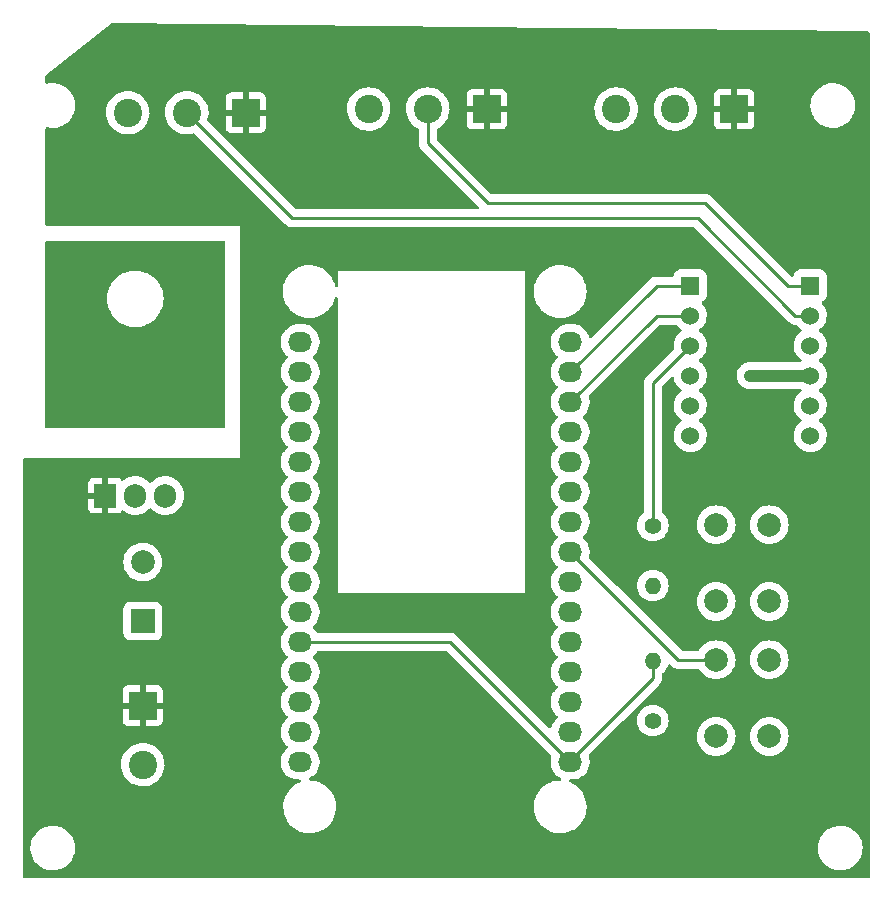
<source format=gbl>
%TF.GenerationSoftware,KiCad,Pcbnew,6.0.0*%
%TF.CreationDate,2022-01-15T13:24:47-05:00*%
%TF.ProjectId,wled-driver-nodemcu-v2,776c6564-2d64-4726-9976-65722d6e6f64,rev?*%
%TF.SameCoordinates,Original*%
%TF.FileFunction,Copper,L2,Bot*%
%TF.FilePolarity,Positive*%
%FSLAX46Y46*%
G04 Gerber Fmt 4.6, Leading zero omitted, Abs format (unit mm)*
G04 Created by KiCad (PCBNEW 6.0.0) date 2022-01-15 13:24:47*
%MOMM*%
%LPD*%
G01*
G04 APERTURE LIST*
%TA.AperFunction,ComponentPad*%
%ADD10C,2.000000*%
%TD*%
%TA.AperFunction,ComponentPad*%
%ADD11O,1.400000X1.400000*%
%TD*%
%TA.AperFunction,ComponentPad*%
%ADD12C,1.400000*%
%TD*%
%TA.AperFunction,ComponentPad*%
%ADD13R,1.905000X2.000000*%
%TD*%
%TA.AperFunction,ComponentPad*%
%ADD14O,1.905000X2.000000*%
%TD*%
%TA.AperFunction,ComponentPad*%
%ADD15R,2.400000X2.400000*%
%TD*%
%TA.AperFunction,ComponentPad*%
%ADD16C,2.400000*%
%TD*%
%TA.AperFunction,ComponentPad*%
%ADD17O,2.032000X1.727200*%
%TD*%
%TA.AperFunction,ComponentPad*%
%ADD18C,1.524000*%
%TD*%
%TA.AperFunction,ComponentPad*%
%ADD19R,1.524000X1.524000*%
%TD*%
%TA.AperFunction,ComponentPad*%
%ADD20R,2.000000X2.000000*%
%TD*%
%TA.AperFunction,ViaPad*%
%ADD21C,0.800000*%
%TD*%
%TA.AperFunction,Conductor*%
%ADD22C,0.254000*%
%TD*%
%TA.AperFunction,Conductor*%
%ADD23C,1.016000*%
%TD*%
G04 APERTURE END LIST*
D10*
%TO.P,D5-GPIO14,2,2*%
%TO.N,GND*%
X152110000Y-102310000D03*
X152110000Y-95810000D03*
%TO.P,D5-GPIO14,1,1*%
%TO.N,Net-(D5-GPIO14-Pad1)*%
X147610000Y-95810000D03*
X147610000Y-102310000D03*
%TD*%
D11*
%TO.P,R1,2*%
%TO.N,+3V3*%
X142240000Y-95885000D03*
D12*
%TO.P,R1,1*%
%TO.N,Net-(D5-GPIO14-Pad1)*%
X142240000Y-100965000D03*
%TD*%
D11*
%TO.P,R2,2*%
%TO.N,Net-(D6-GPIO12-Pad1)*%
X142240000Y-89535000D03*
D12*
%TO.P,R2,1*%
%TO.N,+3V3*%
X142240000Y-84455000D03*
%TD*%
D10*
%TO.P,D6-GPIO12,2,2*%
%TO.N,GND*%
X152110000Y-84380000D03*
X152110000Y-90880000D03*
%TO.P,D6-GPIO12,1,1*%
%TO.N,Net-(D6-GPIO12-Pad1)*%
X147610000Y-84380000D03*
X147610000Y-90880000D03*
%TD*%
D13*
%TO.P,L7805,1,IN*%
%TO.N,+12V*%
X95885000Y-81915000D03*
D14*
%TO.P,L7805,2,GND*%
%TO.N,GND*%
X98425000Y-81915000D03*
%TO.P,L7805,3,OUT*%
%TO.N,+5V*%
X100965000Y-81915000D03*
%TD*%
D15*
%TO.P,D4-GPIO2,1,Pin_1*%
%TO.N,+12V*%
X149145000Y-49195000D03*
D16*
%TO.P,D4-GPIO2,2,Pin_2*%
%TO.N,Net-(D4-GPIO2-Pad2)*%
X144145000Y-49195000D03*
%TO.P,D4-GPIO2,3,Pin_3*%
%TO.N,GND*%
X139145000Y-49195000D03*
%TD*%
D17*
%TO.P,NodeMCU1Amica1,1,A0*%
%TO.N,unconnected-(NodeMCU1Amica1-Pad1)*%
X112395000Y-68897500D03*
%TO.P,NodeMCU1Amica1,2,RSV*%
%TO.N,unconnected-(NodeMCU1Amica1-Pad2)*%
X112395000Y-71437500D03*
%TO.P,NodeMCU1Amica1,3,RSV*%
%TO.N,unconnected-(NodeMCU1Amica1-Pad3)*%
X112395000Y-73977500D03*
%TO.P,NodeMCU1Amica1,4,SD3*%
%TO.N,unconnected-(NodeMCU1Amica1-Pad4)*%
X112395000Y-76517500D03*
%TO.P,NodeMCU1Amica1,5,SD2*%
%TO.N,unconnected-(NodeMCU1Amica1-Pad5)*%
X112395000Y-79057500D03*
%TO.P,NodeMCU1Amica1,6,SD1*%
%TO.N,unconnected-(NodeMCU1Amica1-Pad6)*%
X112395000Y-81597500D03*
%TO.P,NodeMCU1Amica1,7,CMD*%
%TO.N,unconnected-(NodeMCU1Amica1-Pad7)*%
X112395000Y-84137500D03*
%TO.P,NodeMCU1Amica1,8,SD0*%
%TO.N,unconnected-(NodeMCU1Amica1-Pad8)*%
X112395000Y-86677500D03*
%TO.P,NodeMCU1Amica1,9,CLK*%
%TO.N,unconnected-(NodeMCU1Amica1-Pad9)*%
X112395000Y-89217500D03*
%TO.P,NodeMCU1Amica1,10,GND*%
%TO.N,GND*%
X112395000Y-91757500D03*
%TO.P,NodeMCU1Amica1,11,3V3*%
%TO.N,+3V3*%
X112395000Y-94297500D03*
%TO.P,NodeMCU1Amica1,12,EN*%
%TO.N,unconnected-(NodeMCU1Amica1-Pad12)*%
X112395000Y-96837500D03*
%TO.P,NodeMCU1Amica1,13,RST*%
%TO.N,unconnected-(NodeMCU1Amica1-Pad13)*%
X112395000Y-99377500D03*
%TO.P,NodeMCU1Amica1,14,GND*%
%TO.N,GND*%
X112395000Y-101917500D03*
%TO.P,NodeMCU1Amica1,15,Vin*%
%TO.N,+5V*%
X112395000Y-104457500D03*
%TO.P,NodeMCU1Amica1,16,3V3*%
%TO.N,+3V3*%
X135255000Y-104457500D03*
%TO.P,NodeMCU1Amica1,17,GND*%
%TO.N,GND*%
X135255000Y-101917500D03*
%TO.P,NodeMCU1Amica1,18,TX*%
%TO.N,unconnected-(NodeMCU1Amica1-Pad18)*%
X135255000Y-99377500D03*
%TO.P,NodeMCU1Amica1,19,RX*%
%TO.N,unconnected-(NodeMCU1Amica1-Pad19)*%
X135255000Y-96837500D03*
%TO.P,NodeMCU1Amica1,20,D8*%
%TO.N,unconnected-(NodeMCU1Amica1-Pad20)*%
X135255000Y-94297500D03*
%TO.P,NodeMCU1Amica1,21,D7*%
%TO.N,unconnected-(NodeMCU1Amica1-Pad21)*%
X135255000Y-91757500D03*
%TO.P,NodeMCU1Amica1,22,D6*%
%TO.N,Net-(D6-GPIO12-Pad1)*%
X135255000Y-89217500D03*
%TO.P,NodeMCU1Amica1,23,D5*%
%TO.N,Net-(D5-GPIO14-Pad1)*%
X135255000Y-86677500D03*
%TO.P,NodeMCU1Amica1,24,GND*%
%TO.N,GND*%
X135255000Y-84137500D03*
%TO.P,NodeMCU1Amica1,25,3V3*%
%TO.N,+3V3*%
X135255000Y-81597500D03*
%TO.P,NodeMCU1Amica1,26,D4*%
%TO.N,Net-(LevelShifter-1-PadLV4)*%
X135255000Y-79057500D03*
%TO.P,NodeMCU1Amica1,27,D3*%
%TO.N,unconnected-(NodeMCU1Amica1-Pad27)*%
X135255000Y-76517500D03*
%TO.P,NodeMCU1Amica1,28,D2*%
%TO.N,Net-(LevelShifter-1-PadLV2)*%
X135255000Y-73977500D03*
%TO.P,NodeMCU1Amica1,29,D1*%
%TO.N,Net-(LevelShifter-1-PadLV1)*%
X135255000Y-71437500D03*
%TO.P,NodeMCU1Amica1,30,D0*%
%TO.N,unconnected-(NodeMCU1Amica1-Pad30)*%
X135255000Y-68897500D03*
%TD*%
D18*
%TO.P,LevelShifter-1,GND_1,GND*%
%TO.N,GND*%
X155575000Y-71755000D03*
%TO.P,LevelShifter-1,GND_2,GND*%
X145415000Y-71755000D03*
%TO.P,LevelShifter-1,HV,HV*%
%TO.N,+5V*%
X155575000Y-69215000D03*
D19*
%TO.P,LevelShifter-1,HV1,HV1*%
%TO.N,Net-(D1-GPIO5-Pad2)*%
X155575000Y-64135000D03*
D18*
%TO.P,LevelShifter-1,HV2,HV2*%
%TO.N,Net-(D2-GPIO4-Pad2)*%
X155575000Y-66675000D03*
%TO.P,LevelShifter-1,HV3,HV3*%
%TO.N,unconnected-(LevelShifter-1-PadHV3)*%
X155575000Y-74295000D03*
%TO.P,LevelShifter-1,HV4,HV4*%
%TO.N,Net-(D4-GPIO2-Pad2)*%
X155575000Y-76835000D03*
%TO.P,LevelShifter-1,LV,LV*%
%TO.N,+3V3*%
X145415000Y-69215000D03*
D19*
%TO.P,LevelShifter-1,LV1,LV1*%
%TO.N,Net-(LevelShifter-1-PadLV1)*%
X145415000Y-64135000D03*
D18*
%TO.P,LevelShifter-1,LV2,LV2*%
%TO.N,Net-(LevelShifter-1-PadLV2)*%
X145415000Y-66675000D03*
%TO.P,LevelShifter-1,LV3,LV3*%
%TO.N,unconnected-(LevelShifter-1-PadLV3)*%
X145415000Y-74295000D03*
%TO.P,LevelShifter-1,LV4,LV4*%
%TO.N,Net-(LevelShifter-1-PadLV4)*%
X145415000Y-76835000D03*
%TD*%
D20*
%TO.P,C1,1*%
%TO.N,+5V*%
X99060000Y-92537677D03*
D10*
%TO.P,C1,2*%
%TO.N,GND*%
X99060000Y-87537677D03*
%TD*%
D15*
%TO.P,VIn1,1,Pin_1*%
%TO.N,+12V*%
X99060000Y-99695000D03*
D16*
%TO.P,VIn1,2,Pin_2*%
%TO.N,GND*%
X99060000Y-104695000D03*
%TD*%
D15*
%TO.P,D1-GPIO5,1,Pin_1*%
%TO.N,+12V*%
X128190000Y-49195000D03*
D16*
%TO.P,D1-GPIO5,2,Pin_2*%
%TO.N,Net-(D1-GPIO5-Pad2)*%
X123190000Y-49195000D03*
%TO.P,D1-GPIO5,3,Pin_3*%
%TO.N,GND*%
X118190000Y-49195000D03*
%TD*%
D15*
%TO.P,D2-GPIO4,1,Pin_1*%
%TO.N,+12V*%
X107790000Y-49495000D03*
D16*
%TO.P,D2-GPIO4,2,Pin_2*%
%TO.N,Net-(D2-GPIO4-Pad2)*%
X102790000Y-49495000D03*
%TO.P,D2-GPIO4,3,Pin_3*%
%TO.N,GND*%
X97790000Y-49495000D03*
%TD*%
D21*
%TO.N,GND*%
X150495000Y-71755000D03*
%TD*%
D22*
%TO.N,Net-(D5-GPIO14-Pad1)*%
X135255000Y-86677500D02*
X144387500Y-95810000D01*
X144387500Y-95810000D02*
X147610000Y-95810000D01*
%TO.N,+3V3*%
X142240000Y-95885000D02*
X142240000Y-97383166D01*
X142240000Y-97383166D02*
X135255000Y-104368166D01*
X135255000Y-104368166D02*
X135255000Y-104457500D01*
X145415000Y-69215000D02*
X142240000Y-72390000D01*
X142240000Y-72390000D02*
X142240000Y-84455000D01*
D23*
%TO.N,GND*%
X150495000Y-71755000D02*
X155575000Y-71755000D01*
D22*
%TO.N,Net-(D1-GPIO5-Pad2)*%
X146685000Y-57150000D02*
X153670000Y-64135000D01*
X153670000Y-64135000D02*
X155575000Y-64135000D01*
X123190000Y-52070000D02*
X128270000Y-57150000D01*
X128270000Y-57150000D02*
X146685000Y-57150000D01*
X123190000Y-49195000D02*
X123190000Y-52070000D01*
%TO.N,Net-(LevelShifter-1-PadLV1)*%
X142557500Y-64135000D02*
X135255000Y-71437500D01*
X145415000Y-64135000D02*
X142557500Y-64135000D01*
%TO.N,Net-(LevelShifter-1-PadLV2)*%
X142557500Y-66675000D02*
X135255000Y-73977500D01*
X145415000Y-66675000D02*
X142557500Y-66675000D01*
%TO.N,+3V3*%
X112395000Y-94297500D02*
X125095000Y-94297500D01*
X125095000Y-94297500D02*
X135255000Y-104457500D01*
%TO.N,Net-(D2-GPIO4-Pad2)*%
X146050000Y-58420000D02*
X111715000Y-58420000D01*
X155575000Y-66675000D02*
X154305000Y-66675000D01*
X111715000Y-58420000D02*
X102790000Y-49495000D01*
X154305000Y-66675000D02*
X146050000Y-58420000D01*
%TD*%
%TA.AperFunction,NonConductor*%
G36*
X105987121Y-60345002D02*
G01*
X106033614Y-60398658D01*
X106045000Y-60451000D01*
X106045000Y-76074000D01*
X106024998Y-76142121D01*
X105971342Y-76188614D01*
X105919000Y-76200000D01*
X90931000Y-76200000D01*
X90862879Y-76179998D01*
X90816386Y-76126342D01*
X90805000Y-76074000D01*
X90805000Y-65255000D01*
X96034783Y-65255000D01*
X96053631Y-65554574D01*
X96109876Y-65849423D01*
X96202632Y-66134898D01*
X96204319Y-66138484D01*
X96204321Y-66138488D01*
X96328749Y-66402910D01*
X96328753Y-66402917D01*
X96330437Y-66406496D01*
X96491274Y-66659934D01*
X96682607Y-66891216D01*
X96901418Y-67096694D01*
X96904620Y-67099021D01*
X96904622Y-67099022D01*
X97141049Y-67270796D01*
X97141054Y-67270799D01*
X97144258Y-67273127D01*
X97407295Y-67417733D01*
X97559499Y-67477995D01*
X97682699Y-67526773D01*
X97682702Y-67526774D01*
X97686382Y-67528231D01*
X97690221Y-67529217D01*
X97690225Y-67529218D01*
X97825151Y-67563861D01*
X97977118Y-67602880D01*
X97981046Y-67603376D01*
X97981050Y-67603377D01*
X98126018Y-67621690D01*
X98274917Y-67640500D01*
X98575083Y-67640500D01*
X98723982Y-67621690D01*
X98868950Y-67603377D01*
X98868954Y-67603376D01*
X98872882Y-67602880D01*
X99024849Y-67563861D01*
X99159775Y-67529218D01*
X99159779Y-67529217D01*
X99163618Y-67528231D01*
X99167298Y-67526774D01*
X99167301Y-67526773D01*
X99290501Y-67477995D01*
X99442705Y-67417733D01*
X99705742Y-67273127D01*
X99708946Y-67270799D01*
X99708951Y-67270796D01*
X99945378Y-67099022D01*
X99945380Y-67099021D01*
X99948582Y-67096694D01*
X100167393Y-66891216D01*
X100358726Y-66659934D01*
X100519563Y-66406496D01*
X100521247Y-66402917D01*
X100521251Y-66402910D01*
X100645679Y-66138488D01*
X100645681Y-66138484D01*
X100647368Y-66134898D01*
X100740124Y-65849423D01*
X100796369Y-65554574D01*
X100815217Y-65255000D01*
X100796369Y-64955426D01*
X100740124Y-64660577D01*
X100647368Y-64375102D01*
X100645679Y-64371512D01*
X100521251Y-64107090D01*
X100521247Y-64107083D01*
X100519563Y-64103504D01*
X100358726Y-63850066D01*
X100167393Y-63618784D01*
X99948582Y-63413306D01*
X99945378Y-63410978D01*
X99708951Y-63239204D01*
X99708946Y-63239201D01*
X99705742Y-63236873D01*
X99442705Y-63092267D01*
X99290501Y-63032005D01*
X99167301Y-62983227D01*
X99167298Y-62983226D01*
X99163618Y-62981769D01*
X99159779Y-62980783D01*
X99159775Y-62980782D01*
X99024849Y-62946139D01*
X98872882Y-62907120D01*
X98868954Y-62906624D01*
X98868950Y-62906623D01*
X98723982Y-62888310D01*
X98575083Y-62869500D01*
X98274917Y-62869500D01*
X98126018Y-62888310D01*
X97981050Y-62906623D01*
X97981046Y-62906624D01*
X97977118Y-62907120D01*
X97825151Y-62946139D01*
X97690225Y-62980782D01*
X97690221Y-62980783D01*
X97686382Y-62981769D01*
X97682702Y-62983226D01*
X97682699Y-62983227D01*
X97559499Y-63032005D01*
X97407295Y-63092267D01*
X97144258Y-63236873D01*
X97141054Y-63239201D01*
X97141049Y-63239204D01*
X96904622Y-63410978D01*
X96901418Y-63413306D01*
X96682607Y-63618784D01*
X96491274Y-63850066D01*
X96330437Y-64103504D01*
X96328753Y-64107083D01*
X96328749Y-64107090D01*
X96204321Y-64371512D01*
X96202632Y-64375102D01*
X96109876Y-64660577D01*
X96053631Y-64955426D01*
X96034783Y-65255000D01*
X90805000Y-65255000D01*
X90805000Y-60451000D01*
X90825002Y-60382879D01*
X90878658Y-60336386D01*
X90931000Y-60325000D01*
X105919000Y-60325000D01*
X105987121Y-60345002D01*
G37*
%TD.AperFunction*%
%TA.AperFunction,Conductor*%
%TO.N,+12V*%
G36*
X126617423Y-42207994D02*
G01*
X160351876Y-42541999D01*
X160419796Y-42562675D01*
X160444803Y-42584283D01*
X160623174Y-42784951D01*
X160653481Y-42849154D01*
X160655000Y-42868661D01*
X160655000Y-114174000D01*
X160634998Y-114242121D01*
X160581342Y-114288614D01*
X160529000Y-114300000D01*
X89026000Y-114300000D01*
X88957879Y-114279998D01*
X88911386Y-114226342D01*
X88900000Y-114174000D01*
X88900000Y-111802891D01*
X89549944Y-111802891D01*
X89575932Y-112075283D01*
X89640970Y-112341071D01*
X89743694Y-112594686D01*
X89745998Y-112598621D01*
X89746001Y-112598627D01*
X89879648Y-112826877D01*
X89881954Y-112830815D01*
X90052852Y-113044513D01*
X90252809Y-113231302D01*
X90346782Y-113296494D01*
X90473882Y-113384667D01*
X90473887Y-113384670D01*
X90477635Y-113387270D01*
X90481720Y-113389302D01*
X90481723Y-113389304D01*
X90600129Y-113448210D01*
X90722622Y-113509149D01*
X90726956Y-113510570D01*
X90726959Y-113510571D01*
X90866023Y-113556158D01*
X90982636Y-113594386D01*
X91252232Y-113641195D01*
X91286016Y-113642877D01*
X91337133Y-113645422D01*
X91337141Y-113645422D01*
X91338704Y-113645500D01*
X91509503Y-113645500D01*
X91511771Y-113645335D01*
X91511783Y-113645335D01*
X91643612Y-113635769D01*
X91712912Y-113630741D01*
X91717367Y-113629757D01*
X91717370Y-113629757D01*
X91975646Y-113572735D01*
X91975650Y-113572734D01*
X91980106Y-113571750D01*
X92150708Y-113507115D01*
X92231716Y-113476424D01*
X92231719Y-113476423D01*
X92235986Y-113474806D01*
X92475192Y-113341939D01*
X92692712Y-113175933D01*
X92695907Y-113172665D01*
X92880794Y-112983535D01*
X92880798Y-112983530D01*
X92883989Y-112980266D01*
X93045017Y-112759035D01*
X93172423Y-112516877D01*
X93263537Y-112258863D01*
X93283037Y-112159928D01*
X93315570Y-111994871D01*
X93315571Y-111994865D01*
X93316451Y-111990399D01*
X93325786Y-111802891D01*
X156224944Y-111802891D01*
X156250932Y-112075283D01*
X156315970Y-112341071D01*
X156418694Y-112594686D01*
X156420998Y-112598621D01*
X156421001Y-112598627D01*
X156554648Y-112826877D01*
X156556954Y-112830815D01*
X156727852Y-113044513D01*
X156927809Y-113231302D01*
X157021782Y-113296494D01*
X157148882Y-113384667D01*
X157148887Y-113384670D01*
X157152635Y-113387270D01*
X157156720Y-113389302D01*
X157156723Y-113389304D01*
X157275129Y-113448210D01*
X157397622Y-113509149D01*
X157401956Y-113510570D01*
X157401959Y-113510571D01*
X157541023Y-113556158D01*
X157657636Y-113594386D01*
X157927232Y-113641195D01*
X157961016Y-113642877D01*
X158012133Y-113645422D01*
X158012141Y-113645422D01*
X158013704Y-113645500D01*
X158184503Y-113645500D01*
X158186771Y-113645335D01*
X158186783Y-113645335D01*
X158318612Y-113635769D01*
X158387912Y-113630741D01*
X158392367Y-113629757D01*
X158392370Y-113629757D01*
X158650646Y-113572735D01*
X158650650Y-113572734D01*
X158655106Y-113571750D01*
X158825708Y-113507115D01*
X158906716Y-113476424D01*
X158906719Y-113476423D01*
X158910986Y-113474806D01*
X159150192Y-113341939D01*
X159367712Y-113175933D01*
X159370907Y-113172665D01*
X159555794Y-112983535D01*
X159555798Y-112983530D01*
X159558989Y-112980266D01*
X159720017Y-112759035D01*
X159847423Y-112516877D01*
X159938537Y-112258863D01*
X159958037Y-112159928D01*
X159990570Y-111994871D01*
X159990571Y-111994865D01*
X159991451Y-111990399D01*
X160001866Y-111781194D01*
X160004829Y-111721678D01*
X160004829Y-111721672D01*
X160005056Y-111717109D01*
X159979068Y-111444717D01*
X159914030Y-111178929D01*
X159811306Y-110925314D01*
X159809002Y-110921379D01*
X159808999Y-110921373D01*
X159675352Y-110693123D01*
X159675351Y-110693121D01*
X159673046Y-110689185D01*
X159520409Y-110498321D01*
X159505000Y-110479053D01*
X159504998Y-110479051D01*
X159502148Y-110475487D01*
X159302191Y-110288698D01*
X159146705Y-110180833D01*
X159081118Y-110135333D01*
X159081113Y-110135330D01*
X159077365Y-110132730D01*
X159073280Y-110130698D01*
X159073277Y-110130696D01*
X158954871Y-110071790D01*
X158832378Y-110010851D01*
X158828044Y-110009430D01*
X158828041Y-110009429D01*
X158646350Y-109949868D01*
X158572364Y-109925614D01*
X158302768Y-109878805D01*
X158268984Y-109877123D01*
X158217867Y-109874578D01*
X158217859Y-109874578D01*
X158216296Y-109874500D01*
X158045497Y-109874500D01*
X158043229Y-109874665D01*
X158043217Y-109874665D01*
X157911388Y-109884231D01*
X157842088Y-109889259D01*
X157837633Y-109890243D01*
X157837630Y-109890243D01*
X157579354Y-109947265D01*
X157579350Y-109947266D01*
X157574894Y-109948250D01*
X157446954Y-109996722D01*
X157323284Y-110043576D01*
X157323281Y-110043577D01*
X157319014Y-110045194D01*
X157079808Y-110178061D01*
X156862288Y-110344067D01*
X156859095Y-110347333D01*
X156859093Y-110347335D01*
X156674206Y-110536465D01*
X156674202Y-110536470D01*
X156671011Y-110539734D01*
X156509983Y-110760965D01*
X156382577Y-111003123D01*
X156291463Y-111261137D01*
X156290583Y-111265603D01*
X156255280Y-111444717D01*
X156238549Y-111529601D01*
X156238322Y-111534154D01*
X156238322Y-111534157D01*
X156226039Y-111780900D01*
X156224944Y-111802891D01*
X93325786Y-111802891D01*
X93326866Y-111781194D01*
X93329829Y-111721678D01*
X93329829Y-111721672D01*
X93330056Y-111717109D01*
X93304068Y-111444717D01*
X93239030Y-111178929D01*
X93136306Y-110925314D01*
X93134002Y-110921379D01*
X93133999Y-110921373D01*
X93000352Y-110693123D01*
X93000351Y-110693121D01*
X92998046Y-110689185D01*
X92845409Y-110498321D01*
X92830000Y-110479053D01*
X92829998Y-110479051D01*
X92827148Y-110475487D01*
X92627191Y-110288698D01*
X92471705Y-110180833D01*
X92406118Y-110135333D01*
X92406113Y-110135330D01*
X92402365Y-110132730D01*
X92398280Y-110130698D01*
X92398277Y-110130696D01*
X92279871Y-110071790D01*
X92157378Y-110010851D01*
X92153044Y-110009430D01*
X92153041Y-110009429D01*
X91971350Y-109949868D01*
X91897364Y-109925614D01*
X91627768Y-109878805D01*
X91593984Y-109877123D01*
X91542867Y-109874578D01*
X91542859Y-109874578D01*
X91541296Y-109874500D01*
X91370497Y-109874500D01*
X91368229Y-109874665D01*
X91368217Y-109874665D01*
X91236388Y-109884231D01*
X91167088Y-109889259D01*
X91162633Y-109890243D01*
X91162630Y-109890243D01*
X90904354Y-109947265D01*
X90904350Y-109947266D01*
X90899894Y-109948250D01*
X90771954Y-109996722D01*
X90648284Y-110043576D01*
X90648281Y-110043577D01*
X90644014Y-110045194D01*
X90404808Y-110178061D01*
X90187288Y-110344067D01*
X90184095Y-110347333D01*
X90184093Y-110347335D01*
X89999206Y-110536465D01*
X89999202Y-110536470D01*
X89996011Y-110539734D01*
X89834983Y-110760965D01*
X89707577Y-111003123D01*
X89616463Y-111261137D01*
X89615583Y-111265603D01*
X89580280Y-111444717D01*
X89563549Y-111529601D01*
X89563322Y-111534154D01*
X89563322Y-111534157D01*
X89551039Y-111780900D01*
X89549944Y-111802891D01*
X88900000Y-111802891D01*
X88900000Y-104637198D01*
X97220719Y-104637198D01*
X97230924Y-104896932D01*
X97277624Y-105152636D01*
X97359887Y-105399210D01*
X97403686Y-105486866D01*
X97473464Y-105626512D01*
X97476072Y-105631732D01*
X97623861Y-105845565D01*
X97800304Y-106036440D01*
X97803758Y-106039252D01*
X97998425Y-106197736D01*
X97998429Y-106197739D01*
X98001882Y-106200550D01*
X98005704Y-106202851D01*
X98169482Y-106301453D01*
X98224572Y-106334620D01*
X98317364Y-106373913D01*
X98459828Y-106434239D01*
X98459833Y-106434241D01*
X98463931Y-106435976D01*
X98468228Y-106437115D01*
X98468233Y-106437117D01*
X98530189Y-106453544D01*
X98715183Y-106502594D01*
X98973315Y-106533146D01*
X99233177Y-106527022D01*
X99323669Y-106511960D01*
X99485194Y-106485075D01*
X99485198Y-106485074D01*
X99489584Y-106484344D01*
X99493825Y-106483003D01*
X99493828Y-106483002D01*
X99733173Y-106407307D01*
X99733175Y-106407306D01*
X99737419Y-106405964D01*
X99741430Y-106404038D01*
X99741435Y-106404036D01*
X99967719Y-106295376D01*
X99967720Y-106295375D01*
X99971738Y-106293446D01*
X99975444Y-106290970D01*
X100184163Y-106151509D01*
X100184167Y-106151506D01*
X100187865Y-106149035D01*
X100291287Y-106056402D01*
X100378165Y-105978588D01*
X100378170Y-105978583D01*
X100381488Y-105975611D01*
X100397469Y-105956600D01*
X100469760Y-105870599D01*
X100548744Y-105776636D01*
X100686296Y-105556079D01*
X100718433Y-105483388D01*
X100789600Y-105322409D01*
X100791398Y-105318342D01*
X100861955Y-105068167D01*
X100884955Y-104896932D01*
X100896131Y-104813728D01*
X100896132Y-104813720D01*
X100896558Y-104810546D01*
X100900189Y-104695000D01*
X100896097Y-104637198D01*
X100890803Y-104562430D01*
X110742026Y-104562430D01*
X110779314Y-104806104D01*
X110855898Y-105040416D01*
X110969724Y-105259073D01*
X110972827Y-105263206D01*
X110972829Y-105263209D01*
X111114629Y-105452068D01*
X111117734Y-105456203D01*
X111295952Y-105626512D01*
X111300224Y-105629426D01*
X111300225Y-105629427D01*
X111437594Y-105723133D01*
X111499594Y-105765427D01*
X111575046Y-105800451D01*
X111718498Y-105867040D01*
X111718503Y-105867042D01*
X111723189Y-105869217D01*
X111960734Y-105935094D01*
X111965871Y-105935643D01*
X112158637Y-105956244D01*
X112158645Y-105956244D01*
X112161972Y-105956600D01*
X112315743Y-105956600D01*
X112383864Y-105976602D01*
X112430357Y-106030258D01*
X112440461Y-106100532D01*
X112410967Y-106165112D01*
X112356764Y-106201735D01*
X112330725Y-106210701D01*
X112330723Y-106210702D01*
X112326770Y-106212063D01*
X112323037Y-106213932D01*
X112323033Y-106213934D01*
X112194277Y-106278411D01*
X112061230Y-106345036D01*
X111815609Y-106511960D01*
X111812495Y-106514744D01*
X111812494Y-106514745D01*
X111597336Y-106707117D01*
X111597330Y-106707123D01*
X111594222Y-106709902D01*
X111591505Y-106713072D01*
X111591504Y-106713073D01*
X111461422Y-106864843D01*
X111400959Y-106935386D01*
X111398685Y-106938888D01*
X111398681Y-106938893D01*
X111289373Y-107107212D01*
X111239215Y-107184449D01*
X111111833Y-107452716D01*
X111021050Y-107735473D01*
X110968460Y-108027754D01*
X110968271Y-108031926D01*
X110959250Y-108230578D01*
X110954988Y-108324422D01*
X110980871Y-108620265D01*
X111045654Y-108910087D01*
X111148199Y-109188795D01*
X111150143Y-109192483D01*
X111150147Y-109192491D01*
X111242035Y-109366771D01*
X111286703Y-109451492D01*
X111458735Y-109693564D01*
X111461585Y-109696620D01*
X111627615Y-109874665D01*
X111661270Y-109910756D01*
X111890752Y-110099255D01*
X112143148Y-110255747D01*
X112414023Y-110377483D01*
X112586888Y-110429016D01*
X112694621Y-110461133D01*
X112694623Y-110461133D01*
X112698620Y-110462325D01*
X112702740Y-110462978D01*
X112702742Y-110462978D01*
X112762041Y-110472370D01*
X112991937Y-110508782D01*
X113034108Y-110510697D01*
X113083406Y-110512936D01*
X113083425Y-110512936D01*
X113084825Y-110513000D01*
X113270322Y-110513000D01*
X113491321Y-110498321D01*
X113782436Y-110439622D01*
X114063230Y-110342937D01*
X114066963Y-110341068D01*
X114066967Y-110341066D01*
X114241737Y-110253547D01*
X114328770Y-110209964D01*
X114574391Y-110043040D01*
X114678599Y-109949868D01*
X114792664Y-109847883D01*
X114792670Y-109847877D01*
X114795778Y-109845098D01*
X114923039Y-109696620D01*
X114986321Y-109622788D01*
X114986324Y-109622784D01*
X114989041Y-109619614D01*
X114991315Y-109616112D01*
X114991319Y-109616107D01*
X115148506Y-109374061D01*
X115148509Y-109374056D01*
X115150785Y-109370551D01*
X115278167Y-109102284D01*
X115368950Y-108819527D01*
X115421540Y-108527246D01*
X115430562Y-108328574D01*
X115434823Y-108234748D01*
X115434823Y-108234743D01*
X115435012Y-108230578D01*
X115409129Y-107934735D01*
X115344346Y-107644913D01*
X115241801Y-107366205D01*
X115239857Y-107362517D01*
X115239853Y-107362509D01*
X115105250Y-107107212D01*
X115105249Y-107107211D01*
X115103297Y-107103508D01*
X114931265Y-106861436D01*
X114728730Y-106644244D01*
X114499248Y-106455745D01*
X114246852Y-106299253D01*
X113975977Y-106177517D01*
X113717736Y-106100532D01*
X113695379Y-106093867D01*
X113695377Y-106093867D01*
X113691380Y-106092675D01*
X113687260Y-106092022D01*
X113687258Y-106092022D01*
X113469332Y-106057506D01*
X113398063Y-106046218D01*
X113355892Y-106044303D01*
X113306594Y-106042064D01*
X113306575Y-106042064D01*
X113305175Y-106042000D01*
X113268776Y-106042000D01*
X113200655Y-106021998D01*
X113154162Y-105968342D01*
X113144058Y-105898068D01*
X113173552Y-105833488D01*
X113218533Y-105800451D01*
X113253486Y-105785253D01*
X113253493Y-105785249D01*
X113258229Y-105783190D01*
X113384639Y-105701412D01*
X113460861Y-105652102D01*
X113460864Y-105652100D01*
X113465204Y-105649292D01*
X113484503Y-105631732D01*
X113643708Y-105486866D01*
X113643710Y-105486864D01*
X113647530Y-105483388D01*
X113650729Y-105479337D01*
X113650733Y-105479333D01*
X113797111Y-105293986D01*
X113800312Y-105289933D01*
X113815065Y-105263209D01*
X113916950Y-105078644D01*
X113916951Y-105078641D01*
X113919446Y-105074122D01*
X114001732Y-104841751D01*
X114007291Y-104810546D01*
X114012034Y-104783917D01*
X114044962Y-104599061D01*
X114047974Y-104352570D01*
X114010686Y-104108896D01*
X113934102Y-103874584D01*
X113847892Y-103708977D01*
X113822665Y-103660516D01*
X113822664Y-103660515D01*
X113820276Y-103655927D01*
X113803830Y-103634022D01*
X113675371Y-103462932D01*
X113675369Y-103462930D01*
X113672266Y-103458797D01*
X113494048Y-103288488D01*
X113489769Y-103285569D01*
X113488313Y-103284390D01*
X113447960Y-103225976D01*
X113445594Y-103155019D01*
X113482806Y-103093275D01*
X113647530Y-102943388D01*
X113650729Y-102939337D01*
X113650733Y-102939333D01*
X113797111Y-102753986D01*
X113800312Y-102749933D01*
X113815065Y-102723209D01*
X113916950Y-102538644D01*
X113916951Y-102538641D01*
X113919446Y-102534122D01*
X114001732Y-102301751D01*
X114044962Y-102059061D01*
X114046085Y-101967134D01*
X114047911Y-101817740D01*
X114047911Y-101817738D01*
X114047974Y-101812570D01*
X114010686Y-101568896D01*
X113934102Y-101334584D01*
X113820276Y-101115927D01*
X113794063Y-101081014D01*
X113675371Y-100922932D01*
X113675369Y-100922930D01*
X113672266Y-100918797D01*
X113494048Y-100748488D01*
X113489769Y-100745569D01*
X113488313Y-100744390D01*
X113447960Y-100685976D01*
X113445594Y-100615019D01*
X113482806Y-100553275D01*
X113647530Y-100403388D01*
X113650729Y-100399337D01*
X113650733Y-100399333D01*
X113797111Y-100213986D01*
X113800312Y-100209933D01*
X113815065Y-100183209D01*
X113916950Y-99998644D01*
X113916951Y-99998641D01*
X113919446Y-99994122D01*
X114001732Y-99761751D01*
X114044962Y-99519061D01*
X114047974Y-99272570D01*
X114010686Y-99028896D01*
X113934102Y-98794584D01*
X113820276Y-98575927D01*
X113794063Y-98541014D01*
X113675371Y-98382932D01*
X113675369Y-98382930D01*
X113672266Y-98378797D01*
X113494048Y-98208488D01*
X113489769Y-98205569D01*
X113488313Y-98204390D01*
X113447960Y-98145976D01*
X113445594Y-98075019D01*
X113482806Y-98013275D01*
X113647530Y-97863388D01*
X113650729Y-97859337D01*
X113650733Y-97859333D01*
X113797111Y-97673986D01*
X113800312Y-97669933D01*
X113815065Y-97643209D01*
X113916950Y-97458644D01*
X113916951Y-97458641D01*
X113919446Y-97454122D01*
X113984028Y-97271747D01*
X114000007Y-97226623D01*
X114000008Y-97226620D01*
X114001732Y-97221751D01*
X114044962Y-96979061D01*
X114047516Y-96770070D01*
X114047911Y-96737740D01*
X114047911Y-96737738D01*
X114047974Y-96732570D01*
X114010686Y-96488896D01*
X113934102Y-96254584D01*
X113820276Y-96035927D01*
X113794063Y-96001014D01*
X113675371Y-95842932D01*
X113675369Y-95842930D01*
X113672266Y-95838797D01*
X113494048Y-95668488D01*
X113489769Y-95665569D01*
X113488313Y-95664390D01*
X113447960Y-95605976D01*
X113445594Y-95535019D01*
X113482806Y-95473275D01*
X113647530Y-95323388D01*
X113650729Y-95319337D01*
X113650733Y-95319333D01*
X113797110Y-95133988D01*
X113797112Y-95133984D01*
X113800312Y-95129933D01*
X113802976Y-95125108D01*
X113803074Y-95125011D01*
X113805673Y-95121099D01*
X113806480Y-95121635D01*
X113853407Y-95075137D01*
X113913285Y-95060000D01*
X124726972Y-95060000D01*
X124795093Y-95080002D01*
X124816067Y-95096905D01*
X133629748Y-103910586D01*
X133663774Y-103972898D01*
X133659426Y-104041739D01*
X133648268Y-104073249D01*
X133605038Y-104315939D01*
X133602026Y-104562430D01*
X133639314Y-104806104D01*
X133715898Y-105040416D01*
X133829724Y-105259073D01*
X133832827Y-105263206D01*
X133832829Y-105263209D01*
X133974629Y-105452068D01*
X133977734Y-105456203D01*
X134155952Y-105626512D01*
X134160224Y-105629426D01*
X134160225Y-105629427D01*
X134297594Y-105723133D01*
X134359594Y-105765427D01*
X134391814Y-105780383D01*
X134437765Y-105801713D01*
X134491132Y-105848537D01*
X134510712Y-105916780D01*
X134490288Y-105984776D01*
X134436346Y-106030935D01*
X134384714Y-106042000D01*
X134319678Y-106042000D01*
X134098679Y-106056679D01*
X133807564Y-106115378D01*
X133526770Y-106212063D01*
X133523037Y-106213932D01*
X133523033Y-106213934D01*
X133394277Y-106278411D01*
X133261230Y-106345036D01*
X133015609Y-106511960D01*
X133012495Y-106514744D01*
X133012494Y-106514745D01*
X132797336Y-106707117D01*
X132797330Y-106707123D01*
X132794222Y-106709902D01*
X132791505Y-106713072D01*
X132791504Y-106713073D01*
X132661422Y-106864843D01*
X132600959Y-106935386D01*
X132598685Y-106938888D01*
X132598681Y-106938893D01*
X132489373Y-107107212D01*
X132439215Y-107184449D01*
X132311833Y-107452716D01*
X132221050Y-107735473D01*
X132168460Y-108027754D01*
X132168271Y-108031926D01*
X132159250Y-108230578D01*
X132154988Y-108324422D01*
X132180871Y-108620265D01*
X132245654Y-108910087D01*
X132348199Y-109188795D01*
X132350143Y-109192483D01*
X132350147Y-109192491D01*
X132442035Y-109366771D01*
X132486703Y-109451492D01*
X132658735Y-109693564D01*
X132661585Y-109696620D01*
X132827615Y-109874665D01*
X132861270Y-109910756D01*
X133090752Y-110099255D01*
X133343148Y-110255747D01*
X133614023Y-110377483D01*
X133786888Y-110429016D01*
X133894621Y-110461133D01*
X133894623Y-110461133D01*
X133898620Y-110462325D01*
X133902740Y-110462978D01*
X133902742Y-110462978D01*
X133962041Y-110472370D01*
X134191937Y-110508782D01*
X134234108Y-110510697D01*
X134283406Y-110512936D01*
X134283425Y-110512936D01*
X134284825Y-110513000D01*
X134470322Y-110513000D01*
X134691321Y-110498321D01*
X134982436Y-110439622D01*
X135263230Y-110342937D01*
X135266963Y-110341068D01*
X135266967Y-110341066D01*
X135441737Y-110253547D01*
X135528770Y-110209964D01*
X135774391Y-110043040D01*
X135878599Y-109949868D01*
X135992664Y-109847883D01*
X135992670Y-109847877D01*
X135995778Y-109845098D01*
X136123039Y-109696620D01*
X136186321Y-109622788D01*
X136186324Y-109622784D01*
X136189041Y-109619614D01*
X136191315Y-109616112D01*
X136191319Y-109616107D01*
X136348506Y-109374061D01*
X136348509Y-109374056D01*
X136350785Y-109370551D01*
X136478167Y-109102284D01*
X136568950Y-108819527D01*
X136621540Y-108527246D01*
X136630562Y-108328574D01*
X136634823Y-108234748D01*
X136634823Y-108234743D01*
X136635012Y-108230578D01*
X136609129Y-107934735D01*
X136544346Y-107644913D01*
X136441801Y-107366205D01*
X136439857Y-107362517D01*
X136439853Y-107362509D01*
X136305250Y-107107212D01*
X136305249Y-107107211D01*
X136303297Y-107103508D01*
X136131265Y-106861436D01*
X135928730Y-106644244D01*
X135699248Y-106455745D01*
X135446852Y-106299253D01*
X135220501Y-106197527D01*
X135166566Y-106151359D01*
X135146153Y-106083360D01*
X135165744Y-106015120D01*
X135219119Y-105968304D01*
X135272151Y-105956600D01*
X135469894Y-105956600D01*
X135472467Y-105956388D01*
X135472478Y-105956388D01*
X135647930Y-105941963D01*
X135647936Y-105941962D01*
X135653081Y-105941539D01*
X135826148Y-105898068D01*
X135887153Y-105882745D01*
X135887157Y-105882744D01*
X135892164Y-105881486D01*
X135896897Y-105879428D01*
X135896900Y-105879427D01*
X136113492Y-105785250D01*
X136113495Y-105785248D01*
X136118229Y-105783190D01*
X136244639Y-105701412D01*
X136320861Y-105652102D01*
X136320864Y-105652100D01*
X136325204Y-105649292D01*
X136344503Y-105631732D01*
X136503708Y-105486866D01*
X136503710Y-105486864D01*
X136507530Y-105483388D01*
X136510729Y-105479337D01*
X136510733Y-105479333D01*
X136657111Y-105293986D01*
X136660312Y-105289933D01*
X136675065Y-105263209D01*
X136776950Y-105078644D01*
X136776951Y-105078641D01*
X136779446Y-105074122D01*
X136861732Y-104841751D01*
X136867291Y-104810546D01*
X136872034Y-104783917D01*
X136904962Y-104599061D01*
X136907974Y-104352570D01*
X136870686Y-104108896D01*
X136840927Y-104017846D01*
X136826221Y-103972853D01*
X136824070Y-103901889D01*
X136856891Y-103844613D01*
X138391504Y-102310000D01*
X145969443Y-102310000D01*
X145989641Y-102566640D01*
X145990795Y-102571447D01*
X145990796Y-102571453D01*
X146025135Y-102714484D01*
X146049738Y-102816960D01*
X146051631Y-102821531D01*
X146051632Y-102821533D01*
X146137960Y-103029947D01*
X146148253Y-103054797D01*
X146282762Y-103274295D01*
X146449951Y-103470049D01*
X146645705Y-103637238D01*
X146865203Y-103771747D01*
X146869773Y-103773640D01*
X146869777Y-103773642D01*
X147098467Y-103868368D01*
X147103040Y-103870262D01*
X147166215Y-103885429D01*
X147348547Y-103929204D01*
X147348553Y-103929205D01*
X147353360Y-103930359D01*
X147610000Y-103950557D01*
X147866640Y-103930359D01*
X147871447Y-103929205D01*
X147871453Y-103929204D01*
X148053785Y-103885429D01*
X148116960Y-103870262D01*
X148121533Y-103868368D01*
X148350223Y-103773642D01*
X148350227Y-103773640D01*
X148354797Y-103771747D01*
X148574295Y-103637238D01*
X148770049Y-103470049D01*
X148937238Y-103274295D01*
X149071747Y-103054797D01*
X149082041Y-103029947D01*
X149168368Y-102821533D01*
X149168369Y-102821531D01*
X149170262Y-102816960D01*
X149194865Y-102714484D01*
X149229204Y-102571453D01*
X149229205Y-102571447D01*
X149230359Y-102566640D01*
X149250557Y-102310000D01*
X150469443Y-102310000D01*
X150489641Y-102566640D01*
X150490795Y-102571447D01*
X150490796Y-102571453D01*
X150525135Y-102714484D01*
X150549738Y-102816960D01*
X150551631Y-102821531D01*
X150551632Y-102821533D01*
X150637960Y-103029947D01*
X150648253Y-103054797D01*
X150782762Y-103274295D01*
X150949951Y-103470049D01*
X151145705Y-103637238D01*
X151365203Y-103771747D01*
X151369773Y-103773640D01*
X151369777Y-103773642D01*
X151598467Y-103868368D01*
X151603040Y-103870262D01*
X151666215Y-103885429D01*
X151848547Y-103929204D01*
X151848553Y-103929205D01*
X151853360Y-103930359D01*
X152110000Y-103950557D01*
X152366640Y-103930359D01*
X152371447Y-103929205D01*
X152371453Y-103929204D01*
X152553785Y-103885429D01*
X152616960Y-103870262D01*
X152621533Y-103868368D01*
X152850223Y-103773642D01*
X152850227Y-103773640D01*
X152854797Y-103771747D01*
X153074295Y-103637238D01*
X153270049Y-103470049D01*
X153437238Y-103274295D01*
X153571747Y-103054797D01*
X153582041Y-103029947D01*
X153668368Y-102821533D01*
X153668369Y-102821531D01*
X153670262Y-102816960D01*
X153694865Y-102714484D01*
X153729204Y-102571453D01*
X153729205Y-102571447D01*
X153730359Y-102566640D01*
X153750557Y-102310000D01*
X153730359Y-102053360D01*
X153729205Y-102048553D01*
X153729204Y-102048547D01*
X153676883Y-101830619D01*
X153670262Y-101803040D01*
X153668368Y-101798467D01*
X153573642Y-101569777D01*
X153573640Y-101569773D01*
X153571747Y-101565203D01*
X153437238Y-101345705D01*
X153270049Y-101149951D01*
X153074295Y-100982762D01*
X152854797Y-100848253D01*
X152850227Y-100846360D01*
X152850223Y-100846358D01*
X152621533Y-100751632D01*
X152621531Y-100751631D01*
X152616960Y-100749738D01*
X152516869Y-100725708D01*
X152371453Y-100690796D01*
X152371447Y-100690795D01*
X152366640Y-100689641D01*
X152110000Y-100669443D01*
X151853360Y-100689641D01*
X151848553Y-100690795D01*
X151848547Y-100690796D01*
X151703131Y-100725708D01*
X151603040Y-100749738D01*
X151598469Y-100751631D01*
X151598467Y-100751632D01*
X151369777Y-100846358D01*
X151369773Y-100846360D01*
X151365203Y-100848253D01*
X151145705Y-100982762D01*
X150949951Y-101149951D01*
X150782762Y-101345705D01*
X150648253Y-101565203D01*
X150646360Y-101569773D01*
X150646358Y-101569777D01*
X150551632Y-101798467D01*
X150549738Y-101803040D01*
X150543117Y-101830619D01*
X150490796Y-102048547D01*
X150490795Y-102048553D01*
X150489641Y-102053360D01*
X150469443Y-102310000D01*
X149250557Y-102310000D01*
X149230359Y-102053360D01*
X149229205Y-102048553D01*
X149229204Y-102048547D01*
X149176883Y-101830619D01*
X149170262Y-101803040D01*
X149168368Y-101798467D01*
X149073642Y-101569777D01*
X149073640Y-101569773D01*
X149071747Y-101565203D01*
X148937238Y-101345705D01*
X148770049Y-101149951D01*
X148574295Y-100982762D01*
X148354797Y-100848253D01*
X148350227Y-100846360D01*
X148350223Y-100846358D01*
X148121533Y-100751632D01*
X148121531Y-100751631D01*
X148116960Y-100749738D01*
X148016869Y-100725708D01*
X147871453Y-100690796D01*
X147871447Y-100690795D01*
X147866640Y-100689641D01*
X147610000Y-100669443D01*
X147353360Y-100689641D01*
X147348553Y-100690795D01*
X147348547Y-100690796D01*
X147203131Y-100725708D01*
X147103040Y-100749738D01*
X147098469Y-100751631D01*
X147098467Y-100751632D01*
X146869777Y-100846358D01*
X146869773Y-100846360D01*
X146865203Y-100848253D01*
X146645705Y-100982762D01*
X146449951Y-101149951D01*
X146282762Y-101345705D01*
X146148253Y-101565203D01*
X146146360Y-101569773D01*
X146146358Y-101569777D01*
X146051632Y-101798467D01*
X146049738Y-101803040D01*
X146043117Y-101830619D01*
X145990796Y-102048547D01*
X145990795Y-102048553D01*
X145989641Y-102053360D01*
X145969443Y-102310000D01*
X138391504Y-102310000D01*
X139736504Y-100965000D01*
X140899399Y-100965000D01*
X140919766Y-101197793D01*
X140921190Y-101203106D01*
X140921190Y-101203108D01*
X140974751Y-101403000D01*
X140980247Y-101423513D01*
X140982569Y-101428494D01*
X140982570Y-101428495D01*
X141076679Y-101630313D01*
X141076682Y-101630318D01*
X141079005Y-101635300D01*
X141082161Y-101639807D01*
X141082162Y-101639809D01*
X141206751Y-101817740D01*
X141213040Y-101826722D01*
X141378278Y-101991960D01*
X141382786Y-101995117D01*
X141382789Y-101995119D01*
X141414410Y-102017260D01*
X141569699Y-102125995D01*
X141574681Y-102128318D01*
X141574686Y-102128321D01*
X141776505Y-102222430D01*
X141781487Y-102224753D01*
X141786795Y-102226175D01*
X141786797Y-102226176D01*
X142001892Y-102283810D01*
X142001894Y-102283810D01*
X142007207Y-102285234D01*
X142240000Y-102305601D01*
X142472793Y-102285234D01*
X142478106Y-102283810D01*
X142478108Y-102283810D01*
X142693203Y-102226176D01*
X142693205Y-102226175D01*
X142698513Y-102224753D01*
X142703495Y-102222430D01*
X142905314Y-102128321D01*
X142905319Y-102128318D01*
X142910301Y-102125995D01*
X143065590Y-102017260D01*
X143097211Y-101995119D01*
X143097214Y-101995117D01*
X143101722Y-101991960D01*
X143266960Y-101826722D01*
X143273250Y-101817740D01*
X143397838Y-101639809D01*
X143397839Y-101639807D01*
X143400995Y-101635300D01*
X143403318Y-101630318D01*
X143403321Y-101630313D01*
X143497430Y-101428495D01*
X143497431Y-101428494D01*
X143499753Y-101423513D01*
X143505250Y-101403000D01*
X143558810Y-101203108D01*
X143558810Y-101203106D01*
X143560234Y-101197793D01*
X143580601Y-100965000D01*
X143560234Y-100732207D01*
X143537688Y-100648062D01*
X143501176Y-100511797D01*
X143501175Y-100511795D01*
X143499753Y-100506487D01*
X143497430Y-100501505D01*
X143403321Y-100299687D01*
X143403318Y-100299682D01*
X143400995Y-100294700D01*
X143341641Y-100209933D01*
X143270119Y-100107789D01*
X143270117Y-100107786D01*
X143266960Y-100103278D01*
X143101722Y-99938040D01*
X143097214Y-99934883D01*
X143097211Y-99934881D01*
X143017465Y-99879042D01*
X142910301Y-99804005D01*
X142905319Y-99801682D01*
X142905314Y-99801679D01*
X142703495Y-99707570D01*
X142703494Y-99707570D01*
X142698513Y-99705247D01*
X142693205Y-99703825D01*
X142693203Y-99703824D01*
X142478108Y-99646190D01*
X142478106Y-99646190D01*
X142472793Y-99644766D01*
X142240000Y-99624399D01*
X142007207Y-99644766D01*
X142001894Y-99646190D01*
X142001892Y-99646190D01*
X141786797Y-99703824D01*
X141786795Y-99703825D01*
X141781487Y-99705247D01*
X141776506Y-99707569D01*
X141776505Y-99707570D01*
X141574687Y-99801679D01*
X141574682Y-99801682D01*
X141569700Y-99804005D01*
X141565193Y-99807161D01*
X141565191Y-99807162D01*
X141382789Y-99934881D01*
X141382786Y-99934883D01*
X141378278Y-99938040D01*
X141213040Y-100103278D01*
X141209883Y-100107786D01*
X141209881Y-100107789D01*
X141138359Y-100209933D01*
X141079005Y-100294700D01*
X141076682Y-100299682D01*
X141076679Y-100299687D01*
X140982570Y-100501505D01*
X140980247Y-100506487D01*
X140978825Y-100511795D01*
X140978824Y-100511797D01*
X140942312Y-100648062D01*
X140919766Y-100732207D01*
X140899399Y-100965000D01*
X139736504Y-100965000D01*
X142731528Y-97969976D01*
X142745941Y-97957589D01*
X142757665Y-97948961D01*
X142763564Y-97944620D01*
X142797979Y-97904111D01*
X142804909Y-97896595D01*
X142810653Y-97890851D01*
X142812927Y-97887977D01*
X142812933Y-97887970D01*
X142828372Y-97868455D01*
X142831163Y-97865051D01*
X142873945Y-97814694D01*
X142873948Y-97814690D01*
X142878684Y-97809115D01*
X142882012Y-97802598D01*
X142885389Y-97797534D01*
X142888616Y-97792310D01*
X142893160Y-97786566D01*
X142924242Y-97720062D01*
X142926147Y-97716165D01*
X142959543Y-97650762D01*
X142961284Y-97643648D01*
X142963416Y-97637914D01*
X142965344Y-97632118D01*
X142968444Y-97625486D01*
X142983395Y-97553606D01*
X142984365Y-97549322D01*
X143000469Y-97483508D01*
X143001804Y-97478054D01*
X143002500Y-97466836D01*
X143002537Y-97466838D01*
X143002773Y-97462939D01*
X143003163Y-97458568D01*
X143004652Y-97451409D01*
X143002546Y-97373589D01*
X143002500Y-97370180D01*
X143002500Y-97047028D01*
X143022502Y-96978907D01*
X143056229Y-96943815D01*
X143097211Y-96915119D01*
X143097214Y-96915117D01*
X143101722Y-96911960D01*
X143266960Y-96746722D01*
X143273250Y-96737740D01*
X143397838Y-96559809D01*
X143397839Y-96559807D01*
X143400995Y-96555300D01*
X143403318Y-96550318D01*
X143403321Y-96550313D01*
X143497430Y-96348495D01*
X143497431Y-96348494D01*
X143499753Y-96343513D01*
X143503999Y-96327665D01*
X143515737Y-96283860D01*
X143552689Y-96223238D01*
X143616550Y-96192216D01*
X143687044Y-96200645D01*
X143726539Y-96227377D01*
X143800690Y-96301528D01*
X143813077Y-96315941D01*
X143826046Y-96333564D01*
X143831629Y-96338307D01*
X143866555Y-96367979D01*
X143874071Y-96374909D01*
X143879815Y-96380653D01*
X143882689Y-96382927D01*
X143882696Y-96382933D01*
X143902211Y-96398372D01*
X143905615Y-96401163D01*
X143955972Y-96443945D01*
X143955976Y-96443948D01*
X143961551Y-96448684D01*
X143968066Y-96452011D01*
X143973136Y-96455392D01*
X143978358Y-96458617D01*
X143984100Y-96463160D01*
X144050612Y-96494246D01*
X144054506Y-96496149D01*
X144119904Y-96529543D01*
X144127021Y-96531284D01*
X144132739Y-96533411D01*
X144138545Y-96535342D01*
X144145179Y-96538443D01*
X144152347Y-96539934D01*
X144152350Y-96539935D01*
X144197367Y-96549299D01*
X144217039Y-96553391D01*
X144221297Y-96554354D01*
X144292612Y-96571804D01*
X144298218Y-96572152D01*
X144298219Y-96572152D01*
X144303830Y-96572500D01*
X144303828Y-96572539D01*
X144307729Y-96572772D01*
X144312088Y-96573161D01*
X144319256Y-96574652D01*
X144326573Y-96574454D01*
X144397077Y-96572546D01*
X144400486Y-96572500D01*
X146088538Y-96572500D01*
X146156659Y-96592502D01*
X146195970Y-96632665D01*
X146254059Y-96727456D01*
X146282762Y-96774295D01*
X146285978Y-96778060D01*
X146285980Y-96778063D01*
X146403037Y-96915119D01*
X146449951Y-96970049D01*
X146645705Y-97137238D01*
X146865203Y-97271747D01*
X146869773Y-97273640D01*
X146869777Y-97273642D01*
X147098467Y-97368368D01*
X147103040Y-97370262D01*
X147191000Y-97391379D01*
X147348547Y-97429204D01*
X147348553Y-97429205D01*
X147353360Y-97430359D01*
X147610000Y-97450557D01*
X147866640Y-97430359D01*
X147871447Y-97429205D01*
X147871453Y-97429204D01*
X148029000Y-97391379D01*
X148116960Y-97370262D01*
X148121533Y-97368368D01*
X148350223Y-97273642D01*
X148350227Y-97273640D01*
X148354797Y-97271747D01*
X148574295Y-97137238D01*
X148770049Y-96970049D01*
X148937238Y-96774295D01*
X149071747Y-96554797D01*
X149080606Y-96533411D01*
X149168368Y-96321533D01*
X149168369Y-96321531D01*
X149170262Y-96316960D01*
X149216802Y-96123108D01*
X149229204Y-96071453D01*
X149229205Y-96071447D01*
X149230359Y-96066640D01*
X149250557Y-95810000D01*
X150469443Y-95810000D01*
X150489641Y-96066640D01*
X150490795Y-96071447D01*
X150490796Y-96071453D01*
X150503198Y-96123108D01*
X150549738Y-96316960D01*
X150551631Y-96321531D01*
X150551632Y-96321533D01*
X150639395Y-96533411D01*
X150648253Y-96554797D01*
X150782762Y-96774295D01*
X150949951Y-96970049D01*
X151145705Y-97137238D01*
X151365203Y-97271747D01*
X151369773Y-97273640D01*
X151369777Y-97273642D01*
X151598467Y-97368368D01*
X151603040Y-97370262D01*
X151691000Y-97391379D01*
X151848547Y-97429204D01*
X151848553Y-97429205D01*
X151853360Y-97430359D01*
X152110000Y-97450557D01*
X152366640Y-97430359D01*
X152371447Y-97429205D01*
X152371453Y-97429204D01*
X152529000Y-97391379D01*
X152616960Y-97370262D01*
X152621533Y-97368368D01*
X152850223Y-97273642D01*
X152850227Y-97273640D01*
X152854797Y-97271747D01*
X153074295Y-97137238D01*
X153270049Y-96970049D01*
X153437238Y-96774295D01*
X153571747Y-96554797D01*
X153580606Y-96533411D01*
X153668368Y-96321533D01*
X153668369Y-96321531D01*
X153670262Y-96316960D01*
X153716802Y-96123108D01*
X153729204Y-96071453D01*
X153729205Y-96071447D01*
X153730359Y-96066640D01*
X153750557Y-95810000D01*
X153730359Y-95553360D01*
X153729205Y-95548553D01*
X153729204Y-95548547D01*
X153675147Y-95323388D01*
X153670262Y-95303040D01*
X153635736Y-95219687D01*
X153573642Y-95069777D01*
X153573640Y-95069773D01*
X153571747Y-95065203D01*
X153437238Y-94845705D01*
X153270049Y-94649951D01*
X153074295Y-94482762D01*
X152854797Y-94348253D01*
X152850227Y-94346360D01*
X152850223Y-94346358D01*
X152621533Y-94251632D01*
X152621531Y-94251631D01*
X152616960Y-94249738D01*
X152529000Y-94228621D01*
X152371453Y-94190796D01*
X152371447Y-94190795D01*
X152366640Y-94189641D01*
X152110000Y-94169443D01*
X151853360Y-94189641D01*
X151848553Y-94190795D01*
X151848547Y-94190796D01*
X151691000Y-94228621D01*
X151603040Y-94249738D01*
X151598469Y-94251631D01*
X151598467Y-94251632D01*
X151369777Y-94346358D01*
X151369773Y-94346360D01*
X151365203Y-94348253D01*
X151145705Y-94482762D01*
X150949951Y-94649951D01*
X150782762Y-94845705D01*
X150648253Y-95065203D01*
X150646360Y-95069773D01*
X150646358Y-95069777D01*
X150584264Y-95219687D01*
X150549738Y-95303040D01*
X150544853Y-95323388D01*
X150490796Y-95548547D01*
X150490795Y-95548553D01*
X150489641Y-95553360D01*
X150469443Y-95810000D01*
X149250557Y-95810000D01*
X149230359Y-95553360D01*
X149229205Y-95548553D01*
X149229204Y-95548547D01*
X149175147Y-95323388D01*
X149170262Y-95303040D01*
X149135736Y-95219687D01*
X149073642Y-95069777D01*
X149073640Y-95069773D01*
X149071747Y-95065203D01*
X148937238Y-94845705D01*
X148770049Y-94649951D01*
X148574295Y-94482762D01*
X148354797Y-94348253D01*
X148350227Y-94346360D01*
X148350223Y-94346358D01*
X148121533Y-94251632D01*
X148121531Y-94251631D01*
X148116960Y-94249738D01*
X148029000Y-94228621D01*
X147871453Y-94190796D01*
X147871447Y-94190795D01*
X147866640Y-94189641D01*
X147610000Y-94169443D01*
X147353360Y-94189641D01*
X147348553Y-94190795D01*
X147348547Y-94190796D01*
X147191000Y-94228621D01*
X147103040Y-94249738D01*
X147098469Y-94251631D01*
X147098467Y-94251632D01*
X146869777Y-94346358D01*
X146869773Y-94346360D01*
X146865203Y-94348253D01*
X146645705Y-94482762D01*
X146449951Y-94649951D01*
X146282762Y-94845705D01*
X146280173Y-94849930D01*
X146195970Y-94987335D01*
X146143323Y-95034967D01*
X146088538Y-95047500D01*
X144755528Y-95047500D01*
X144687407Y-95027498D01*
X144666433Y-95010595D01*
X140535838Y-90880000D01*
X145969443Y-90880000D01*
X145989641Y-91136640D01*
X145990795Y-91141447D01*
X145990796Y-91141453D01*
X145999931Y-91179502D01*
X146049738Y-91386960D01*
X146051631Y-91391531D01*
X146051632Y-91391533D01*
X146085583Y-91473497D01*
X146148253Y-91624797D01*
X146282762Y-91844295D01*
X146449951Y-92040049D01*
X146645705Y-92207238D01*
X146865203Y-92341747D01*
X146869773Y-92343640D01*
X146869777Y-92343642D01*
X147098467Y-92438368D01*
X147103040Y-92440262D01*
X147191000Y-92461379D01*
X147348547Y-92499204D01*
X147348553Y-92499205D01*
X147353360Y-92500359D01*
X147610000Y-92520557D01*
X147866640Y-92500359D01*
X147871447Y-92499205D01*
X147871453Y-92499204D01*
X148029000Y-92461379D01*
X148116960Y-92440262D01*
X148121533Y-92438368D01*
X148350223Y-92343642D01*
X148350227Y-92343640D01*
X148354797Y-92341747D01*
X148574295Y-92207238D01*
X148770049Y-92040049D01*
X148937238Y-91844295D01*
X149071747Y-91624797D01*
X149134418Y-91473497D01*
X149168368Y-91391533D01*
X149168369Y-91391531D01*
X149170262Y-91386960D01*
X149220069Y-91179502D01*
X149229204Y-91141453D01*
X149229205Y-91141447D01*
X149230359Y-91136640D01*
X149250557Y-90880000D01*
X150469443Y-90880000D01*
X150489641Y-91136640D01*
X150490795Y-91141447D01*
X150490796Y-91141453D01*
X150499931Y-91179502D01*
X150549738Y-91386960D01*
X150551631Y-91391531D01*
X150551632Y-91391533D01*
X150585583Y-91473497D01*
X150648253Y-91624797D01*
X150782762Y-91844295D01*
X150949951Y-92040049D01*
X151145705Y-92207238D01*
X151365203Y-92341747D01*
X151369773Y-92343640D01*
X151369777Y-92343642D01*
X151598467Y-92438368D01*
X151603040Y-92440262D01*
X151691000Y-92461379D01*
X151848547Y-92499204D01*
X151848553Y-92499205D01*
X151853360Y-92500359D01*
X152110000Y-92520557D01*
X152366640Y-92500359D01*
X152371447Y-92499205D01*
X152371453Y-92499204D01*
X152529000Y-92461379D01*
X152616960Y-92440262D01*
X152621533Y-92438368D01*
X152850223Y-92343642D01*
X152850227Y-92343640D01*
X152854797Y-92341747D01*
X153074295Y-92207238D01*
X153270049Y-92040049D01*
X153437238Y-91844295D01*
X153571747Y-91624797D01*
X153634418Y-91473497D01*
X153668368Y-91391533D01*
X153668369Y-91391531D01*
X153670262Y-91386960D01*
X153720069Y-91179502D01*
X153729204Y-91141453D01*
X153729205Y-91141447D01*
X153730359Y-91136640D01*
X153750557Y-90880000D01*
X153730359Y-90623360D01*
X153729205Y-90618553D01*
X153729204Y-90618547D01*
X153676883Y-90400619D01*
X153670262Y-90373040D01*
X153606778Y-90219775D01*
X153573642Y-90139777D01*
X153573640Y-90139773D01*
X153571747Y-90135203D01*
X153437238Y-89915705D01*
X153270049Y-89719951D01*
X153074295Y-89552762D01*
X152854797Y-89418253D01*
X152850227Y-89416360D01*
X152850223Y-89416358D01*
X152621533Y-89321632D01*
X152621531Y-89321631D01*
X152616960Y-89319738D01*
X152521800Y-89296892D01*
X152371453Y-89260796D01*
X152371447Y-89260795D01*
X152366640Y-89259641D01*
X152110000Y-89239443D01*
X151853360Y-89259641D01*
X151848553Y-89260795D01*
X151848547Y-89260796D01*
X151698200Y-89296892D01*
X151603040Y-89319738D01*
X151598469Y-89321631D01*
X151598467Y-89321632D01*
X151369777Y-89416358D01*
X151369773Y-89416360D01*
X151365203Y-89418253D01*
X151145705Y-89552762D01*
X150949951Y-89719951D01*
X150782762Y-89915705D01*
X150648253Y-90135203D01*
X150646360Y-90139773D01*
X150646358Y-90139777D01*
X150613222Y-90219775D01*
X150549738Y-90373040D01*
X150543117Y-90400619D01*
X150490796Y-90618547D01*
X150490795Y-90618553D01*
X150489641Y-90623360D01*
X150469443Y-90880000D01*
X149250557Y-90880000D01*
X149230359Y-90623360D01*
X149229205Y-90618553D01*
X149229204Y-90618547D01*
X149176883Y-90400619D01*
X149170262Y-90373040D01*
X149106778Y-90219775D01*
X149073642Y-90139777D01*
X149073640Y-90139773D01*
X149071747Y-90135203D01*
X148937238Y-89915705D01*
X148770049Y-89719951D01*
X148574295Y-89552762D01*
X148354797Y-89418253D01*
X148350227Y-89416360D01*
X148350223Y-89416358D01*
X148121533Y-89321632D01*
X148121531Y-89321631D01*
X148116960Y-89319738D01*
X148021800Y-89296892D01*
X147871453Y-89260796D01*
X147871447Y-89260795D01*
X147866640Y-89259641D01*
X147610000Y-89239443D01*
X147353360Y-89259641D01*
X147348553Y-89260795D01*
X147348547Y-89260796D01*
X147198200Y-89296892D01*
X147103040Y-89319738D01*
X147098469Y-89321631D01*
X147098467Y-89321632D01*
X146869777Y-89416358D01*
X146869773Y-89416360D01*
X146865203Y-89418253D01*
X146645705Y-89552762D01*
X146449951Y-89719951D01*
X146282762Y-89915705D01*
X146148253Y-90135203D01*
X146146360Y-90139773D01*
X146146358Y-90139777D01*
X146113222Y-90219775D01*
X146049738Y-90373040D01*
X146043117Y-90400619D01*
X145990796Y-90618547D01*
X145990795Y-90618553D01*
X145989641Y-90623360D01*
X145969443Y-90880000D01*
X140535838Y-90880000D01*
X139190838Y-89535000D01*
X140899399Y-89535000D01*
X140919766Y-89767793D01*
X140921190Y-89773106D01*
X140921190Y-89773108D01*
X140960529Y-89919922D01*
X140980247Y-89993513D01*
X140982569Y-89998494D01*
X140982570Y-89998495D01*
X141076679Y-90200313D01*
X141076682Y-90200318D01*
X141079005Y-90205300D01*
X141082161Y-90209807D01*
X141082162Y-90209809D01*
X141196458Y-90373040D01*
X141213040Y-90396722D01*
X141378278Y-90561960D01*
X141382786Y-90565117D01*
X141382789Y-90565119D01*
X141421272Y-90592065D01*
X141569699Y-90695995D01*
X141574681Y-90698318D01*
X141574686Y-90698321D01*
X141713246Y-90762932D01*
X141781487Y-90794753D01*
X141786795Y-90796175D01*
X141786797Y-90796176D01*
X142001892Y-90853810D01*
X142001894Y-90853810D01*
X142007207Y-90855234D01*
X142240000Y-90875601D01*
X142472793Y-90855234D01*
X142478106Y-90853810D01*
X142478108Y-90853810D01*
X142693203Y-90796176D01*
X142693205Y-90796175D01*
X142698513Y-90794753D01*
X142766754Y-90762932D01*
X142905314Y-90698321D01*
X142905319Y-90698318D01*
X142910301Y-90695995D01*
X143058728Y-90592065D01*
X143097211Y-90565119D01*
X143097214Y-90565117D01*
X143101722Y-90561960D01*
X143266960Y-90396722D01*
X143283543Y-90373040D01*
X143397838Y-90209809D01*
X143397839Y-90209807D01*
X143400995Y-90205300D01*
X143403318Y-90200318D01*
X143403321Y-90200313D01*
X143497430Y-89998495D01*
X143497431Y-89998494D01*
X143499753Y-89993513D01*
X143519472Y-89919922D01*
X143558810Y-89773108D01*
X143558810Y-89773106D01*
X143560234Y-89767793D01*
X143580601Y-89535000D01*
X143560234Y-89302207D01*
X143521604Y-89158036D01*
X143501176Y-89081797D01*
X143501175Y-89081795D01*
X143499753Y-89076487D01*
X143497430Y-89071505D01*
X143403321Y-88869687D01*
X143403318Y-88869682D01*
X143400995Y-88864700D01*
X143378973Y-88833249D01*
X143270119Y-88677789D01*
X143270117Y-88677786D01*
X143266960Y-88673278D01*
X143101722Y-88508040D01*
X143097214Y-88504883D01*
X143097211Y-88504881D01*
X142976725Y-88420516D01*
X142910301Y-88374005D01*
X142905319Y-88371682D01*
X142905314Y-88371679D01*
X142703495Y-88277570D01*
X142703494Y-88277570D01*
X142698513Y-88275247D01*
X142693205Y-88273825D01*
X142693203Y-88273824D01*
X142478108Y-88216190D01*
X142478106Y-88216190D01*
X142472793Y-88214766D01*
X142240000Y-88194399D01*
X142007207Y-88214766D01*
X142001894Y-88216190D01*
X142001892Y-88216190D01*
X141786797Y-88273824D01*
X141786795Y-88273825D01*
X141781487Y-88275247D01*
X141776506Y-88277569D01*
X141776505Y-88277570D01*
X141574687Y-88371679D01*
X141574682Y-88371682D01*
X141569700Y-88374005D01*
X141565193Y-88377161D01*
X141565191Y-88377162D01*
X141382789Y-88504881D01*
X141382786Y-88504883D01*
X141378278Y-88508040D01*
X141213040Y-88673278D01*
X141209883Y-88677786D01*
X141209881Y-88677789D01*
X141101027Y-88833249D01*
X141079005Y-88864700D01*
X141076682Y-88869682D01*
X141076679Y-88869687D01*
X140982570Y-89071505D01*
X140980247Y-89076487D01*
X140978825Y-89081795D01*
X140978824Y-89081797D01*
X140958396Y-89158036D01*
X140919766Y-89302207D01*
X140899399Y-89535000D01*
X139190838Y-89535000D01*
X136880252Y-87224414D01*
X136846226Y-87162102D01*
X136850574Y-87093259D01*
X136860008Y-87066619D01*
X136861732Y-87061751D01*
X136904962Y-86819061D01*
X136907974Y-86572570D01*
X136870686Y-86328896D01*
X136794102Y-86094584D01*
X136734093Y-85979309D01*
X136682665Y-85880516D01*
X136682664Y-85880515D01*
X136680276Y-85875927D01*
X136654063Y-85841014D01*
X136535371Y-85682932D01*
X136535369Y-85682930D01*
X136532266Y-85678797D01*
X136354048Y-85508488D01*
X136349769Y-85505569D01*
X136348313Y-85504390D01*
X136307960Y-85445976D01*
X136305594Y-85375019D01*
X136342806Y-85313275D01*
X136507530Y-85163388D01*
X136510729Y-85159337D01*
X136510733Y-85159333D01*
X136657111Y-84973986D01*
X136660312Y-84969933D01*
X136675065Y-84943209D01*
X136776950Y-84758644D01*
X136776951Y-84758641D01*
X136779446Y-84754122D01*
X136861732Y-84521751D01*
X136904962Y-84279061D01*
X136907974Y-84032570D01*
X136870686Y-83788896D01*
X136794102Y-83554584D01*
X136726583Y-83424881D01*
X136682665Y-83340516D01*
X136682664Y-83340515D01*
X136680276Y-83335927D01*
X136654063Y-83301014D01*
X136535371Y-83142932D01*
X136535369Y-83142930D01*
X136532266Y-83138797D01*
X136354048Y-82968488D01*
X136349769Y-82965569D01*
X136348313Y-82964390D01*
X136307960Y-82905976D01*
X136305594Y-82835019D01*
X136342806Y-82773275D01*
X136507530Y-82623388D01*
X136510729Y-82619337D01*
X136510733Y-82619333D01*
X136657111Y-82433986D01*
X136660312Y-82429933D01*
X136675065Y-82403209D01*
X136776950Y-82218644D01*
X136776951Y-82218641D01*
X136779446Y-82214122D01*
X136861732Y-81981751D01*
X136904962Y-81739061D01*
X136906377Y-81623245D01*
X136907911Y-81497740D01*
X136907911Y-81497738D01*
X136907974Y-81492570D01*
X136870686Y-81248896D01*
X136794102Y-81014584D01*
X136748744Y-80927452D01*
X136682665Y-80800516D01*
X136682664Y-80800515D01*
X136680276Y-80795927D01*
X136654063Y-80761014D01*
X136535371Y-80602932D01*
X136535369Y-80602930D01*
X136532266Y-80598797D01*
X136354048Y-80428488D01*
X136349769Y-80425569D01*
X136348313Y-80424390D01*
X136307960Y-80365976D01*
X136305594Y-80295019D01*
X136342806Y-80233275D01*
X136507530Y-80083388D01*
X136510729Y-80079337D01*
X136510733Y-80079333D01*
X136657111Y-79893986D01*
X136660312Y-79889933D01*
X136675065Y-79863209D01*
X136776950Y-79678644D01*
X136776951Y-79678641D01*
X136779446Y-79674122D01*
X136861732Y-79441751D01*
X136904962Y-79199061D01*
X136907974Y-78952570D01*
X136870686Y-78708896D01*
X136794102Y-78474584D01*
X136680276Y-78255927D01*
X136664707Y-78235190D01*
X136535371Y-78062932D01*
X136535369Y-78062930D01*
X136532266Y-78058797D01*
X136354048Y-77888488D01*
X136349769Y-77885569D01*
X136348313Y-77884390D01*
X136307960Y-77825976D01*
X136305594Y-77755019D01*
X136342806Y-77693275D01*
X136507530Y-77543388D01*
X136510729Y-77539337D01*
X136510733Y-77539333D01*
X136657111Y-77353986D01*
X136660312Y-77349933D01*
X136675065Y-77323209D01*
X136776950Y-77138644D01*
X136776951Y-77138641D01*
X136779446Y-77134122D01*
X136861732Y-76901751D01*
X136904962Y-76659061D01*
X136907974Y-76412570D01*
X136870686Y-76168896D01*
X136794102Y-75934584D01*
X136680276Y-75715927D01*
X136654063Y-75681014D01*
X136535371Y-75522932D01*
X136535369Y-75522930D01*
X136532266Y-75518797D01*
X136354048Y-75348488D01*
X136349769Y-75345569D01*
X136348313Y-75344390D01*
X136307960Y-75285976D01*
X136305594Y-75215019D01*
X136342806Y-75153275D01*
X136507530Y-75003388D01*
X136510729Y-74999337D01*
X136510733Y-74999333D01*
X136657111Y-74813986D01*
X136660312Y-74809933D01*
X136675065Y-74783209D01*
X136776950Y-74598644D01*
X136776951Y-74598641D01*
X136779446Y-74594122D01*
X136861732Y-74361751D01*
X136904962Y-74119061D01*
X136907974Y-73872570D01*
X136870686Y-73628896D01*
X136859035Y-73593249D01*
X136848227Y-73560180D01*
X136846076Y-73489216D01*
X136878897Y-73431941D01*
X142836433Y-67474405D01*
X142898745Y-67440379D01*
X142925528Y-67437500D01*
X144172583Y-67437500D01*
X144240704Y-67457502D01*
X144277291Y-67494881D01*
X144277651Y-67494618D01*
X144279481Y-67497119D01*
X144280014Y-67497663D01*
X144280705Y-67498791D01*
X144280712Y-67498801D01*
X144283408Y-67503200D01*
X144433869Y-67676898D01*
X144437844Y-67680198D01*
X144437847Y-67680201D01*
X144492498Y-67725573D01*
X144610679Y-67823689D01*
X144615143Y-67826297D01*
X144615145Y-67826299D01*
X144632352Y-67836354D01*
X144681075Y-67887994D01*
X144694145Y-67957777D01*
X144667412Y-68023548D01*
X144644433Y-68045901D01*
X144571693Y-68100516D01*
X144483983Y-68166370D01*
X144325216Y-68332510D01*
X144195716Y-68522350D01*
X144098961Y-68730792D01*
X144037548Y-68952237D01*
X144013129Y-69180739D01*
X144026357Y-69410161D01*
X144027491Y-69415195D01*
X144027493Y-69415206D01*
X144032273Y-69436415D01*
X144027737Y-69507266D01*
X143998451Y-69553211D01*
X141748472Y-71803190D01*
X141734059Y-71815577D01*
X141716436Y-71828546D01*
X141711692Y-71834129D01*
X141711693Y-71834129D01*
X141682021Y-71869055D01*
X141675091Y-71876571D01*
X141669347Y-71882315D01*
X141667073Y-71885189D01*
X141667067Y-71885196D01*
X141651628Y-71904711D01*
X141648837Y-71908115D01*
X141606055Y-71958472D01*
X141606052Y-71958476D01*
X141601316Y-71964051D01*
X141597988Y-71970568D01*
X141594611Y-71975632D01*
X141591384Y-71980856D01*
X141586840Y-71986600D01*
X141583741Y-71993231D01*
X141555768Y-72053082D01*
X141553837Y-72057033D01*
X141536851Y-72090298D01*
X141520457Y-72122404D01*
X141518716Y-72129519D01*
X141516579Y-72135265D01*
X141514655Y-72141048D01*
X141511556Y-72147679D01*
X141510066Y-72154843D01*
X141496608Y-72219547D01*
X141495639Y-72223829D01*
X141478196Y-72295112D01*
X141477500Y-72306330D01*
X141477461Y-72306328D01*
X141477228Y-72310229D01*
X141476839Y-72314588D01*
X141475348Y-72321756D01*
X141475546Y-72329073D01*
X141477454Y-72399577D01*
X141477500Y-72402986D01*
X141477500Y-83292972D01*
X141457498Y-83361093D01*
X141423771Y-83396185D01*
X141382789Y-83424881D01*
X141382786Y-83424883D01*
X141378278Y-83428040D01*
X141213040Y-83593278D01*
X141209883Y-83597786D01*
X141209881Y-83597789D01*
X141101027Y-83753249D01*
X141079005Y-83784700D01*
X141076682Y-83789682D01*
X141076679Y-83789687D01*
X140982570Y-83991505D01*
X140980247Y-83996487D01*
X140978825Y-84001795D01*
X140978824Y-84001797D01*
X140969193Y-84037740D01*
X140919766Y-84222207D01*
X140899399Y-84455000D01*
X140919766Y-84687793D01*
X140921190Y-84693106D01*
X140921190Y-84693108D01*
X140974358Y-84891533D01*
X140980247Y-84913513D01*
X140982569Y-84918494D01*
X140982570Y-84918495D01*
X141076679Y-85120313D01*
X141076682Y-85120318D01*
X141079005Y-85125300D01*
X141213040Y-85316722D01*
X141378278Y-85481960D01*
X141382786Y-85485117D01*
X141382789Y-85485119D01*
X141421272Y-85512065D01*
X141569699Y-85615995D01*
X141574681Y-85618318D01*
X141574686Y-85618321D01*
X141713246Y-85682932D01*
X141781487Y-85714753D01*
X141786795Y-85716175D01*
X141786797Y-85716176D01*
X142001892Y-85773810D01*
X142001894Y-85773810D01*
X142007207Y-85775234D01*
X142240000Y-85795601D01*
X142472793Y-85775234D01*
X142478106Y-85773810D01*
X142478108Y-85773810D01*
X142693203Y-85716176D01*
X142693205Y-85716175D01*
X142698513Y-85714753D01*
X142766754Y-85682932D01*
X142905314Y-85618321D01*
X142905319Y-85618318D01*
X142910301Y-85615995D01*
X143058728Y-85512065D01*
X143097211Y-85485119D01*
X143097214Y-85485117D01*
X143101722Y-85481960D01*
X143266960Y-85316722D01*
X143400995Y-85125300D01*
X143403318Y-85120318D01*
X143403321Y-85120313D01*
X143497430Y-84918495D01*
X143497431Y-84918494D01*
X143499753Y-84913513D01*
X143505643Y-84891533D01*
X143558810Y-84693108D01*
X143558810Y-84693106D01*
X143560234Y-84687793D01*
X143580601Y-84455000D01*
X143574039Y-84380000D01*
X145969443Y-84380000D01*
X145989641Y-84636640D01*
X145990795Y-84641447D01*
X145990796Y-84641453D01*
X146003198Y-84693108D01*
X146049738Y-84886960D01*
X146051631Y-84891531D01*
X146051632Y-84891533D01*
X146082235Y-84965414D01*
X146148253Y-85124797D01*
X146282762Y-85344295D01*
X146449951Y-85540049D01*
X146645705Y-85707238D01*
X146865203Y-85841747D01*
X146869773Y-85843640D01*
X146869777Y-85843642D01*
X147098467Y-85938368D01*
X147103040Y-85940262D01*
X147191000Y-85961379D01*
X147348547Y-85999204D01*
X147348553Y-85999205D01*
X147353360Y-86000359D01*
X147610000Y-86020557D01*
X147866640Y-86000359D01*
X147871447Y-85999205D01*
X147871453Y-85999204D01*
X148029000Y-85961379D01*
X148116960Y-85940262D01*
X148121533Y-85938368D01*
X148350223Y-85843642D01*
X148350227Y-85843640D01*
X148354797Y-85841747D01*
X148574295Y-85707238D01*
X148770049Y-85540049D01*
X148937238Y-85344295D01*
X149071747Y-85124797D01*
X149137766Y-84965414D01*
X149168368Y-84891533D01*
X149168369Y-84891531D01*
X149170262Y-84886960D01*
X149216802Y-84693108D01*
X149229204Y-84641453D01*
X149229205Y-84641447D01*
X149230359Y-84636640D01*
X149250557Y-84380000D01*
X150469443Y-84380000D01*
X150489641Y-84636640D01*
X150490795Y-84641447D01*
X150490796Y-84641453D01*
X150503198Y-84693108D01*
X150549738Y-84886960D01*
X150551631Y-84891531D01*
X150551632Y-84891533D01*
X150582235Y-84965414D01*
X150648253Y-85124797D01*
X150782762Y-85344295D01*
X150949951Y-85540049D01*
X151145705Y-85707238D01*
X151365203Y-85841747D01*
X151369773Y-85843640D01*
X151369777Y-85843642D01*
X151598467Y-85938368D01*
X151603040Y-85940262D01*
X151691000Y-85961379D01*
X151848547Y-85999204D01*
X151848553Y-85999205D01*
X151853360Y-86000359D01*
X152110000Y-86020557D01*
X152366640Y-86000359D01*
X152371447Y-85999205D01*
X152371453Y-85999204D01*
X152529000Y-85961379D01*
X152616960Y-85940262D01*
X152621533Y-85938368D01*
X152850223Y-85843642D01*
X152850227Y-85843640D01*
X152854797Y-85841747D01*
X153074295Y-85707238D01*
X153270049Y-85540049D01*
X153437238Y-85344295D01*
X153571747Y-85124797D01*
X153637766Y-84965414D01*
X153668368Y-84891533D01*
X153668369Y-84891531D01*
X153670262Y-84886960D01*
X153716802Y-84693108D01*
X153729204Y-84641453D01*
X153729205Y-84641447D01*
X153730359Y-84636640D01*
X153750557Y-84380000D01*
X153730359Y-84123360D01*
X153729205Y-84118553D01*
X153729204Y-84118547D01*
X153671417Y-83877852D01*
X153670262Y-83873040D01*
X153668368Y-83868467D01*
X153573642Y-83639777D01*
X153573640Y-83639773D01*
X153571747Y-83635203D01*
X153437238Y-83415705D01*
X153270049Y-83219951D01*
X153074295Y-83052762D01*
X152854797Y-82918253D01*
X152850227Y-82916360D01*
X152850223Y-82916358D01*
X152621533Y-82821632D01*
X152621531Y-82821631D01*
X152616960Y-82819738D01*
X152529000Y-82798621D01*
X152371453Y-82760796D01*
X152371447Y-82760795D01*
X152366640Y-82759641D01*
X152110000Y-82739443D01*
X151853360Y-82759641D01*
X151848553Y-82760795D01*
X151848547Y-82760796D01*
X151691000Y-82798621D01*
X151603040Y-82819738D01*
X151598469Y-82821631D01*
X151598467Y-82821632D01*
X151369777Y-82916358D01*
X151369773Y-82916360D01*
X151365203Y-82918253D01*
X151145705Y-83052762D01*
X150949951Y-83219951D01*
X150782762Y-83415705D01*
X150648253Y-83635203D01*
X150646360Y-83639773D01*
X150646358Y-83639777D01*
X150551632Y-83868467D01*
X150549738Y-83873040D01*
X150548583Y-83877852D01*
X150490796Y-84118547D01*
X150490795Y-84118553D01*
X150489641Y-84123360D01*
X150469443Y-84380000D01*
X149250557Y-84380000D01*
X149230359Y-84123360D01*
X149229205Y-84118553D01*
X149229204Y-84118547D01*
X149171417Y-83877852D01*
X149170262Y-83873040D01*
X149168368Y-83868467D01*
X149073642Y-83639777D01*
X149073640Y-83639773D01*
X149071747Y-83635203D01*
X148937238Y-83415705D01*
X148770049Y-83219951D01*
X148574295Y-83052762D01*
X148354797Y-82918253D01*
X148350227Y-82916360D01*
X148350223Y-82916358D01*
X148121533Y-82821632D01*
X148121531Y-82821631D01*
X148116960Y-82819738D01*
X148029000Y-82798621D01*
X147871453Y-82760796D01*
X147871447Y-82760795D01*
X147866640Y-82759641D01*
X147610000Y-82739443D01*
X147353360Y-82759641D01*
X147348553Y-82760795D01*
X147348547Y-82760796D01*
X147191000Y-82798621D01*
X147103040Y-82819738D01*
X147098469Y-82821631D01*
X147098467Y-82821632D01*
X146869777Y-82916358D01*
X146869773Y-82916360D01*
X146865203Y-82918253D01*
X146645705Y-83052762D01*
X146449951Y-83219951D01*
X146282762Y-83415705D01*
X146148253Y-83635203D01*
X146146360Y-83639773D01*
X146146358Y-83639777D01*
X146051632Y-83868467D01*
X146049738Y-83873040D01*
X146048583Y-83877852D01*
X145990796Y-84118547D01*
X145990795Y-84118553D01*
X145989641Y-84123360D01*
X145969443Y-84380000D01*
X143574039Y-84380000D01*
X143560234Y-84222207D01*
X143510807Y-84037740D01*
X143501176Y-84001797D01*
X143501175Y-84001795D01*
X143499753Y-83996487D01*
X143497430Y-83991505D01*
X143403321Y-83789687D01*
X143403318Y-83789682D01*
X143400995Y-83784700D01*
X143378973Y-83753249D01*
X143270119Y-83597789D01*
X143270117Y-83597786D01*
X143266960Y-83593278D01*
X143101722Y-83428040D01*
X143097214Y-83424883D01*
X143097211Y-83424881D01*
X143056229Y-83396185D01*
X143011901Y-83340727D01*
X143002500Y-83292972D01*
X143002500Y-72758028D01*
X143022502Y-72689907D01*
X143039405Y-72668933D01*
X143815306Y-71893032D01*
X143877618Y-71859006D01*
X143948433Y-71864071D01*
X144005269Y-71906618D01*
X144027318Y-71954426D01*
X144076878Y-72174342D01*
X144163336Y-72387261D01*
X144166033Y-72391662D01*
X144166034Y-72391664D01*
X144215628Y-72472594D01*
X144283408Y-72583200D01*
X144433869Y-72756898D01*
X144437844Y-72760198D01*
X144437847Y-72760201D01*
X144487864Y-72801726D01*
X144610679Y-72903689D01*
X144615143Y-72906297D01*
X144615145Y-72906299D01*
X144632352Y-72916354D01*
X144681075Y-72967994D01*
X144694145Y-73037777D01*
X144667412Y-73103548D01*
X144644433Y-73125901D01*
X144571693Y-73180516D01*
X144483983Y-73246370D01*
X144325216Y-73412510D01*
X144195716Y-73602350D01*
X144098961Y-73810792D01*
X144037548Y-74032237D01*
X144013129Y-74260739D01*
X144026357Y-74490161D01*
X144027492Y-74495198D01*
X144027493Y-74495204D01*
X144075741Y-74709297D01*
X144076878Y-74714342D01*
X144163336Y-74927261D01*
X144166033Y-74931662D01*
X144166034Y-74931664D01*
X144215628Y-75012594D01*
X144283408Y-75123200D01*
X144433869Y-75296898D01*
X144437844Y-75300198D01*
X144437847Y-75300201D01*
X144487864Y-75341726D01*
X144610679Y-75443689D01*
X144615143Y-75446297D01*
X144615145Y-75446299D01*
X144632352Y-75456354D01*
X144681075Y-75507994D01*
X144694145Y-75577777D01*
X144667412Y-75643548D01*
X144644433Y-75665901D01*
X144571693Y-75720516D01*
X144483983Y-75786370D01*
X144325216Y-75952510D01*
X144195716Y-76142350D01*
X144098961Y-76350792D01*
X144037548Y-76572237D01*
X144013129Y-76800739D01*
X144026357Y-77030161D01*
X144027492Y-77035198D01*
X144027493Y-77035204D01*
X144075741Y-77249297D01*
X144076878Y-77254342D01*
X144163336Y-77467261D01*
X144166033Y-77471662D01*
X144166034Y-77471664D01*
X144215628Y-77552594D01*
X144283408Y-77663200D01*
X144433869Y-77836898D01*
X144437844Y-77840198D01*
X144437847Y-77840201D01*
X144487864Y-77881726D01*
X144610679Y-77983689D01*
X144809090Y-78099631D01*
X144813910Y-78101471D01*
X144813915Y-78101474D01*
X144920296Y-78142096D01*
X145023774Y-78181610D01*
X145028842Y-78182641D01*
X145028845Y-78182642D01*
X145139534Y-78205162D01*
X145248963Y-78227426D01*
X145254136Y-78227616D01*
X145254139Y-78227616D01*
X145473448Y-78235657D01*
X145473452Y-78235657D01*
X145478612Y-78235846D01*
X145483732Y-78235190D01*
X145483734Y-78235190D01*
X145701425Y-78207304D01*
X145701428Y-78207303D01*
X145706552Y-78206647D01*
X145926663Y-78140610D01*
X146133033Y-78039511D01*
X146320119Y-77906064D01*
X146337757Y-77888488D01*
X146479237Y-77747500D01*
X146482898Y-77743852D01*
X146616997Y-77557233D01*
X146718816Y-77351217D01*
X146734739Y-77298808D01*
X146784117Y-77136291D01*
X146784118Y-77136285D01*
X146785621Y-77131339D01*
X146815616Y-76903502D01*
X146817290Y-76835000D01*
X146811058Y-76759194D01*
X146798884Y-76611121D01*
X146798883Y-76611115D01*
X146798460Y-76605970D01*
X146742477Y-76383090D01*
X146650843Y-76172347D01*
X146645431Y-76163981D01*
X146528830Y-75983743D01*
X146528828Y-75983740D01*
X146526020Y-75979400D01*
X146459005Y-75905751D01*
X146374837Y-75813252D01*
X146374835Y-75813251D01*
X146371359Y-75809430D01*
X146367308Y-75806231D01*
X146367304Y-75806227D01*
X146195069Y-75670204D01*
X146195064Y-75670201D01*
X146191015Y-75667003D01*
X146190590Y-75666768D01*
X146145796Y-75613452D01*
X146136766Y-75543032D01*
X146167240Y-75478908D01*
X146188026Y-75460285D01*
X146315916Y-75369062D01*
X146320119Y-75366064D01*
X146337757Y-75348488D01*
X146479237Y-75207500D01*
X146482898Y-75203852D01*
X146616997Y-75017233D01*
X146718816Y-74811217D01*
X146734739Y-74758808D01*
X146784117Y-74596291D01*
X146784118Y-74596285D01*
X146785621Y-74591339D01*
X146815616Y-74363502D01*
X146817290Y-74295000D01*
X146811058Y-74219194D01*
X146798884Y-74071121D01*
X146798883Y-74071115D01*
X146798460Y-74065970D01*
X146742477Y-73843090D01*
X146650843Y-73632347D01*
X146645431Y-73623981D01*
X146528830Y-73443743D01*
X146528828Y-73443740D01*
X146526020Y-73439400D01*
X146459005Y-73365751D01*
X146374837Y-73273252D01*
X146374835Y-73273251D01*
X146371359Y-73269430D01*
X146367308Y-73266231D01*
X146367304Y-73266227D01*
X146195069Y-73130204D01*
X146195064Y-73130201D01*
X146191015Y-73127003D01*
X146190590Y-73126768D01*
X146145796Y-73073452D01*
X146136766Y-73003032D01*
X146167240Y-72938908D01*
X146188026Y-72920285D01*
X146315916Y-72829062D01*
X146320119Y-72826064D01*
X146337757Y-72808488D01*
X146479237Y-72667500D01*
X146482898Y-72663852D01*
X146616997Y-72477233D01*
X146718816Y-72271217D01*
X146734739Y-72218808D01*
X146784117Y-72056291D01*
X146784118Y-72056285D01*
X146785621Y-72051339D01*
X146808215Y-71879719D01*
X146815179Y-71826823D01*
X146815179Y-71826819D01*
X146815616Y-71823502D01*
X146817290Y-71755000D01*
X146806955Y-71629293D01*
X146798884Y-71531121D01*
X146798883Y-71531115D01*
X146798460Y-71525970D01*
X146742477Y-71303090D01*
X146650843Y-71092347D01*
X146627264Y-71055899D01*
X146528830Y-70903743D01*
X146528828Y-70903740D01*
X146526020Y-70899400D01*
X146459005Y-70825751D01*
X146374837Y-70733252D01*
X146374835Y-70733251D01*
X146371359Y-70729430D01*
X146367308Y-70726231D01*
X146367304Y-70726227D01*
X146195069Y-70590204D01*
X146195064Y-70590201D01*
X146191015Y-70587003D01*
X146190590Y-70586768D01*
X146145796Y-70533452D01*
X146136766Y-70463032D01*
X146167240Y-70398908D01*
X146188026Y-70380285D01*
X146315916Y-70289062D01*
X146320119Y-70286064D01*
X146337757Y-70268488D01*
X146479237Y-70127500D01*
X146482898Y-70123852D01*
X146616997Y-69937233D01*
X146718816Y-69731217D01*
X146734739Y-69678808D01*
X146784117Y-69516291D01*
X146784118Y-69516285D01*
X146785621Y-69511339D01*
X146815616Y-69283502D01*
X146817290Y-69215000D01*
X146811058Y-69139194D01*
X146798884Y-68991121D01*
X146798883Y-68991115D01*
X146798460Y-68985970D01*
X146742477Y-68763090D01*
X146650843Y-68552347D01*
X146640819Y-68536852D01*
X146528830Y-68363743D01*
X146528828Y-68363740D01*
X146526020Y-68359400D01*
X146459005Y-68285751D01*
X146374837Y-68193252D01*
X146374835Y-68193251D01*
X146371359Y-68189430D01*
X146367308Y-68186231D01*
X146367304Y-68186227D01*
X146195069Y-68050204D01*
X146195064Y-68050201D01*
X146191015Y-68047003D01*
X146190590Y-68046768D01*
X146145796Y-67993452D01*
X146136766Y-67923032D01*
X146167240Y-67858908D01*
X146188026Y-67840285D01*
X146315916Y-67749062D01*
X146320119Y-67746064D01*
X146337757Y-67728488D01*
X146479237Y-67587500D01*
X146482898Y-67583852D01*
X146561544Y-67474405D01*
X146613979Y-67401433D01*
X146616997Y-67397233D01*
X146619973Y-67391213D01*
X146678334Y-67273127D01*
X146718816Y-67191217D01*
X146747535Y-67096694D01*
X146784117Y-66976291D01*
X146784118Y-66976285D01*
X146785621Y-66971339D01*
X146815616Y-66743502D01*
X146817290Y-66675000D01*
X146809630Y-66581836D01*
X146798884Y-66451121D01*
X146798883Y-66451115D01*
X146798460Y-66445970D01*
X146742477Y-66223090D01*
X146650843Y-66012347D01*
X146638053Y-65992576D01*
X146528830Y-65823743D01*
X146528828Y-65823740D01*
X146526020Y-65819400D01*
X146411348Y-65693377D01*
X146398843Y-65679634D01*
X146367791Y-65615789D01*
X146376187Y-65545290D01*
X146421364Y-65490522D01*
X146431460Y-65484982D01*
X146431393Y-65484869D01*
X146562777Y-65407169D01*
X146569598Y-65403135D01*
X146683135Y-65289598D01*
X146764869Y-65151393D01*
X146783727Y-65086483D01*
X146807871Y-65003381D01*
X146807872Y-65003376D01*
X146809665Y-64997204D01*
X146812500Y-64961181D01*
X146812499Y-63308820D01*
X146809665Y-63272796D01*
X146799229Y-63236873D01*
X146767081Y-63126220D01*
X146767080Y-63126218D01*
X146764869Y-63118607D01*
X146683135Y-62980402D01*
X146569598Y-62866865D01*
X146562777Y-62862831D01*
X146438216Y-62789166D01*
X146438215Y-62789166D01*
X146431393Y-62785131D01*
X146423782Y-62782920D01*
X146423780Y-62782919D01*
X146283381Y-62742129D01*
X146283376Y-62742128D01*
X146277204Y-62740335D01*
X146255581Y-62738633D01*
X146243638Y-62737693D01*
X146243629Y-62737693D01*
X146241181Y-62737500D01*
X145415669Y-62737500D01*
X144588820Y-62737501D01*
X144569577Y-62739015D01*
X144559214Y-62739830D01*
X144559213Y-62739830D01*
X144552796Y-62740335D01*
X144546616Y-62742130D01*
X144546613Y-62742131D01*
X144406220Y-62782919D01*
X144406218Y-62782920D01*
X144398607Y-62785131D01*
X144391785Y-62789166D01*
X144391784Y-62789166D01*
X144267223Y-62862831D01*
X144260402Y-62866865D01*
X144146865Y-62980402D01*
X144065131Y-63118607D01*
X144020335Y-63272796D01*
X144019895Y-63272668D01*
X143989751Y-63332560D01*
X143928613Y-63368654D01*
X143897720Y-63372500D01*
X142624876Y-63372500D01*
X142605926Y-63371067D01*
X142591527Y-63368876D01*
X142591523Y-63368876D01*
X142584293Y-63367776D01*
X142577001Y-63368369D01*
X142576998Y-63368369D01*
X142531314Y-63372085D01*
X142521100Y-63372500D01*
X142512975Y-63372500D01*
X142509340Y-63372924D01*
X142509337Y-63372924D01*
X142491411Y-63375014D01*
X142484610Y-63375807D01*
X142480239Y-63376240D01*
X142407074Y-63382190D01*
X142400117Y-63384444D01*
X142394163Y-63385633D01*
X142388165Y-63387051D01*
X142380893Y-63387899D01*
X142311883Y-63412948D01*
X142307770Y-63414360D01*
X142273316Y-63425522D01*
X142244886Y-63434732D01*
X142244884Y-63434733D01*
X142237926Y-63436987D01*
X142231670Y-63440783D01*
X142226101Y-63443333D01*
X142220637Y-63446070D01*
X142213759Y-63448566D01*
X142152338Y-63488836D01*
X142148675Y-63491146D01*
X142085919Y-63529227D01*
X142077495Y-63536667D01*
X142077469Y-63536638D01*
X142074538Y-63539238D01*
X142071184Y-63542042D01*
X142065065Y-63546054D01*
X142060033Y-63551366D01*
X142011512Y-63602586D01*
X142009134Y-63605028D01*
X137063724Y-68550438D01*
X137001412Y-68584464D01*
X136930597Y-68579399D01*
X136873761Y-68536852D01*
X136854864Y-68500488D01*
X136807499Y-68355574D01*
X136794102Y-68314584D01*
X136680276Y-68095927D01*
X136654063Y-68061014D01*
X136535371Y-67902932D01*
X136535369Y-67902930D01*
X136532266Y-67898797D01*
X136450212Y-67820384D01*
X136357785Y-67732059D01*
X136357784Y-67732058D01*
X136354048Y-67728488D01*
X136316535Y-67702898D01*
X136154685Y-67592492D01*
X136154686Y-67592492D01*
X136150406Y-67589573D01*
X135972741Y-67507103D01*
X135931502Y-67487960D01*
X135931497Y-67487958D01*
X135926811Y-67485783D01*
X135689266Y-67419906D01*
X135668933Y-67417733D01*
X135491363Y-67398756D01*
X135491355Y-67398756D01*
X135488028Y-67398400D01*
X135040106Y-67398400D01*
X135037533Y-67398612D01*
X135037522Y-67398612D01*
X134862070Y-67413037D01*
X134862064Y-67413038D01*
X134856919Y-67413461D01*
X134749753Y-67440379D01*
X134622847Y-67472255D01*
X134622843Y-67472256D01*
X134617836Y-67473514D01*
X134613103Y-67475572D01*
X134613100Y-67475573D01*
X134396508Y-67569750D01*
X134396505Y-67569752D01*
X134391771Y-67571810D01*
X134285592Y-67640500D01*
X134189139Y-67702898D01*
X134189136Y-67702900D01*
X134184796Y-67705708D01*
X134180973Y-67709187D01*
X134180970Y-67709189D01*
X134006292Y-67868134D01*
X134002470Y-67871612D01*
X133999271Y-67875663D01*
X133999267Y-67875667D01*
X133934421Y-67957777D01*
X133849688Y-68065067D01*
X133847195Y-68069583D01*
X133847193Y-68069586D01*
X133791702Y-68170108D01*
X133730554Y-68280878D01*
X133648268Y-68513249D01*
X133647361Y-68518338D01*
X133647361Y-68518340D01*
X133641007Y-68554009D01*
X133605038Y-68755939D01*
X133604975Y-68761103D01*
X133602577Y-68957373D01*
X133602026Y-69002430D01*
X133639314Y-69246104D01*
X133715898Y-69480416D01*
X133829724Y-69699073D01*
X133832827Y-69703206D01*
X133832829Y-69703209D01*
X133857343Y-69735858D01*
X133977734Y-69896203D01*
X134155952Y-70066512D01*
X134160231Y-70069431D01*
X134161687Y-70070610D01*
X134202040Y-70129024D01*
X134204406Y-70199981D01*
X134167194Y-70261725D01*
X134002470Y-70411612D01*
X133999271Y-70415663D01*
X133999267Y-70415667D01*
X133934421Y-70497777D01*
X133849688Y-70605067D01*
X133847195Y-70609583D01*
X133847193Y-70609586D01*
X133782804Y-70726227D01*
X133730554Y-70820878D01*
X133700479Y-70905809D01*
X133652788Y-71040486D01*
X133648268Y-71053249D01*
X133647361Y-71058338D01*
X133647361Y-71058340D01*
X133641007Y-71094009D01*
X133605038Y-71295939D01*
X133602026Y-71542430D01*
X133639314Y-71786104D01*
X133715898Y-72020416D01*
X133829724Y-72239073D01*
X133832827Y-72243206D01*
X133832829Y-72243209D01*
X133974629Y-72432068D01*
X133977734Y-72436203D01*
X134155952Y-72606512D01*
X134160231Y-72609431D01*
X134161687Y-72610610D01*
X134202040Y-72669024D01*
X134204406Y-72739981D01*
X134167194Y-72801725D01*
X134002470Y-72951612D01*
X133999271Y-72955663D01*
X133999267Y-72955667D01*
X133934421Y-73037777D01*
X133849688Y-73145067D01*
X133847195Y-73149583D01*
X133847193Y-73149586D01*
X133791702Y-73250108D01*
X133730554Y-73360878D01*
X133648268Y-73593249D01*
X133647361Y-73598338D01*
X133647361Y-73598340D01*
X133641007Y-73634009D01*
X133605038Y-73835939D01*
X133604975Y-73841103D01*
X133602577Y-74037373D01*
X133602026Y-74082430D01*
X133639314Y-74326104D01*
X133715898Y-74560416D01*
X133829724Y-74779073D01*
X133832827Y-74783206D01*
X133832829Y-74783209D01*
X133857343Y-74815858D01*
X133977734Y-74976203D01*
X134155952Y-75146512D01*
X134160231Y-75149431D01*
X134161687Y-75150610D01*
X134202040Y-75209024D01*
X134204406Y-75279981D01*
X134167194Y-75341725D01*
X134002470Y-75491612D01*
X133999271Y-75495663D01*
X133999267Y-75495667D01*
X133934421Y-75577777D01*
X133849688Y-75685067D01*
X133847195Y-75689583D01*
X133847193Y-75689586D01*
X133791702Y-75790108D01*
X133730554Y-75900878D01*
X133648268Y-76133249D01*
X133647361Y-76138338D01*
X133647361Y-76138340D01*
X133641007Y-76174009D01*
X133605038Y-76375939D01*
X133604975Y-76381103D01*
X133602577Y-76577373D01*
X133602026Y-76622430D01*
X133639314Y-76866104D01*
X133715898Y-77100416D01*
X133829724Y-77319073D01*
X133832827Y-77323206D01*
X133832829Y-77323209D01*
X133857343Y-77355858D01*
X133977734Y-77516203D01*
X134155952Y-77686512D01*
X134160231Y-77689431D01*
X134161687Y-77690610D01*
X134202040Y-77749024D01*
X134204406Y-77819981D01*
X134167194Y-77881725D01*
X134002470Y-78031612D01*
X133999271Y-78035663D01*
X133999267Y-78035667D01*
X133947296Y-78101474D01*
X133849688Y-78225067D01*
X133847195Y-78229583D01*
X133847193Y-78229586D01*
X133832652Y-78255927D01*
X133730554Y-78440878D01*
X133648268Y-78673249D01*
X133605038Y-78915939D01*
X133602026Y-79162430D01*
X133639314Y-79406104D01*
X133715898Y-79640416D01*
X133829724Y-79859073D01*
X133832827Y-79863206D01*
X133832829Y-79863209D01*
X133974629Y-80052068D01*
X133977734Y-80056203D01*
X134155952Y-80226512D01*
X134160231Y-80229431D01*
X134161687Y-80230610D01*
X134202040Y-80289024D01*
X134204406Y-80359981D01*
X134167194Y-80421725D01*
X134002470Y-80571612D01*
X133999271Y-80575663D01*
X133999267Y-80575667D01*
X133932401Y-80660334D01*
X133849688Y-80765067D01*
X133847195Y-80769583D01*
X133847193Y-80769586D01*
X133755645Y-80935425D01*
X133730554Y-80980878D01*
X133648268Y-81213249D01*
X133605038Y-81455939D01*
X133604975Y-81461103D01*
X133602754Y-81642885D01*
X133602026Y-81702430D01*
X133639314Y-81946104D01*
X133715898Y-82180416D01*
X133829724Y-82399073D01*
X133832827Y-82403206D01*
X133832829Y-82403209D01*
X133974629Y-82592068D01*
X133977734Y-82596203D01*
X134155952Y-82766512D01*
X134160231Y-82769431D01*
X134161687Y-82770610D01*
X134202040Y-82829024D01*
X134204406Y-82899981D01*
X134167194Y-82961725D01*
X134002470Y-83111612D01*
X133999271Y-83115663D01*
X133999267Y-83115667D01*
X133951281Y-83176428D01*
X133849688Y-83305067D01*
X133847195Y-83309583D01*
X133847193Y-83309586D01*
X133754529Y-83477447D01*
X133730554Y-83520878D01*
X133648268Y-83753249D01*
X133605038Y-83995939D01*
X133602026Y-84242430D01*
X133639314Y-84486104D01*
X133715898Y-84720416D01*
X133829724Y-84939073D01*
X133832827Y-84943206D01*
X133832829Y-84943209D01*
X133972933Y-85129809D01*
X133977734Y-85136203D01*
X134155952Y-85306512D01*
X134160231Y-85309431D01*
X134161687Y-85310610D01*
X134202040Y-85369024D01*
X134204406Y-85439981D01*
X134167194Y-85501725D01*
X134002470Y-85651612D01*
X133999271Y-85655663D01*
X133999267Y-85655667D01*
X133904839Y-85775234D01*
X133849688Y-85845067D01*
X133847195Y-85849583D01*
X133847193Y-85849586D01*
X133752812Y-86020557D01*
X133730554Y-86060878D01*
X133648268Y-86293249D01*
X133605038Y-86535939D01*
X133602026Y-86782430D01*
X133639314Y-87026104D01*
X133715898Y-87260416D01*
X133829724Y-87479073D01*
X133832827Y-87483206D01*
X133832829Y-87483209D01*
X133974629Y-87672068D01*
X133977734Y-87676203D01*
X134155952Y-87846512D01*
X134160231Y-87849431D01*
X134161687Y-87850610D01*
X134202040Y-87909024D01*
X134204406Y-87979981D01*
X134167194Y-88041725D01*
X134002470Y-88191612D01*
X133999271Y-88195663D01*
X133999267Y-88195667D01*
X133880056Y-88346615D01*
X133849688Y-88385067D01*
X133847195Y-88389583D01*
X133847193Y-88389586D01*
X133781803Y-88508040D01*
X133730554Y-88600878D01*
X133648268Y-88833249D01*
X133605038Y-89075939D01*
X133602026Y-89322430D01*
X133639314Y-89566104D01*
X133715898Y-89800416D01*
X133829724Y-90019073D01*
X133832827Y-90023206D01*
X133832829Y-90023209D01*
X133972933Y-90209809D01*
X133977734Y-90216203D01*
X134155952Y-90386512D01*
X134160231Y-90389431D01*
X134161687Y-90390610D01*
X134202040Y-90449024D01*
X134204406Y-90519981D01*
X134167194Y-90581725D01*
X134002470Y-90731612D01*
X133999271Y-90735663D01*
X133999267Y-90735667D01*
X133904839Y-90855234D01*
X133849688Y-90925067D01*
X133847195Y-90929583D01*
X133847193Y-90929586D01*
X133787816Y-91037148D01*
X133730554Y-91140878D01*
X133648268Y-91373249D01*
X133605038Y-91615939D01*
X133604975Y-91621103D01*
X133602202Y-91848060D01*
X133602026Y-91862430D01*
X133639314Y-92106104D01*
X133715898Y-92340416D01*
X133829724Y-92559073D01*
X133832827Y-92563206D01*
X133832829Y-92563209D01*
X133974629Y-92752068D01*
X133977734Y-92756203D01*
X134155952Y-92926512D01*
X134160231Y-92929431D01*
X134161687Y-92930610D01*
X134202040Y-92989024D01*
X134204406Y-93059981D01*
X134167194Y-93121725D01*
X134002470Y-93271612D01*
X133999271Y-93275663D01*
X133999267Y-93275667D01*
X133880056Y-93426615D01*
X133849688Y-93465067D01*
X133847195Y-93469583D01*
X133847193Y-93469586D01*
X133750876Y-93644064D01*
X133730554Y-93680878D01*
X133648268Y-93913249D01*
X133647361Y-93918338D01*
X133647361Y-93918340D01*
X133642794Y-93943981D01*
X133605038Y-94155939D01*
X133602026Y-94402430D01*
X133639314Y-94646104D01*
X133715898Y-94880416D01*
X133718288Y-94885007D01*
X133809896Y-95060983D01*
X133829724Y-95099073D01*
X133832827Y-95103206D01*
X133832829Y-95103209D01*
X133920284Y-95219687D01*
X133977734Y-95296203D01*
X134155952Y-95466512D01*
X134160231Y-95469431D01*
X134161687Y-95470610D01*
X134202040Y-95529024D01*
X134204406Y-95599981D01*
X134167194Y-95661725D01*
X134002470Y-95811612D01*
X133999271Y-95815663D01*
X133999267Y-95815667D01*
X133880056Y-95966615D01*
X133849688Y-96005067D01*
X133847195Y-96009583D01*
X133847193Y-96009586D01*
X133815698Y-96066640D01*
X133730554Y-96220878D01*
X133688971Y-96338307D01*
X133651563Y-96443945D01*
X133648268Y-96453249D01*
X133647361Y-96458338D01*
X133647361Y-96458340D01*
X133645951Y-96466256D01*
X133605038Y-96695939D01*
X133604370Y-96750619D01*
X133602170Y-96930680D01*
X133602026Y-96942430D01*
X133639314Y-97186104D01*
X133715898Y-97420416D01*
X133829724Y-97639073D01*
X133832827Y-97643206D01*
X133832829Y-97643209D01*
X133974629Y-97832068D01*
X133977734Y-97836203D01*
X134155952Y-98006512D01*
X134160231Y-98009431D01*
X134161687Y-98010610D01*
X134202040Y-98069024D01*
X134204406Y-98139981D01*
X134167194Y-98201725D01*
X134002470Y-98351612D01*
X133999271Y-98355663D01*
X133999267Y-98355667D01*
X133924506Y-98450331D01*
X133849688Y-98545067D01*
X133847195Y-98549583D01*
X133847193Y-98549586D01*
X133832652Y-98575927D01*
X133730554Y-98760878D01*
X133648268Y-98993249D01*
X133605038Y-99235939D01*
X133604975Y-99241103D01*
X133602754Y-99422885D01*
X133602026Y-99482430D01*
X133639314Y-99726104D01*
X133715898Y-99960416D01*
X133829724Y-100179073D01*
X133832827Y-100183206D01*
X133832829Y-100183209D01*
X133920284Y-100299687D01*
X133977734Y-100376203D01*
X134155952Y-100546512D01*
X134160231Y-100549431D01*
X134161687Y-100550610D01*
X134202040Y-100609024D01*
X134204406Y-100679981D01*
X134167194Y-100741725D01*
X134002470Y-100891612D01*
X133999271Y-100895663D01*
X133999267Y-100895667D01*
X133930484Y-100982762D01*
X133849688Y-101085067D01*
X133847195Y-101089583D01*
X133847193Y-101089586D01*
X133814589Y-101148649D01*
X133730554Y-101300878D01*
X133689008Y-101418203D01*
X133652380Y-101521638D01*
X133610786Y-101579175D01*
X133544689Y-101605091D01*
X133475073Y-101591157D01*
X133444512Y-101568674D01*
X125681810Y-93805972D01*
X125669423Y-93791559D01*
X125656454Y-93773936D01*
X125615945Y-93739521D01*
X125608429Y-93732591D01*
X125602685Y-93726847D01*
X125599811Y-93724573D01*
X125599804Y-93724567D01*
X125580289Y-93709128D01*
X125576885Y-93706337D01*
X125526528Y-93663555D01*
X125526524Y-93663552D01*
X125520949Y-93658816D01*
X125514432Y-93655488D01*
X125509368Y-93652111D01*
X125504144Y-93648884D01*
X125498400Y-93644340D01*
X125470848Y-93631463D01*
X125431918Y-93613268D01*
X125427967Y-93611337D01*
X125369117Y-93581287D01*
X125362596Y-93577957D01*
X125355481Y-93576216D01*
X125349735Y-93574079D01*
X125343952Y-93572155D01*
X125337321Y-93569056D01*
X125265443Y-93554106D01*
X125261171Y-93553139D01*
X125189888Y-93535696D01*
X125184289Y-93535349D01*
X125184285Y-93535348D01*
X125178670Y-93535000D01*
X125178672Y-93534961D01*
X125174771Y-93534728D01*
X125170412Y-93534339D01*
X125163244Y-93532848D01*
X125155927Y-93533046D01*
X125085423Y-93534954D01*
X125082014Y-93535000D01*
X113912571Y-93535000D01*
X113844450Y-93514998D01*
X113811811Y-93484653D01*
X113800499Y-93469586D01*
X113672266Y-93298797D01*
X113494048Y-93128488D01*
X113489769Y-93125569D01*
X113488313Y-93124390D01*
X113447960Y-93065976D01*
X113445594Y-92995019D01*
X113482806Y-92933275D01*
X113647530Y-92783388D01*
X113650729Y-92779337D01*
X113650733Y-92779333D01*
X113797111Y-92593986D01*
X113800312Y-92589933D01*
X113815065Y-92563209D01*
X113916950Y-92378644D01*
X113916951Y-92378641D01*
X113919446Y-92374122D01*
X114001732Y-92141751D01*
X114044962Y-91899061D01*
X114047974Y-91652570D01*
X114010686Y-91408896D01*
X113934102Y-91174584D01*
X113820276Y-90955927D01*
X113794063Y-90921014D01*
X113675371Y-90762932D01*
X113675369Y-90762930D01*
X113672266Y-90758797D01*
X113494048Y-90588488D01*
X113489769Y-90585569D01*
X113488313Y-90584390D01*
X113447960Y-90525976D01*
X113445594Y-90455019D01*
X113482806Y-90393275D01*
X113647530Y-90243388D01*
X113650729Y-90239337D01*
X113650733Y-90239333D01*
X113797111Y-90053986D01*
X113800312Y-90049933D01*
X113815065Y-90023209D01*
X113916950Y-89838644D01*
X113916951Y-89838641D01*
X113919446Y-89834122D01*
X113977044Y-89671469D01*
X114000007Y-89606623D01*
X114000008Y-89606620D01*
X114001732Y-89601751D01*
X114009886Y-89555978D01*
X114014529Y-89529909D01*
X114044962Y-89359061D01*
X114047414Y-89158424D01*
X114047911Y-89117740D01*
X114047911Y-89117738D01*
X114047974Y-89112570D01*
X114010686Y-88868896D01*
X113934102Y-88634584D01*
X113820276Y-88415927D01*
X113794063Y-88381014D01*
X113675371Y-88222932D01*
X113675369Y-88222930D01*
X113672266Y-88218797D01*
X113494048Y-88048488D01*
X113489769Y-88045569D01*
X113488313Y-88044390D01*
X113447960Y-87985976D01*
X113445594Y-87915019D01*
X113482806Y-87853275D01*
X113647530Y-87703388D01*
X113650729Y-87699337D01*
X113650733Y-87699333D01*
X113778401Y-87537677D01*
X113800312Y-87509933D01*
X113815065Y-87483209D01*
X113916950Y-87298644D01*
X113916951Y-87298641D01*
X113919446Y-87294122D01*
X114001732Y-87061751D01*
X114044962Y-86819061D01*
X114047974Y-86572570D01*
X114010686Y-86328896D01*
X113934102Y-86094584D01*
X113874093Y-85979309D01*
X113822665Y-85880516D01*
X113822664Y-85880515D01*
X113820276Y-85875927D01*
X113794063Y-85841014D01*
X113675371Y-85682932D01*
X113675369Y-85682930D01*
X113672266Y-85678797D01*
X113494048Y-85508488D01*
X113489769Y-85505569D01*
X113488313Y-85504390D01*
X113447960Y-85445976D01*
X113445594Y-85375019D01*
X113482806Y-85313275D01*
X113647530Y-85163388D01*
X113650729Y-85159337D01*
X113650733Y-85159333D01*
X113797111Y-84973986D01*
X113800312Y-84969933D01*
X113815065Y-84943209D01*
X113916950Y-84758644D01*
X113916951Y-84758641D01*
X113919446Y-84754122D01*
X114001732Y-84521751D01*
X114044962Y-84279061D01*
X114047974Y-84032570D01*
X114010686Y-83788896D01*
X113934102Y-83554584D01*
X113866583Y-83424881D01*
X113822665Y-83340516D01*
X113822664Y-83340515D01*
X113820276Y-83335927D01*
X113794063Y-83301014D01*
X113675371Y-83142932D01*
X113675369Y-83142930D01*
X113672266Y-83138797D01*
X113494048Y-82968488D01*
X113489769Y-82965569D01*
X113488313Y-82964390D01*
X113447960Y-82905976D01*
X113445594Y-82835019D01*
X113482806Y-82773275D01*
X113647530Y-82623388D01*
X113650729Y-82619337D01*
X113650733Y-82619333D01*
X113797111Y-82433986D01*
X113800312Y-82429933D01*
X113815065Y-82403209D01*
X113916950Y-82218644D01*
X113916951Y-82218641D01*
X113919446Y-82214122D01*
X114001732Y-81981751D01*
X114044962Y-81739061D01*
X114046377Y-81623245D01*
X114047911Y-81497740D01*
X114047911Y-81497738D01*
X114047974Y-81492570D01*
X114010686Y-81248896D01*
X113934102Y-81014584D01*
X113888744Y-80927452D01*
X113822665Y-80800516D01*
X113822664Y-80800515D01*
X113820276Y-80795927D01*
X113794063Y-80761014D01*
X113675371Y-80602932D01*
X113675369Y-80602930D01*
X113672266Y-80598797D01*
X113494048Y-80428488D01*
X113489769Y-80425569D01*
X113488313Y-80424390D01*
X113447960Y-80365976D01*
X113445594Y-80295019D01*
X113482806Y-80233275D01*
X113647530Y-80083388D01*
X113650729Y-80079337D01*
X113650733Y-80079333D01*
X113797111Y-79893986D01*
X113800312Y-79889933D01*
X113815065Y-79863209D01*
X113916950Y-79678644D01*
X113916951Y-79678641D01*
X113919446Y-79674122D01*
X114001732Y-79441751D01*
X114044962Y-79199061D01*
X114047974Y-78952570D01*
X114010686Y-78708896D01*
X113934102Y-78474584D01*
X113820276Y-78255927D01*
X113804707Y-78235190D01*
X113675371Y-78062932D01*
X113675369Y-78062930D01*
X113672266Y-78058797D01*
X113494048Y-77888488D01*
X113489769Y-77885569D01*
X113488313Y-77884390D01*
X113447960Y-77825976D01*
X113445594Y-77755019D01*
X113482806Y-77693275D01*
X113647530Y-77543388D01*
X113650729Y-77539337D01*
X113650733Y-77539333D01*
X113797111Y-77353986D01*
X113800312Y-77349933D01*
X113815065Y-77323209D01*
X113916950Y-77138644D01*
X113916951Y-77138641D01*
X113919446Y-77134122D01*
X114001732Y-76901751D01*
X114044962Y-76659061D01*
X114047974Y-76412570D01*
X114010686Y-76168896D01*
X113934102Y-75934584D01*
X113820276Y-75715927D01*
X113794063Y-75681014D01*
X113675371Y-75522932D01*
X113675369Y-75522930D01*
X113672266Y-75518797D01*
X113494048Y-75348488D01*
X113489769Y-75345569D01*
X113488313Y-75344390D01*
X113447960Y-75285976D01*
X113445594Y-75215019D01*
X113482806Y-75153275D01*
X113647530Y-75003388D01*
X113650729Y-74999337D01*
X113650733Y-74999333D01*
X113797111Y-74813986D01*
X113800312Y-74809933D01*
X113815065Y-74783209D01*
X113916950Y-74598644D01*
X113916951Y-74598641D01*
X113919446Y-74594122D01*
X114001732Y-74361751D01*
X114044962Y-74119061D01*
X114047974Y-73872570D01*
X114010686Y-73628896D01*
X113934102Y-73394584D01*
X113820276Y-73175927D01*
X113794063Y-73141014D01*
X113675371Y-72982932D01*
X113675369Y-72982930D01*
X113672266Y-72978797D01*
X113494048Y-72808488D01*
X113489769Y-72805569D01*
X113488313Y-72804390D01*
X113447960Y-72745976D01*
X113445594Y-72675019D01*
X113482806Y-72613275D01*
X113647530Y-72463388D01*
X113650729Y-72459337D01*
X113650733Y-72459333D01*
X113797111Y-72273986D01*
X113800312Y-72269933D01*
X113808909Y-72254361D01*
X113916950Y-72058644D01*
X113916951Y-72058641D01*
X113919446Y-72054122D01*
X113986746Y-71864071D01*
X114000007Y-71826623D01*
X114000008Y-71826620D01*
X114001732Y-71821751D01*
X114003838Y-71809931D01*
X114033975Y-71640739D01*
X114044962Y-71579061D01*
X114046085Y-71487134D01*
X114047911Y-71337740D01*
X114047911Y-71337738D01*
X114047974Y-71332570D01*
X114010686Y-71088896D01*
X113934102Y-70854584D01*
X113820276Y-70635927D01*
X113812299Y-70625302D01*
X113675371Y-70442932D01*
X113675369Y-70442930D01*
X113672266Y-70438797D01*
X113494048Y-70268488D01*
X113489769Y-70265569D01*
X113488313Y-70264390D01*
X113447960Y-70205976D01*
X113445594Y-70135019D01*
X113482806Y-70073275D01*
X113647530Y-69923388D01*
X113650729Y-69919337D01*
X113650733Y-69919333D01*
X113797111Y-69733986D01*
X113800312Y-69729933D01*
X113815065Y-69703209D01*
X113916950Y-69518644D01*
X113916951Y-69518641D01*
X113919446Y-69514122D01*
X114001732Y-69281751D01*
X114044962Y-69039061D01*
X114047974Y-68792570D01*
X114010686Y-68548896D01*
X113934102Y-68314584D01*
X113820276Y-68095927D01*
X113794063Y-68061014D01*
X113675371Y-67902932D01*
X113675369Y-67902930D01*
X113672266Y-67898797D01*
X113590212Y-67820384D01*
X113497785Y-67732059D01*
X113497784Y-67732058D01*
X113494048Y-67728488D01*
X113456535Y-67702898D01*
X113294685Y-67592492D01*
X113294686Y-67592492D01*
X113290406Y-67589573D01*
X113112741Y-67507103D01*
X113071502Y-67487960D01*
X113071497Y-67487958D01*
X113066811Y-67485783D01*
X112829266Y-67419906D01*
X112808933Y-67417733D01*
X112631363Y-67398756D01*
X112631355Y-67398756D01*
X112628028Y-67398400D01*
X112180106Y-67398400D01*
X112177533Y-67398612D01*
X112177522Y-67398612D01*
X112002070Y-67413037D01*
X112002064Y-67413038D01*
X111996919Y-67413461D01*
X111889753Y-67440379D01*
X111762847Y-67472255D01*
X111762843Y-67472256D01*
X111757836Y-67473514D01*
X111753103Y-67475572D01*
X111753100Y-67475573D01*
X111536508Y-67569750D01*
X111536505Y-67569752D01*
X111531771Y-67571810D01*
X111425592Y-67640500D01*
X111329139Y-67702898D01*
X111329136Y-67702900D01*
X111324796Y-67705708D01*
X111320973Y-67709187D01*
X111320970Y-67709189D01*
X111146292Y-67868134D01*
X111142470Y-67871612D01*
X111139271Y-67875663D01*
X111139267Y-67875667D01*
X111074421Y-67957777D01*
X110989688Y-68065067D01*
X110987195Y-68069583D01*
X110987193Y-68069586D01*
X110931702Y-68170108D01*
X110870554Y-68280878D01*
X110788268Y-68513249D01*
X110787361Y-68518338D01*
X110787361Y-68518340D01*
X110781007Y-68554009D01*
X110745038Y-68755939D01*
X110744975Y-68761103D01*
X110742577Y-68957373D01*
X110742026Y-69002430D01*
X110779314Y-69246104D01*
X110855898Y-69480416D01*
X110969724Y-69699073D01*
X110972827Y-69703206D01*
X110972829Y-69703209D01*
X110997343Y-69735858D01*
X111117734Y-69896203D01*
X111295952Y-70066512D01*
X111300231Y-70069431D01*
X111301687Y-70070610D01*
X111342040Y-70129024D01*
X111344406Y-70199981D01*
X111307194Y-70261725D01*
X111142470Y-70411612D01*
X111139271Y-70415663D01*
X111139267Y-70415667D01*
X111074421Y-70497777D01*
X110989688Y-70605067D01*
X110987195Y-70609583D01*
X110987193Y-70609586D01*
X110922804Y-70726227D01*
X110870554Y-70820878D01*
X110840479Y-70905809D01*
X110792788Y-71040486D01*
X110788268Y-71053249D01*
X110787361Y-71058338D01*
X110787361Y-71058340D01*
X110781007Y-71094009D01*
X110745038Y-71295939D01*
X110742026Y-71542430D01*
X110779314Y-71786104D01*
X110855898Y-72020416D01*
X110969724Y-72239073D01*
X110972827Y-72243206D01*
X110972829Y-72243209D01*
X111114629Y-72432068D01*
X111117734Y-72436203D01*
X111295952Y-72606512D01*
X111300231Y-72609431D01*
X111301687Y-72610610D01*
X111342040Y-72669024D01*
X111344406Y-72739981D01*
X111307194Y-72801725D01*
X111142470Y-72951612D01*
X111139271Y-72955663D01*
X111139267Y-72955667D01*
X111074421Y-73037777D01*
X110989688Y-73145067D01*
X110987195Y-73149583D01*
X110987193Y-73149586D01*
X110931702Y-73250108D01*
X110870554Y-73360878D01*
X110788268Y-73593249D01*
X110787361Y-73598338D01*
X110787361Y-73598340D01*
X110781007Y-73634009D01*
X110745038Y-73835939D01*
X110744975Y-73841103D01*
X110742577Y-74037373D01*
X110742026Y-74082430D01*
X110779314Y-74326104D01*
X110855898Y-74560416D01*
X110969724Y-74779073D01*
X110972827Y-74783206D01*
X110972829Y-74783209D01*
X110997343Y-74815858D01*
X111117734Y-74976203D01*
X111295952Y-75146512D01*
X111300231Y-75149431D01*
X111301687Y-75150610D01*
X111342040Y-75209024D01*
X111344406Y-75279981D01*
X111307194Y-75341725D01*
X111142470Y-75491612D01*
X111139271Y-75495663D01*
X111139267Y-75495667D01*
X111074421Y-75577777D01*
X110989688Y-75685067D01*
X110987195Y-75689583D01*
X110987193Y-75689586D01*
X110931702Y-75790108D01*
X110870554Y-75900878D01*
X110788268Y-76133249D01*
X110787361Y-76138338D01*
X110787361Y-76138340D01*
X110781007Y-76174009D01*
X110745038Y-76375939D01*
X110744975Y-76381103D01*
X110742577Y-76577373D01*
X110742026Y-76622430D01*
X110779314Y-76866104D01*
X110855898Y-77100416D01*
X110969724Y-77319073D01*
X110972827Y-77323206D01*
X110972829Y-77323209D01*
X110997343Y-77355858D01*
X111117734Y-77516203D01*
X111295952Y-77686512D01*
X111300231Y-77689431D01*
X111301687Y-77690610D01*
X111342040Y-77749024D01*
X111344406Y-77819981D01*
X111307194Y-77881725D01*
X111142470Y-78031612D01*
X111139271Y-78035663D01*
X111139267Y-78035667D01*
X111087296Y-78101474D01*
X110989688Y-78225067D01*
X110987195Y-78229583D01*
X110987193Y-78229586D01*
X110972652Y-78255927D01*
X110870554Y-78440878D01*
X110788268Y-78673249D01*
X110745038Y-78915939D01*
X110742026Y-79162430D01*
X110779314Y-79406104D01*
X110855898Y-79640416D01*
X110969724Y-79859073D01*
X110972827Y-79863206D01*
X110972829Y-79863209D01*
X111114629Y-80052068D01*
X111117734Y-80056203D01*
X111295952Y-80226512D01*
X111300231Y-80229431D01*
X111301687Y-80230610D01*
X111342040Y-80289024D01*
X111344406Y-80359981D01*
X111307194Y-80421725D01*
X111142470Y-80571612D01*
X111139271Y-80575663D01*
X111139267Y-80575667D01*
X111072401Y-80660334D01*
X110989688Y-80765067D01*
X110987195Y-80769583D01*
X110987193Y-80769586D01*
X110895645Y-80935425D01*
X110870554Y-80980878D01*
X110788268Y-81213249D01*
X110745038Y-81455939D01*
X110744975Y-81461103D01*
X110742754Y-81642885D01*
X110742026Y-81702430D01*
X110779314Y-81946104D01*
X110855898Y-82180416D01*
X110969724Y-82399073D01*
X110972827Y-82403206D01*
X110972829Y-82403209D01*
X111114629Y-82592068D01*
X111117734Y-82596203D01*
X111295952Y-82766512D01*
X111300231Y-82769431D01*
X111301687Y-82770610D01*
X111342040Y-82829024D01*
X111344406Y-82899981D01*
X111307194Y-82961725D01*
X111142470Y-83111612D01*
X111139271Y-83115663D01*
X111139267Y-83115667D01*
X111091281Y-83176428D01*
X110989688Y-83305067D01*
X110987195Y-83309583D01*
X110987193Y-83309586D01*
X110894529Y-83477447D01*
X110870554Y-83520878D01*
X110788268Y-83753249D01*
X110745038Y-83995939D01*
X110742026Y-84242430D01*
X110779314Y-84486104D01*
X110855898Y-84720416D01*
X110969724Y-84939073D01*
X110972827Y-84943206D01*
X110972829Y-84943209D01*
X111112933Y-85129809D01*
X111117734Y-85136203D01*
X111295952Y-85306512D01*
X111300231Y-85309431D01*
X111301687Y-85310610D01*
X111342040Y-85369024D01*
X111344406Y-85439981D01*
X111307194Y-85501725D01*
X111142470Y-85651612D01*
X111139271Y-85655663D01*
X111139267Y-85655667D01*
X111044839Y-85775234D01*
X110989688Y-85845067D01*
X110987195Y-85849583D01*
X110987193Y-85849586D01*
X110892812Y-86020557D01*
X110870554Y-86060878D01*
X110788268Y-86293249D01*
X110745038Y-86535939D01*
X110742026Y-86782430D01*
X110779314Y-87026104D01*
X110855898Y-87260416D01*
X110969724Y-87479073D01*
X110972827Y-87483206D01*
X110972829Y-87483209D01*
X111114629Y-87672068D01*
X111117734Y-87676203D01*
X111295952Y-87846512D01*
X111300231Y-87849431D01*
X111301687Y-87850610D01*
X111342040Y-87909024D01*
X111344406Y-87979981D01*
X111307194Y-88041725D01*
X111142470Y-88191612D01*
X111139271Y-88195663D01*
X111139267Y-88195667D01*
X111020056Y-88346615D01*
X110989688Y-88385067D01*
X110987195Y-88389583D01*
X110987193Y-88389586D01*
X110921803Y-88508040D01*
X110870554Y-88600878D01*
X110788268Y-88833249D01*
X110745038Y-89075939D01*
X110742026Y-89322430D01*
X110779314Y-89566104D01*
X110855898Y-89800416D01*
X110969724Y-90019073D01*
X110972827Y-90023206D01*
X110972829Y-90023209D01*
X111112933Y-90209809D01*
X111117734Y-90216203D01*
X111295952Y-90386512D01*
X111300231Y-90389431D01*
X111301687Y-90390610D01*
X111342040Y-90449024D01*
X111344406Y-90519981D01*
X111307194Y-90581725D01*
X111142470Y-90731612D01*
X111139271Y-90735663D01*
X111139267Y-90735667D01*
X111044839Y-90855234D01*
X110989688Y-90925067D01*
X110987195Y-90929583D01*
X110987193Y-90929586D01*
X110927816Y-91037148D01*
X110870554Y-91140878D01*
X110788268Y-91373249D01*
X110745038Y-91615939D01*
X110744975Y-91621103D01*
X110742202Y-91848060D01*
X110742026Y-91862430D01*
X110779314Y-92106104D01*
X110855898Y-92340416D01*
X110969724Y-92559073D01*
X110972827Y-92563206D01*
X110972829Y-92563209D01*
X111114629Y-92752068D01*
X111117734Y-92756203D01*
X111295952Y-92926512D01*
X111300231Y-92929431D01*
X111301687Y-92930610D01*
X111342040Y-92989024D01*
X111344406Y-93059981D01*
X111307194Y-93121725D01*
X111142470Y-93271612D01*
X111139271Y-93275663D01*
X111139267Y-93275667D01*
X111020056Y-93426615D01*
X110989688Y-93465067D01*
X110987195Y-93469583D01*
X110987193Y-93469586D01*
X110890876Y-93644064D01*
X110870554Y-93680878D01*
X110788268Y-93913249D01*
X110787361Y-93918338D01*
X110787361Y-93918340D01*
X110782794Y-93943981D01*
X110745038Y-94155939D01*
X110742026Y-94402430D01*
X110779314Y-94646104D01*
X110855898Y-94880416D01*
X110858288Y-94885007D01*
X110949896Y-95060983D01*
X110969724Y-95099073D01*
X110972827Y-95103206D01*
X110972829Y-95103209D01*
X111060284Y-95219687D01*
X111117734Y-95296203D01*
X111295952Y-95466512D01*
X111300231Y-95469431D01*
X111301687Y-95470610D01*
X111342040Y-95529024D01*
X111344406Y-95599981D01*
X111307194Y-95661725D01*
X111142470Y-95811612D01*
X111139271Y-95815663D01*
X111139267Y-95815667D01*
X111020056Y-95966615D01*
X110989688Y-96005067D01*
X110987195Y-96009583D01*
X110987193Y-96009586D01*
X110955698Y-96066640D01*
X110870554Y-96220878D01*
X110828971Y-96338307D01*
X110791563Y-96443945D01*
X110788268Y-96453249D01*
X110787361Y-96458338D01*
X110787361Y-96458340D01*
X110785951Y-96466256D01*
X110745038Y-96695939D01*
X110744370Y-96750619D01*
X110742170Y-96930680D01*
X110742026Y-96942430D01*
X110779314Y-97186104D01*
X110855898Y-97420416D01*
X110969724Y-97639073D01*
X110972827Y-97643206D01*
X110972829Y-97643209D01*
X111114629Y-97832068D01*
X111117734Y-97836203D01*
X111295952Y-98006512D01*
X111300231Y-98009431D01*
X111301687Y-98010610D01*
X111342040Y-98069024D01*
X111344406Y-98139981D01*
X111307194Y-98201725D01*
X111142470Y-98351612D01*
X111139271Y-98355663D01*
X111139267Y-98355667D01*
X111064506Y-98450331D01*
X110989688Y-98545067D01*
X110987195Y-98549583D01*
X110987193Y-98549586D01*
X110972652Y-98575927D01*
X110870554Y-98760878D01*
X110788268Y-98993249D01*
X110745038Y-99235939D01*
X110744975Y-99241103D01*
X110742754Y-99422885D01*
X110742026Y-99482430D01*
X110779314Y-99726104D01*
X110855898Y-99960416D01*
X110969724Y-100179073D01*
X110972827Y-100183206D01*
X110972829Y-100183209D01*
X111060284Y-100299687D01*
X111117734Y-100376203D01*
X111295952Y-100546512D01*
X111300231Y-100549431D01*
X111301687Y-100550610D01*
X111342040Y-100609024D01*
X111344406Y-100679981D01*
X111307194Y-100741725D01*
X111142470Y-100891612D01*
X111139271Y-100895663D01*
X111139267Y-100895667D01*
X111070484Y-100982762D01*
X110989688Y-101085067D01*
X110987195Y-101089583D01*
X110987193Y-101089586D01*
X110954589Y-101148649D01*
X110870554Y-101300878D01*
X110827127Y-101423513D01*
X110792380Y-101521638D01*
X110788268Y-101533249D01*
X110745038Y-101775939D01*
X110742026Y-102022430D01*
X110779314Y-102266104D01*
X110855898Y-102500416D01*
X110969724Y-102719073D01*
X110972827Y-102723206D01*
X110972829Y-102723209D01*
X111088650Y-102877467D01*
X111117734Y-102916203D01*
X111295952Y-103086512D01*
X111300231Y-103089431D01*
X111301687Y-103090610D01*
X111342040Y-103149024D01*
X111344406Y-103219981D01*
X111307194Y-103281725D01*
X111142470Y-103431612D01*
X111139271Y-103435663D01*
X111139267Y-103435667D01*
X111085708Y-103503485D01*
X110989688Y-103625067D01*
X110987195Y-103629583D01*
X110987193Y-103629586D01*
X110943367Y-103708977D01*
X110870554Y-103840878D01*
X110788268Y-104073249D01*
X110745038Y-104315939D01*
X110742026Y-104562430D01*
X100890803Y-104562430D01*
X100882146Y-104440164D01*
X100881831Y-104435715D01*
X100827122Y-104181604D01*
X100800299Y-104108896D01*
X100738695Y-103941913D01*
X100737154Y-103937736D01*
X100613723Y-103708977D01*
X100459291Y-103499893D01*
X100420047Y-103460027D01*
X100280070Y-103317835D01*
X100276939Y-103314654D01*
X100273399Y-103311953D01*
X100273393Y-103311947D01*
X100073847Y-103159658D01*
X100073843Y-103159655D01*
X100070306Y-103156956D01*
X100011332Y-103123929D01*
X99847404Y-103032125D01*
X99847398Y-103032122D01*
X99843514Y-103029947D01*
X99839356Y-103028339D01*
X99839351Y-103028336D01*
X99605245Y-102937767D01*
X99605239Y-102937765D01*
X99601090Y-102936160D01*
X99596758Y-102935156D01*
X99596755Y-102935155D01*
X99492623Y-102911019D01*
X99347869Y-102877467D01*
X99088904Y-102855038D01*
X99084469Y-102855282D01*
X99084465Y-102855282D01*
X98979358Y-102861067D01*
X98829363Y-102869321D01*
X98825000Y-102870189D01*
X98824999Y-102870189D01*
X98578792Y-102919163D01*
X98578790Y-102919164D01*
X98574424Y-102920032D01*
X98329173Y-103006158D01*
X98098504Y-103125981D01*
X98094889Y-103128564D01*
X98094883Y-103128568D01*
X97890640Y-103274522D01*
X97890636Y-103274525D01*
X97887019Y-103277110D01*
X97698939Y-103456530D01*
X97696183Y-103460026D01*
X97696182Y-103460027D01*
X97554442Y-103639822D01*
X97538015Y-103660660D01*
X97535779Y-103664509D01*
X97535778Y-103664511D01*
X97507676Y-103712893D01*
X97407460Y-103885429D01*
X97405792Y-103889546D01*
X97405789Y-103889553D01*
X97333358Y-104068377D01*
X97309876Y-104126350D01*
X97247213Y-104378618D01*
X97220719Y-104637198D01*
X88900000Y-104637198D01*
X88900000Y-100939669D01*
X97352001Y-100939669D01*
X97352371Y-100946490D01*
X97357895Y-100997352D01*
X97361521Y-101012604D01*
X97406676Y-101133054D01*
X97415214Y-101148649D01*
X97491715Y-101250724D01*
X97504276Y-101263285D01*
X97606351Y-101339786D01*
X97621946Y-101348324D01*
X97742394Y-101393478D01*
X97757649Y-101397105D01*
X97808514Y-101402631D01*
X97815328Y-101403000D01*
X98787885Y-101403000D01*
X98803124Y-101398525D01*
X98804329Y-101397135D01*
X98806000Y-101389452D01*
X98806000Y-101384884D01*
X99314000Y-101384884D01*
X99318475Y-101400123D01*
X99319865Y-101401328D01*
X99327548Y-101402999D01*
X100304669Y-101402999D01*
X100311490Y-101402629D01*
X100362352Y-101397105D01*
X100377604Y-101393479D01*
X100498054Y-101348324D01*
X100513649Y-101339786D01*
X100615724Y-101263285D01*
X100628285Y-101250724D01*
X100704786Y-101148649D01*
X100713324Y-101133054D01*
X100758478Y-101012606D01*
X100762105Y-100997351D01*
X100767631Y-100946486D01*
X100768000Y-100939672D01*
X100768000Y-99967115D01*
X100763525Y-99951876D01*
X100762135Y-99950671D01*
X100754452Y-99949000D01*
X99332115Y-99949000D01*
X99316876Y-99953475D01*
X99315671Y-99954865D01*
X99314000Y-99962548D01*
X99314000Y-101384884D01*
X98806000Y-101384884D01*
X98806000Y-99967115D01*
X98801525Y-99951876D01*
X98800135Y-99950671D01*
X98792452Y-99949000D01*
X97370116Y-99949000D01*
X97354877Y-99953475D01*
X97353672Y-99954865D01*
X97352001Y-99962548D01*
X97352001Y-100939669D01*
X88900000Y-100939669D01*
X88900000Y-99422885D01*
X97352000Y-99422885D01*
X97356475Y-99438124D01*
X97357865Y-99439329D01*
X97365548Y-99441000D01*
X98787885Y-99441000D01*
X98803124Y-99436525D01*
X98804329Y-99435135D01*
X98806000Y-99427452D01*
X98806000Y-99422885D01*
X99314000Y-99422885D01*
X99318475Y-99438124D01*
X99319865Y-99439329D01*
X99327548Y-99441000D01*
X100749884Y-99441000D01*
X100765123Y-99436525D01*
X100766328Y-99435135D01*
X100767999Y-99427452D01*
X100767999Y-98450331D01*
X100767629Y-98443510D01*
X100762105Y-98392648D01*
X100758479Y-98377396D01*
X100713324Y-98256946D01*
X100704786Y-98241351D01*
X100628285Y-98139276D01*
X100615724Y-98126715D01*
X100513649Y-98050214D01*
X100498054Y-98041676D01*
X100377606Y-97996522D01*
X100362351Y-97992895D01*
X100311486Y-97987369D01*
X100304672Y-97987000D01*
X99332115Y-97987000D01*
X99316876Y-97991475D01*
X99315671Y-97992865D01*
X99314000Y-98000548D01*
X99314000Y-99422885D01*
X98806000Y-99422885D01*
X98806000Y-98005116D01*
X98801525Y-97989877D01*
X98800135Y-97988672D01*
X98792452Y-97987001D01*
X97815331Y-97987001D01*
X97808510Y-97987371D01*
X97757648Y-97992895D01*
X97742396Y-97996521D01*
X97621946Y-98041676D01*
X97606351Y-98050214D01*
X97504276Y-98126715D01*
X97491715Y-98139276D01*
X97415214Y-98241351D01*
X97406676Y-98256946D01*
X97361522Y-98377394D01*
X97357895Y-98392649D01*
X97352369Y-98443514D01*
X97352000Y-98450328D01*
X97352000Y-99422885D01*
X88900000Y-99422885D01*
X88900000Y-91473496D01*
X97424500Y-91473496D01*
X97424501Y-93601857D01*
X97427335Y-93637881D01*
X97429130Y-93644058D01*
X97429131Y-93644064D01*
X97468576Y-93779835D01*
X97472131Y-93792070D01*
X97476166Y-93798892D01*
X97476166Y-93798893D01*
X97540915Y-93908377D01*
X97553865Y-93930275D01*
X97667402Y-94043812D01*
X97805607Y-94125546D01*
X97813218Y-94127757D01*
X97813220Y-94127758D01*
X97953619Y-94168548D01*
X97953624Y-94168549D01*
X97959796Y-94170342D01*
X97981419Y-94172044D01*
X97993362Y-94172984D01*
X97993371Y-94172984D01*
X97995819Y-94173177D01*
X99059138Y-94173177D01*
X100124180Y-94173176D01*
X100143423Y-94171662D01*
X100153786Y-94170847D01*
X100153787Y-94170847D01*
X100160204Y-94170342D01*
X100166384Y-94168547D01*
X100166387Y-94168546D01*
X100306780Y-94127758D01*
X100306782Y-94127757D01*
X100314393Y-94125546D01*
X100452598Y-94043812D01*
X100566135Y-93930275D01*
X100579085Y-93908377D01*
X100643834Y-93798893D01*
X100643834Y-93798892D01*
X100647869Y-93792070D01*
X100651424Y-93779835D01*
X100690871Y-93644058D01*
X100690872Y-93644053D01*
X100692665Y-93637881D01*
X100694754Y-93611337D01*
X100695307Y-93604315D01*
X100695307Y-93604306D01*
X100695500Y-93601858D01*
X100695499Y-91473497D01*
X100692665Y-91437473D01*
X100679319Y-91391533D01*
X100650081Y-91290897D01*
X100650080Y-91290895D01*
X100647869Y-91283284D01*
X100566135Y-91145079D01*
X100452598Y-91031542D01*
X100314393Y-90949808D01*
X100306782Y-90947597D01*
X100306780Y-90947596D01*
X100166381Y-90906806D01*
X100166376Y-90906805D01*
X100160204Y-90905012D01*
X100138581Y-90903310D01*
X100126638Y-90902370D01*
X100126629Y-90902370D01*
X100124181Y-90902177D01*
X99060862Y-90902177D01*
X97995820Y-90902178D01*
X97976577Y-90903692D01*
X97966214Y-90904507D01*
X97966213Y-90904507D01*
X97959796Y-90905012D01*
X97953616Y-90906807D01*
X97953613Y-90906808D01*
X97813220Y-90947596D01*
X97813218Y-90947597D01*
X97805607Y-90949808D01*
X97667402Y-91031542D01*
X97553865Y-91145079D01*
X97472131Y-91283284D01*
X97469920Y-91290895D01*
X97469919Y-91290897D01*
X97429129Y-91431296D01*
X97429128Y-91431301D01*
X97427335Y-91437473D01*
X97426831Y-91443883D01*
X97424694Y-91471033D01*
X97424500Y-91473496D01*
X88900000Y-91473496D01*
X88900000Y-87537677D01*
X97419443Y-87537677D01*
X97439641Y-87794317D01*
X97440795Y-87799124D01*
X97440796Y-87799130D01*
X97451313Y-87842935D01*
X97499738Y-88044637D01*
X97501631Y-88049208D01*
X97501632Y-88049210D01*
X97596222Y-88277570D01*
X97598253Y-88282474D01*
X97732762Y-88501972D01*
X97899951Y-88697726D01*
X98095705Y-88864915D01*
X98315203Y-88999424D01*
X98319773Y-89001317D01*
X98319777Y-89001319D01*
X98548467Y-89096045D01*
X98553040Y-89097939D01*
X98641000Y-89119056D01*
X98798547Y-89156881D01*
X98798553Y-89156882D01*
X98803360Y-89158036D01*
X99060000Y-89178234D01*
X99316640Y-89158036D01*
X99321447Y-89156882D01*
X99321453Y-89156881D01*
X99479000Y-89119056D01*
X99566960Y-89097939D01*
X99571533Y-89096045D01*
X99800223Y-89001319D01*
X99800227Y-89001317D01*
X99804797Y-88999424D01*
X100024295Y-88864915D01*
X100220049Y-88697726D01*
X100387238Y-88501972D01*
X100521747Y-88282474D01*
X100523779Y-88277570D01*
X100618368Y-88049210D01*
X100618369Y-88049208D01*
X100620262Y-88044637D01*
X100668687Y-87842935D01*
X100679204Y-87799130D01*
X100679205Y-87799124D01*
X100680359Y-87794317D01*
X100700557Y-87537677D01*
X100680359Y-87281037D01*
X100679205Y-87276230D01*
X100679204Y-87276224D01*
X100628881Y-87066619D01*
X100620262Y-87030717D01*
X100618351Y-87026104D01*
X100523642Y-86797454D01*
X100523640Y-86797450D01*
X100521747Y-86792880D01*
X100387238Y-86573382D01*
X100220049Y-86377628D01*
X100024295Y-86210439D01*
X99804797Y-86075930D01*
X99800227Y-86074037D01*
X99800223Y-86074035D01*
X99571533Y-85979309D01*
X99571531Y-85979308D01*
X99566960Y-85977415D01*
X99479000Y-85956298D01*
X99321453Y-85918473D01*
X99321447Y-85918472D01*
X99316640Y-85917318D01*
X99060000Y-85897120D01*
X98803360Y-85917318D01*
X98798553Y-85918472D01*
X98798547Y-85918473D01*
X98641000Y-85956298D01*
X98553040Y-85977415D01*
X98548469Y-85979308D01*
X98548467Y-85979309D01*
X98319777Y-86074035D01*
X98319773Y-86074037D01*
X98315203Y-86075930D01*
X98095705Y-86210439D01*
X97899951Y-86377628D01*
X97732762Y-86573382D01*
X97598253Y-86792880D01*
X97596360Y-86797450D01*
X97596358Y-86797454D01*
X97501649Y-87026104D01*
X97499738Y-87030717D01*
X97491119Y-87066619D01*
X97440796Y-87276224D01*
X97440795Y-87276230D01*
X97439641Y-87281037D01*
X97419443Y-87537677D01*
X88900000Y-87537677D01*
X88900000Y-82959669D01*
X94424501Y-82959669D01*
X94424871Y-82966490D01*
X94430395Y-83017352D01*
X94434021Y-83032604D01*
X94479176Y-83153054D01*
X94487714Y-83168649D01*
X94564215Y-83270724D01*
X94576776Y-83283285D01*
X94678851Y-83359786D01*
X94694446Y-83368324D01*
X94814894Y-83413478D01*
X94830149Y-83417105D01*
X94881014Y-83422631D01*
X94887828Y-83423000D01*
X95612885Y-83423000D01*
X95628124Y-83418525D01*
X95629329Y-83417135D01*
X95631000Y-83409452D01*
X95631000Y-83404884D01*
X96139000Y-83404884D01*
X96143475Y-83420123D01*
X96144865Y-83421328D01*
X96152548Y-83422999D01*
X96882169Y-83422999D01*
X96888990Y-83422629D01*
X96939852Y-83417105D01*
X96955104Y-83413479D01*
X97075554Y-83368324D01*
X97091149Y-83359786D01*
X97193224Y-83283285D01*
X97205784Y-83270725D01*
X97244591Y-83218944D01*
X97301450Y-83176428D01*
X97372269Y-83171402D01*
X97427249Y-83198697D01*
X97484952Y-83247981D01*
X97484956Y-83247984D01*
X97488711Y-83251191D01*
X97701834Y-83381793D01*
X97706404Y-83383686D01*
X97706408Y-83383688D01*
X97928195Y-83475555D01*
X97928201Y-83475557D01*
X97932764Y-83477447D01*
X97937564Y-83478599D01*
X97937569Y-83478601D01*
X98048832Y-83505313D01*
X98175814Y-83535799D01*
X98425000Y-83555410D01*
X98674186Y-83535799D01*
X98801168Y-83505313D01*
X98912431Y-83478601D01*
X98912436Y-83478599D01*
X98917236Y-83477447D01*
X98921799Y-83475557D01*
X98921805Y-83475555D01*
X99143592Y-83383688D01*
X99143596Y-83383686D01*
X99148166Y-83381793D01*
X99361289Y-83251191D01*
X99551357Y-83088857D01*
X99599189Y-83032853D01*
X99658639Y-82994044D01*
X99729634Y-82993538D01*
X99790811Y-83032853D01*
X99838643Y-83088857D01*
X100028711Y-83251191D01*
X100241834Y-83381793D01*
X100246404Y-83383686D01*
X100246408Y-83383688D01*
X100468195Y-83475555D01*
X100468201Y-83475557D01*
X100472764Y-83477447D01*
X100477564Y-83478599D01*
X100477569Y-83478601D01*
X100588832Y-83505313D01*
X100715814Y-83535799D01*
X100965000Y-83555410D01*
X101214186Y-83535799D01*
X101341168Y-83505313D01*
X101452431Y-83478601D01*
X101452436Y-83478599D01*
X101457236Y-83477447D01*
X101461799Y-83475557D01*
X101461805Y-83475555D01*
X101683592Y-83383688D01*
X101683596Y-83383686D01*
X101688166Y-83381793D01*
X101901289Y-83251191D01*
X102091357Y-83088857D01*
X102253691Y-82898789D01*
X102384293Y-82685666D01*
X102386188Y-82681092D01*
X102478055Y-82459305D01*
X102478057Y-82459299D01*
X102479947Y-82454736D01*
X102494413Y-82394484D01*
X102507813Y-82338668D01*
X102538299Y-82211686D01*
X102553000Y-82024889D01*
X102553000Y-81805111D01*
X102548203Y-81744150D01*
X102538687Y-81623245D01*
X102538299Y-81618314D01*
X102506882Y-81487456D01*
X102481101Y-81380069D01*
X102481099Y-81380064D01*
X102479947Y-81375264D01*
X102478057Y-81370701D01*
X102478055Y-81370695D01*
X102386188Y-81148908D01*
X102386186Y-81148904D01*
X102384293Y-81144334D01*
X102253691Y-80931211D01*
X102111609Y-80764855D01*
X102094565Y-80744899D01*
X102091357Y-80741143D01*
X101901289Y-80578809D01*
X101688166Y-80448207D01*
X101683596Y-80446314D01*
X101683592Y-80446312D01*
X101461805Y-80354445D01*
X101461799Y-80354443D01*
X101457236Y-80352553D01*
X101452436Y-80351401D01*
X101452431Y-80351399D01*
X101341168Y-80324687D01*
X101214186Y-80294201D01*
X100965000Y-80274590D01*
X100715814Y-80294201D01*
X100588832Y-80324687D01*
X100477569Y-80351399D01*
X100477564Y-80351401D01*
X100472764Y-80352553D01*
X100468201Y-80354443D01*
X100468195Y-80354445D01*
X100246408Y-80446312D01*
X100246404Y-80446314D01*
X100241834Y-80448207D01*
X100028711Y-80578809D01*
X99838643Y-80741143D01*
X99835435Y-80744899D01*
X99790811Y-80797147D01*
X99731361Y-80835956D01*
X99660366Y-80836462D01*
X99599189Y-80797147D01*
X99554565Y-80744899D01*
X99551357Y-80741143D01*
X99361289Y-80578809D01*
X99148166Y-80448207D01*
X99143596Y-80446314D01*
X99143592Y-80446312D01*
X98921805Y-80354445D01*
X98921799Y-80354443D01*
X98917236Y-80352553D01*
X98912436Y-80351401D01*
X98912431Y-80351399D01*
X98801168Y-80324687D01*
X98674186Y-80294201D01*
X98425000Y-80274590D01*
X98175814Y-80294201D01*
X98048832Y-80324687D01*
X97937569Y-80351399D01*
X97937564Y-80351401D01*
X97932764Y-80352553D01*
X97928201Y-80354443D01*
X97928195Y-80354445D01*
X97706408Y-80446312D01*
X97706404Y-80446314D01*
X97701834Y-80448207D01*
X97488711Y-80578809D01*
X97484956Y-80582016D01*
X97484952Y-80582019D01*
X97427249Y-80631303D01*
X97362459Y-80660334D01*
X97292259Y-80649729D01*
X97244591Y-80611056D01*
X97205784Y-80559275D01*
X97193224Y-80546715D01*
X97091149Y-80470214D01*
X97075554Y-80461676D01*
X96955106Y-80416522D01*
X96939851Y-80412895D01*
X96888986Y-80407369D01*
X96882172Y-80407000D01*
X96157115Y-80407000D01*
X96141876Y-80411475D01*
X96140671Y-80412865D01*
X96139000Y-80420548D01*
X96139000Y-83404884D01*
X95631000Y-83404884D01*
X95631000Y-82187115D01*
X95626525Y-82171876D01*
X95625135Y-82170671D01*
X95617452Y-82169000D01*
X94442616Y-82169000D01*
X94427377Y-82173475D01*
X94426172Y-82174865D01*
X94424501Y-82182548D01*
X94424501Y-82959669D01*
X88900000Y-82959669D01*
X88900000Y-81642885D01*
X94424500Y-81642885D01*
X94428975Y-81658124D01*
X94430365Y-81659329D01*
X94438048Y-81661000D01*
X95612885Y-81661000D01*
X95628124Y-81656525D01*
X95629329Y-81655135D01*
X95631000Y-81647452D01*
X95631000Y-80425116D01*
X95626525Y-80409877D01*
X95625135Y-80408672D01*
X95617452Y-80407001D01*
X94887831Y-80407001D01*
X94881010Y-80407371D01*
X94830148Y-80412895D01*
X94814896Y-80416521D01*
X94694446Y-80461676D01*
X94678851Y-80470214D01*
X94576776Y-80546715D01*
X94564215Y-80559276D01*
X94487714Y-80661351D01*
X94479176Y-80676946D01*
X94434022Y-80797394D01*
X94430395Y-80812649D01*
X94424869Y-80863514D01*
X94424500Y-80870328D01*
X94424500Y-81642885D01*
X88900000Y-81642885D01*
X88900000Y-78866000D01*
X88920002Y-78797879D01*
X88973658Y-78751386D01*
X89026000Y-78740000D01*
X107315000Y-78740000D01*
X107315000Y-64694422D01*
X110904988Y-64694422D01*
X110930871Y-64990265D01*
X110931781Y-64994337D01*
X110931782Y-64994342D01*
X110990046Y-65255000D01*
X110995654Y-65280087D01*
X110997098Y-65284010D01*
X110997098Y-65284012D01*
X111017845Y-65340400D01*
X111098199Y-65558795D01*
X111100143Y-65562483D01*
X111100147Y-65562491D01*
X111223675Y-65796782D01*
X111236703Y-65821492D01*
X111408735Y-66063564D01*
X111510003Y-66172160D01*
X111557496Y-66223090D01*
X111611270Y-66280756D01*
X111840752Y-66469255D01*
X112093148Y-66625747D01*
X112364023Y-66747483D01*
X112536888Y-66799016D01*
X112644621Y-66831133D01*
X112644623Y-66831133D01*
X112648620Y-66832325D01*
X112652740Y-66832978D01*
X112652742Y-66832978D01*
X112770357Y-66851606D01*
X112941937Y-66878782D01*
X112984108Y-66880697D01*
X113033406Y-66882936D01*
X113033425Y-66882936D01*
X113034825Y-66883000D01*
X113220322Y-66883000D01*
X113441321Y-66868321D01*
X113732436Y-66809622D01*
X114013230Y-66712937D01*
X114016963Y-66711068D01*
X114016967Y-66711066D01*
X114191737Y-66623547D01*
X114278770Y-66579964D01*
X114524391Y-66413040D01*
X114669373Y-66283412D01*
X114742664Y-66217883D01*
X114742670Y-66217877D01*
X114745778Y-66215098D01*
X114856382Y-66086054D01*
X114936321Y-65992788D01*
X114936324Y-65992784D01*
X114939041Y-65989614D01*
X114941315Y-65986112D01*
X114941319Y-65986107D01*
X115098506Y-65744061D01*
X115098509Y-65744056D01*
X115100785Y-65740551D01*
X115128369Y-65682460D01*
X115226372Y-65476065D01*
X115226374Y-65476061D01*
X115228167Y-65472284D01*
X115318950Y-65189527D01*
X115319991Y-65183743D01*
X115320222Y-65183281D01*
X115320703Y-65181352D01*
X115321133Y-65181459D01*
X115351739Y-65120240D01*
X115412780Y-65083983D01*
X115483733Y-65086483D01*
X115542070Y-65126945D01*
X115569271Y-65192524D01*
X115570000Y-65206054D01*
X115570000Y-90170000D01*
X131445000Y-90170000D01*
X131445000Y-64694422D01*
X132154988Y-64694422D01*
X132180871Y-64990265D01*
X132181781Y-64994337D01*
X132181782Y-64994342D01*
X132240046Y-65255000D01*
X132245654Y-65280087D01*
X132247098Y-65284010D01*
X132247098Y-65284012D01*
X132267845Y-65340400D01*
X132348199Y-65558795D01*
X132350143Y-65562483D01*
X132350147Y-65562491D01*
X132473675Y-65796782D01*
X132486703Y-65821492D01*
X132658735Y-66063564D01*
X132760003Y-66172160D01*
X132807496Y-66223090D01*
X132861270Y-66280756D01*
X133090752Y-66469255D01*
X133343148Y-66625747D01*
X133614023Y-66747483D01*
X133786888Y-66799016D01*
X133894621Y-66831133D01*
X133894623Y-66831133D01*
X133898620Y-66832325D01*
X133902740Y-66832978D01*
X133902742Y-66832978D01*
X134020357Y-66851606D01*
X134191937Y-66878782D01*
X134234108Y-66880697D01*
X134283406Y-66882936D01*
X134283425Y-66882936D01*
X134284825Y-66883000D01*
X134470322Y-66883000D01*
X134691321Y-66868321D01*
X134982436Y-66809622D01*
X135263230Y-66712937D01*
X135266963Y-66711068D01*
X135266967Y-66711066D01*
X135441737Y-66623547D01*
X135528770Y-66579964D01*
X135774391Y-66413040D01*
X135919373Y-66283412D01*
X135992664Y-66217883D01*
X135992670Y-66217877D01*
X135995778Y-66215098D01*
X136106382Y-66086054D01*
X136186321Y-65992788D01*
X136186324Y-65992784D01*
X136189041Y-65989614D01*
X136191315Y-65986112D01*
X136191319Y-65986107D01*
X136348506Y-65744061D01*
X136348509Y-65744056D01*
X136350785Y-65740551D01*
X136378369Y-65682460D01*
X136476372Y-65476065D01*
X136476374Y-65476061D01*
X136478167Y-65472284D01*
X136568950Y-65189527D01*
X136621540Y-64897246D01*
X136630562Y-64698574D01*
X136634823Y-64604748D01*
X136634823Y-64604743D01*
X136635012Y-64600578D01*
X136609129Y-64304735D01*
X136590510Y-64221436D01*
X136545258Y-64018992D01*
X136545257Y-64018989D01*
X136544346Y-64014913D01*
X136441801Y-63736205D01*
X136439857Y-63732517D01*
X136439853Y-63732509D01*
X136305250Y-63477212D01*
X136305249Y-63477211D01*
X136303297Y-63473508D01*
X136131265Y-63231436D01*
X135928730Y-63014244D01*
X135699248Y-62825745D01*
X135446852Y-62669253D01*
X135175977Y-62547517D01*
X134964762Y-62484551D01*
X134895379Y-62463867D01*
X134895377Y-62463867D01*
X134891380Y-62462675D01*
X134887260Y-62462022D01*
X134887258Y-62462022D01*
X134669332Y-62427506D01*
X134598063Y-62416218D01*
X134555892Y-62414303D01*
X134506594Y-62412064D01*
X134506575Y-62412064D01*
X134505175Y-62412000D01*
X134319678Y-62412000D01*
X134098679Y-62426679D01*
X133807564Y-62485378D01*
X133526770Y-62582063D01*
X133523037Y-62583932D01*
X133523033Y-62583934D01*
X133394277Y-62648411D01*
X133261230Y-62715036D01*
X133015609Y-62881960D01*
X133012495Y-62884744D01*
X133012494Y-62884745D01*
X132797336Y-63077117D01*
X132797330Y-63077123D01*
X132794222Y-63079902D01*
X132791505Y-63083072D01*
X132791504Y-63083073D01*
X132629002Y-63272668D01*
X132600959Y-63305386D01*
X132598685Y-63308888D01*
X132598681Y-63308893D01*
X132441494Y-63550939D01*
X132439215Y-63554449D01*
X132437421Y-63558227D01*
X132437420Y-63558229D01*
X132408667Y-63618784D01*
X132311833Y-63822716D01*
X132221050Y-64105473D01*
X132168460Y-64397754D01*
X132168271Y-64401926D01*
X132159250Y-64600578D01*
X132154988Y-64694422D01*
X131445000Y-64694422D01*
X131445000Y-62865000D01*
X115570000Y-62865000D01*
X115570000Y-64106822D01*
X115549998Y-64174943D01*
X115496342Y-64221436D01*
X115426068Y-64231540D01*
X115361488Y-64202046D01*
X115323104Y-64142320D01*
X115321035Y-64134308D01*
X115295262Y-64019006D01*
X115295257Y-64018990D01*
X115294346Y-64014913D01*
X115191801Y-63736205D01*
X115189857Y-63732517D01*
X115189853Y-63732509D01*
X115055250Y-63477212D01*
X115055249Y-63477211D01*
X115053297Y-63473508D01*
X114881265Y-63231436D01*
X114678730Y-63014244D01*
X114449248Y-62825745D01*
X114196852Y-62669253D01*
X113925977Y-62547517D01*
X113714762Y-62484551D01*
X113645379Y-62463867D01*
X113645377Y-62463867D01*
X113641380Y-62462675D01*
X113637260Y-62462022D01*
X113637258Y-62462022D01*
X113419332Y-62427506D01*
X113348063Y-62416218D01*
X113305892Y-62414303D01*
X113256594Y-62412064D01*
X113256575Y-62412064D01*
X113255175Y-62412000D01*
X113069678Y-62412000D01*
X112848679Y-62426679D01*
X112557564Y-62485378D01*
X112276770Y-62582063D01*
X112273037Y-62583932D01*
X112273033Y-62583934D01*
X112144277Y-62648411D01*
X112011230Y-62715036D01*
X111765609Y-62881960D01*
X111762495Y-62884744D01*
X111762494Y-62884745D01*
X111547336Y-63077117D01*
X111547330Y-63077123D01*
X111544222Y-63079902D01*
X111541505Y-63083072D01*
X111541504Y-63083073D01*
X111379002Y-63272668D01*
X111350959Y-63305386D01*
X111348685Y-63308888D01*
X111348681Y-63308893D01*
X111191494Y-63550939D01*
X111189215Y-63554449D01*
X111187421Y-63558227D01*
X111187420Y-63558229D01*
X111158667Y-63618784D01*
X111061833Y-63822716D01*
X110971050Y-64105473D01*
X110918460Y-64397754D01*
X110918271Y-64401926D01*
X110909250Y-64600578D01*
X110904988Y-64694422D01*
X107315000Y-64694422D01*
X107315000Y-59055000D01*
X90931000Y-59055000D01*
X90862879Y-59034998D01*
X90816386Y-58981342D01*
X90805000Y-58929000D01*
X90805000Y-50845057D01*
X90825002Y-50776936D01*
X90878658Y-50730443D01*
X90948932Y-50720339D01*
X90970247Y-50725325D01*
X90978307Y-50727967D01*
X90982636Y-50729386D01*
X91252232Y-50776195D01*
X91286016Y-50777877D01*
X91337133Y-50780422D01*
X91337141Y-50780422D01*
X91338704Y-50780500D01*
X91509503Y-50780500D01*
X91511771Y-50780335D01*
X91511783Y-50780335D01*
X91643612Y-50770769D01*
X91712912Y-50765741D01*
X91717367Y-50764757D01*
X91717370Y-50764757D01*
X91975646Y-50707735D01*
X91975650Y-50707734D01*
X91980106Y-50706750D01*
X92132973Y-50648834D01*
X92231716Y-50611424D01*
X92231719Y-50611423D01*
X92235986Y-50609806D01*
X92438442Y-50497352D01*
X92471199Y-50479157D01*
X92471200Y-50479156D01*
X92475192Y-50476939D01*
X92624238Y-50363191D01*
X92689080Y-50313705D01*
X92689081Y-50313704D01*
X92692712Y-50310933D01*
X92798030Y-50203198D01*
X92880794Y-50118535D01*
X92880798Y-50118530D01*
X92883989Y-50115266D01*
X93038348Y-49903198D01*
X93042330Y-49897727D01*
X93042332Y-49897724D01*
X93045017Y-49894035D01*
X93172423Y-49651877D01*
X93187019Y-49610546D01*
X93228959Y-49491779D01*
X93248234Y-49437198D01*
X95950719Y-49437198D01*
X95952990Y-49495000D01*
X95959350Y-49656859D01*
X95960924Y-49696932D01*
X96007624Y-49952636D01*
X96009033Y-49956859D01*
X96084356Y-50182630D01*
X96089887Y-50199210D01*
X96128575Y-50276636D01*
X96166239Y-50352013D01*
X96206072Y-50431732D01*
X96353861Y-50645565D01*
X96356883Y-50648834D01*
X96494171Y-50797351D01*
X96530304Y-50836440D01*
X96533758Y-50839252D01*
X96728425Y-50997736D01*
X96728429Y-50997739D01*
X96731882Y-51000550D01*
X96954572Y-51134620D01*
X96966772Y-51139786D01*
X97189828Y-51234239D01*
X97189833Y-51234241D01*
X97193931Y-51235976D01*
X97198228Y-51237115D01*
X97198233Y-51237117D01*
X97319557Y-51269285D01*
X97445183Y-51302594D01*
X97703315Y-51333146D01*
X97963177Y-51327022D01*
X97967575Y-51326290D01*
X98215194Y-51285075D01*
X98215198Y-51285074D01*
X98219584Y-51284344D01*
X98223825Y-51283003D01*
X98223828Y-51283002D01*
X98463173Y-51207307D01*
X98463175Y-51207306D01*
X98467419Y-51205964D01*
X98471430Y-51204038D01*
X98471435Y-51204036D01*
X98697719Y-51095376D01*
X98697720Y-51095375D01*
X98701738Y-51093446D01*
X98705444Y-51090970D01*
X98914163Y-50951509D01*
X98914167Y-50951506D01*
X98917865Y-50949035D01*
X98984388Y-50889452D01*
X99108165Y-50778588D01*
X99108170Y-50778583D01*
X99111488Y-50775611D01*
X99141701Y-50739669D01*
X99231320Y-50633054D01*
X99278744Y-50576636D01*
X99416296Y-50356079D01*
X99420945Y-50345565D01*
X99519600Y-50122409D01*
X99521398Y-50118342D01*
X99591955Y-49868167D01*
X99605528Y-49767115D01*
X99626131Y-49613728D01*
X99626132Y-49613720D01*
X99626558Y-49610546D01*
X99630189Y-49495000D01*
X99626097Y-49437198D01*
X100950719Y-49437198D01*
X100952990Y-49495000D01*
X100959350Y-49656859D01*
X100960924Y-49696932D01*
X101007624Y-49952636D01*
X101009033Y-49956859D01*
X101084356Y-50182630D01*
X101089887Y-50199210D01*
X101128575Y-50276636D01*
X101166239Y-50352013D01*
X101206072Y-50431732D01*
X101353861Y-50645565D01*
X101356883Y-50648834D01*
X101494171Y-50797351D01*
X101530304Y-50836440D01*
X101533758Y-50839252D01*
X101728425Y-50997736D01*
X101728429Y-50997739D01*
X101731882Y-51000550D01*
X101954572Y-51134620D01*
X101966772Y-51139786D01*
X102189828Y-51234239D01*
X102189833Y-51234241D01*
X102193931Y-51235976D01*
X102198228Y-51237115D01*
X102198233Y-51237117D01*
X102319557Y-51269285D01*
X102445183Y-51302594D01*
X102703315Y-51333146D01*
X102963177Y-51327022D01*
X102967575Y-51326290D01*
X103215194Y-51285075D01*
X103215198Y-51285074D01*
X103219584Y-51284344D01*
X103223825Y-51283003D01*
X103223828Y-51283002D01*
X103360417Y-51239804D01*
X103431398Y-51238334D01*
X103487506Y-51270844D01*
X111128190Y-58911528D01*
X111140577Y-58925941D01*
X111153546Y-58943564D01*
X111159129Y-58948307D01*
X111194055Y-58977979D01*
X111201571Y-58984909D01*
X111207315Y-58990653D01*
X111210189Y-58992927D01*
X111210196Y-58992933D01*
X111229711Y-59008372D01*
X111233115Y-59011163D01*
X111283472Y-59053945D01*
X111283476Y-59053948D01*
X111289051Y-59058684D01*
X111295568Y-59062012D01*
X111300632Y-59065389D01*
X111305856Y-59068616D01*
X111311600Y-59073160D01*
X111318231Y-59076259D01*
X111378082Y-59104232D01*
X111382033Y-59106163D01*
X111447404Y-59139543D01*
X111454519Y-59141284D01*
X111460265Y-59143421D01*
X111466048Y-59145345D01*
X111472679Y-59148444D01*
X111544557Y-59163394D01*
X111548829Y-59164361D01*
X111620112Y-59181804D01*
X111625711Y-59182151D01*
X111625715Y-59182152D01*
X111631330Y-59182500D01*
X111631328Y-59182539D01*
X111635229Y-59182772D01*
X111639588Y-59183161D01*
X111646756Y-59184652D01*
X111654073Y-59184454D01*
X111724577Y-59182546D01*
X111727986Y-59182500D01*
X145681972Y-59182500D01*
X145750093Y-59202502D01*
X145771067Y-59219405D01*
X153718190Y-67166528D01*
X153730577Y-67180941D01*
X153743546Y-67198564D01*
X153749129Y-67203307D01*
X153784055Y-67232979D01*
X153791571Y-67239909D01*
X153797315Y-67245653D01*
X153800189Y-67247927D01*
X153800196Y-67247933D01*
X153819711Y-67263372D01*
X153823115Y-67266163D01*
X153873472Y-67308945D01*
X153873476Y-67308948D01*
X153879051Y-67313684D01*
X153885568Y-67317012D01*
X153890632Y-67320389D01*
X153895856Y-67323616D01*
X153901600Y-67328160D01*
X153908231Y-67331259D01*
X153968082Y-67359232D01*
X153972033Y-67361163D01*
X154037404Y-67394543D01*
X154044519Y-67396284D01*
X154050265Y-67398421D01*
X154056048Y-67400345D01*
X154062679Y-67403444D01*
X154134557Y-67418394D01*
X154138829Y-67419361D01*
X154210112Y-67436804D01*
X154215711Y-67437151D01*
X154215715Y-67437152D01*
X154221330Y-67437500D01*
X154221328Y-67437539D01*
X154225229Y-67437772D01*
X154229588Y-67438161D01*
X154236756Y-67439652D01*
X154244073Y-67439454D01*
X154314577Y-67437546D01*
X154317986Y-67437500D01*
X154332583Y-67437500D01*
X154400704Y-67457502D01*
X154437291Y-67494881D01*
X154437651Y-67494618D01*
X154439481Y-67497119D01*
X154440014Y-67497663D01*
X154440705Y-67498791D01*
X154440712Y-67498801D01*
X154443408Y-67503200D01*
X154593869Y-67676898D01*
X154597844Y-67680198D01*
X154597847Y-67680201D01*
X154652498Y-67725573D01*
X154770679Y-67823689D01*
X154775143Y-67826297D01*
X154775145Y-67826299D01*
X154792352Y-67836354D01*
X154841075Y-67887994D01*
X154854145Y-67957777D01*
X154827412Y-68023548D01*
X154804433Y-68045901D01*
X154731693Y-68100516D01*
X154643983Y-68166370D01*
X154485216Y-68332510D01*
X154355716Y-68522350D01*
X154258961Y-68730792D01*
X154197548Y-68952237D01*
X154173129Y-69180739D01*
X154186357Y-69410161D01*
X154187492Y-69415198D01*
X154187493Y-69415204D01*
X154218594Y-69553211D01*
X154236878Y-69634342D01*
X154323336Y-69847261D01*
X154326033Y-69851662D01*
X154326034Y-69851664D01*
X154375628Y-69932594D01*
X154443408Y-70043200D01*
X154593869Y-70216898D01*
X154597844Y-70220198D01*
X154597847Y-70220201D01*
X154647864Y-70261726D01*
X154770679Y-70363689D01*
X154775143Y-70366297D01*
X154775145Y-70366299D01*
X154792352Y-70376354D01*
X154841075Y-70427994D01*
X154854145Y-70497777D01*
X154827412Y-70563548D01*
X154804447Y-70585890D01*
X154803969Y-70586249D01*
X154737488Y-70611165D01*
X154728302Y-70611500D01*
X150441684Y-70611500D01*
X150285721Y-70625831D01*
X150280159Y-70627400D01*
X150280157Y-70627400D01*
X150264588Y-70631791D01*
X150083451Y-70682877D01*
X149894963Y-70775829D01*
X149890337Y-70779283D01*
X149890336Y-70779284D01*
X149834635Y-70820878D01*
X149726571Y-70901573D01*
X149722657Y-70905807D01*
X149722655Y-70905809D01*
X149598162Y-71040486D01*
X149583914Y-71055899D01*
X149471769Y-71233638D01*
X149393892Y-71428837D01*
X149392767Y-71434494D01*
X149392765Y-71434500D01*
X149354019Y-71629293D01*
X149352892Y-71634960D01*
X149350141Y-71845102D01*
X149351120Y-71850799D01*
X149351120Y-71850800D01*
X149384698Y-72046210D01*
X149385732Y-72052228D01*
X149458472Y-72249399D01*
X149461424Y-72254360D01*
X149461424Y-72254361D01*
X149492343Y-72306330D01*
X149565926Y-72430012D01*
X149704494Y-72588019D01*
X149709024Y-72591590D01*
X149855343Y-72706938D01*
X149869537Y-72718128D01*
X149874653Y-72720819D01*
X149874655Y-72720821D01*
X150033494Y-72804390D01*
X150055527Y-72815982D01*
X150256234Y-72878304D01*
X150261969Y-72878983D01*
X150261970Y-72878983D01*
X150299620Y-72883439D01*
X150426874Y-72898500D01*
X154727684Y-72898500D01*
X154791295Y-72915736D01*
X154792391Y-72916377D01*
X154841095Y-72968034D01*
X154854140Y-73037821D01*
X154827384Y-73103583D01*
X154804433Y-73125901D01*
X154731693Y-73180516D01*
X154643983Y-73246370D01*
X154485216Y-73412510D01*
X154355716Y-73602350D01*
X154258961Y-73810792D01*
X154197548Y-74032237D01*
X154173129Y-74260739D01*
X154186357Y-74490161D01*
X154187492Y-74495198D01*
X154187493Y-74495204D01*
X154235741Y-74709297D01*
X154236878Y-74714342D01*
X154323336Y-74927261D01*
X154326033Y-74931662D01*
X154326034Y-74931664D01*
X154375628Y-75012594D01*
X154443408Y-75123200D01*
X154593869Y-75296898D01*
X154597844Y-75300198D01*
X154597847Y-75300201D01*
X154647864Y-75341726D01*
X154770679Y-75443689D01*
X154775143Y-75446297D01*
X154775145Y-75446299D01*
X154792352Y-75456354D01*
X154841075Y-75507994D01*
X154854145Y-75577777D01*
X154827412Y-75643548D01*
X154804433Y-75665901D01*
X154731693Y-75720516D01*
X154643983Y-75786370D01*
X154485216Y-75952510D01*
X154355716Y-76142350D01*
X154258961Y-76350792D01*
X154197548Y-76572237D01*
X154173129Y-76800739D01*
X154186357Y-77030161D01*
X154187492Y-77035198D01*
X154187493Y-77035204D01*
X154235741Y-77249297D01*
X154236878Y-77254342D01*
X154323336Y-77467261D01*
X154326033Y-77471662D01*
X154326034Y-77471664D01*
X154375628Y-77552594D01*
X154443408Y-77663200D01*
X154593869Y-77836898D01*
X154597844Y-77840198D01*
X154597847Y-77840201D01*
X154647864Y-77881726D01*
X154770679Y-77983689D01*
X154969090Y-78099631D01*
X154973910Y-78101471D01*
X154973915Y-78101474D01*
X155080296Y-78142096D01*
X155183774Y-78181610D01*
X155188842Y-78182641D01*
X155188845Y-78182642D01*
X155299534Y-78205162D01*
X155408963Y-78227426D01*
X155414136Y-78227616D01*
X155414139Y-78227616D01*
X155633448Y-78235657D01*
X155633452Y-78235657D01*
X155638612Y-78235846D01*
X155643732Y-78235190D01*
X155643734Y-78235190D01*
X155861425Y-78207304D01*
X155861428Y-78207303D01*
X155866552Y-78206647D01*
X156086663Y-78140610D01*
X156293033Y-78039511D01*
X156480119Y-77906064D01*
X156497757Y-77888488D01*
X156639237Y-77747500D01*
X156642898Y-77743852D01*
X156776997Y-77557233D01*
X156878816Y-77351217D01*
X156894739Y-77298808D01*
X156944117Y-77136291D01*
X156944118Y-77136285D01*
X156945621Y-77131339D01*
X156975616Y-76903502D01*
X156977290Y-76835000D01*
X156971058Y-76759194D01*
X156958884Y-76611121D01*
X156958883Y-76611115D01*
X156958460Y-76605970D01*
X156902477Y-76383090D01*
X156810843Y-76172347D01*
X156805431Y-76163981D01*
X156688830Y-75983743D01*
X156688828Y-75983740D01*
X156686020Y-75979400D01*
X156619005Y-75905751D01*
X156534837Y-75813252D01*
X156534835Y-75813251D01*
X156531359Y-75809430D01*
X156527308Y-75806231D01*
X156527304Y-75806227D01*
X156355069Y-75670204D01*
X156355064Y-75670201D01*
X156351015Y-75667003D01*
X156350590Y-75666768D01*
X156305796Y-75613452D01*
X156296766Y-75543032D01*
X156327240Y-75478908D01*
X156348026Y-75460285D01*
X156475916Y-75369062D01*
X156480119Y-75366064D01*
X156497757Y-75348488D01*
X156639237Y-75207500D01*
X156642898Y-75203852D01*
X156776997Y-75017233D01*
X156878816Y-74811217D01*
X156894739Y-74758808D01*
X156944117Y-74596291D01*
X156944118Y-74596285D01*
X156945621Y-74591339D01*
X156975616Y-74363502D01*
X156977290Y-74295000D01*
X156971058Y-74219194D01*
X156958884Y-74071121D01*
X156958883Y-74071115D01*
X156958460Y-74065970D01*
X156902477Y-73843090D01*
X156810843Y-73632347D01*
X156805431Y-73623981D01*
X156688830Y-73443743D01*
X156688828Y-73443740D01*
X156686020Y-73439400D01*
X156619005Y-73365751D01*
X156534837Y-73273252D01*
X156534835Y-73273251D01*
X156531359Y-73269430D01*
X156527308Y-73266231D01*
X156527304Y-73266227D01*
X156355069Y-73130204D01*
X156355064Y-73130201D01*
X156351015Y-73127003D01*
X156350590Y-73126768D01*
X156305796Y-73073452D01*
X156296766Y-73003032D01*
X156327240Y-72938908D01*
X156348026Y-72920285D01*
X156475916Y-72829062D01*
X156480119Y-72826064D01*
X156497757Y-72808488D01*
X156639237Y-72667500D01*
X156642898Y-72663852D01*
X156776997Y-72477233D01*
X156878816Y-72271217D01*
X156894739Y-72218808D01*
X156944117Y-72056291D01*
X156944118Y-72056285D01*
X156945621Y-72051339D01*
X156968215Y-71879719D01*
X156975179Y-71826823D01*
X156975179Y-71826819D01*
X156975616Y-71823502D01*
X156977290Y-71755000D01*
X156966955Y-71629293D01*
X156958884Y-71531121D01*
X156958883Y-71531115D01*
X156958460Y-71525970D01*
X156902477Y-71303090D01*
X156810843Y-71092347D01*
X156787264Y-71055899D01*
X156688830Y-70903743D01*
X156688828Y-70903740D01*
X156686020Y-70899400D01*
X156619005Y-70825751D01*
X156534837Y-70733252D01*
X156534835Y-70733251D01*
X156531359Y-70729430D01*
X156527308Y-70726231D01*
X156527304Y-70726227D01*
X156355069Y-70590204D01*
X156355064Y-70590201D01*
X156351015Y-70587003D01*
X156350590Y-70586768D01*
X156305796Y-70533452D01*
X156296766Y-70463032D01*
X156327240Y-70398908D01*
X156348026Y-70380285D01*
X156475916Y-70289062D01*
X156480119Y-70286064D01*
X156497757Y-70268488D01*
X156639237Y-70127500D01*
X156642898Y-70123852D01*
X156776997Y-69937233D01*
X156878816Y-69731217D01*
X156894739Y-69678808D01*
X156944117Y-69516291D01*
X156944118Y-69516285D01*
X156945621Y-69511339D01*
X156975616Y-69283502D01*
X156977290Y-69215000D01*
X156971058Y-69139194D01*
X156958884Y-68991121D01*
X156958883Y-68991115D01*
X156958460Y-68985970D01*
X156902477Y-68763090D01*
X156810843Y-68552347D01*
X156800819Y-68536852D01*
X156688830Y-68363743D01*
X156688828Y-68363740D01*
X156686020Y-68359400D01*
X156619005Y-68285751D01*
X156534837Y-68193252D01*
X156534835Y-68193251D01*
X156531359Y-68189430D01*
X156527308Y-68186231D01*
X156527304Y-68186227D01*
X156355069Y-68050204D01*
X156355064Y-68050201D01*
X156351015Y-68047003D01*
X156350590Y-68046768D01*
X156305796Y-67993452D01*
X156296766Y-67923032D01*
X156327240Y-67858908D01*
X156348026Y-67840285D01*
X156475916Y-67749062D01*
X156480119Y-67746064D01*
X156497757Y-67728488D01*
X156639237Y-67587500D01*
X156642898Y-67583852D01*
X156721544Y-67474405D01*
X156773979Y-67401433D01*
X156776997Y-67397233D01*
X156779973Y-67391213D01*
X156838334Y-67273127D01*
X156878816Y-67191217D01*
X156907535Y-67096694D01*
X156944117Y-66976291D01*
X156944118Y-66976285D01*
X156945621Y-66971339D01*
X156975616Y-66743502D01*
X156977290Y-66675000D01*
X156969630Y-66581836D01*
X156958884Y-66451121D01*
X156958883Y-66451115D01*
X156958460Y-66445970D01*
X156902477Y-66223090D01*
X156810843Y-66012347D01*
X156798053Y-65992576D01*
X156688830Y-65823743D01*
X156688828Y-65823740D01*
X156686020Y-65819400D01*
X156571348Y-65693377D01*
X156558843Y-65679634D01*
X156527791Y-65615789D01*
X156536187Y-65545290D01*
X156581364Y-65490522D01*
X156591460Y-65484982D01*
X156591393Y-65484869D01*
X156722777Y-65407169D01*
X156729598Y-65403135D01*
X156843135Y-65289598D01*
X156924869Y-65151393D01*
X156943727Y-65086483D01*
X156967871Y-65003381D01*
X156967872Y-65003376D01*
X156969665Y-64997204D01*
X156972500Y-64961181D01*
X156972499Y-63308820D01*
X156969665Y-63272796D01*
X156959229Y-63236873D01*
X156927081Y-63126220D01*
X156927080Y-63126218D01*
X156924869Y-63118607D01*
X156843135Y-62980402D01*
X156729598Y-62866865D01*
X156722777Y-62862831D01*
X156598216Y-62789166D01*
X156598215Y-62789166D01*
X156591393Y-62785131D01*
X156583782Y-62782920D01*
X156583780Y-62782919D01*
X156443381Y-62742129D01*
X156443376Y-62742128D01*
X156437204Y-62740335D01*
X156415581Y-62738633D01*
X156403638Y-62737693D01*
X156403629Y-62737693D01*
X156401181Y-62737500D01*
X155575669Y-62737500D01*
X154748820Y-62737501D01*
X154729577Y-62739015D01*
X154719214Y-62739830D01*
X154719213Y-62739830D01*
X154712796Y-62740335D01*
X154706616Y-62742130D01*
X154706613Y-62742131D01*
X154566220Y-62782919D01*
X154566218Y-62782920D01*
X154558607Y-62785131D01*
X154551785Y-62789166D01*
X154551784Y-62789166D01*
X154427223Y-62862831D01*
X154420402Y-62866865D01*
X154306865Y-62980402D01*
X154225131Y-63118607D01*
X154180335Y-63272796D01*
X154179895Y-63272668D01*
X154149751Y-63332560D01*
X154088613Y-63368654D01*
X154057720Y-63372500D01*
X154038028Y-63372500D01*
X153969907Y-63352498D01*
X153948933Y-63335595D01*
X147271810Y-56658472D01*
X147259423Y-56644059D01*
X147250795Y-56632335D01*
X147246454Y-56626436D01*
X147205945Y-56592021D01*
X147198429Y-56585091D01*
X147192685Y-56579347D01*
X147189811Y-56577073D01*
X147189804Y-56577067D01*
X147170289Y-56561628D01*
X147166885Y-56558837D01*
X147116528Y-56516055D01*
X147116524Y-56516052D01*
X147110949Y-56511316D01*
X147104432Y-56507988D01*
X147099368Y-56504611D01*
X147094144Y-56501384D01*
X147088400Y-56496840D01*
X147062109Y-56484552D01*
X147021918Y-56465768D01*
X147017967Y-56463837D01*
X146959117Y-56433787D01*
X146952596Y-56430457D01*
X146945481Y-56428716D01*
X146939735Y-56426579D01*
X146933952Y-56424655D01*
X146927321Y-56421556D01*
X146855443Y-56406606D01*
X146851171Y-56405639D01*
X146779888Y-56388196D01*
X146774289Y-56387849D01*
X146774285Y-56387848D01*
X146768670Y-56387500D01*
X146768672Y-56387461D01*
X146764771Y-56387228D01*
X146760412Y-56386839D01*
X146753244Y-56385348D01*
X146745927Y-56385546D01*
X146675423Y-56387454D01*
X146672014Y-56387500D01*
X128638028Y-56387500D01*
X128569907Y-56367498D01*
X128548933Y-56350595D01*
X123989405Y-51791067D01*
X123955379Y-51728755D01*
X123952500Y-51701972D01*
X123952500Y-50944378D01*
X123972502Y-50876257D01*
X124023957Y-50830796D01*
X124101738Y-50793446D01*
X124105444Y-50790970D01*
X124314163Y-50651509D01*
X124314167Y-50651506D01*
X124317865Y-50649035D01*
X124394892Y-50580044D01*
X124508165Y-50478588D01*
X124508170Y-50478583D01*
X124511488Y-50475611D01*
X124541701Y-50439669D01*
X126482001Y-50439669D01*
X126482371Y-50446490D01*
X126487895Y-50497352D01*
X126491521Y-50512604D01*
X126536676Y-50633054D01*
X126545214Y-50648649D01*
X126621715Y-50750724D01*
X126634276Y-50763285D01*
X126736351Y-50839786D01*
X126751946Y-50848324D01*
X126872394Y-50893478D01*
X126887649Y-50897105D01*
X126938514Y-50902631D01*
X126945328Y-50903000D01*
X127917885Y-50903000D01*
X127933124Y-50898525D01*
X127934329Y-50897135D01*
X127936000Y-50889452D01*
X127936000Y-50884884D01*
X128444000Y-50884884D01*
X128448475Y-50900123D01*
X128449865Y-50901328D01*
X128457548Y-50902999D01*
X129434669Y-50902999D01*
X129441490Y-50902629D01*
X129492352Y-50897105D01*
X129507604Y-50893479D01*
X129628054Y-50848324D01*
X129643649Y-50839786D01*
X129745724Y-50763285D01*
X129758285Y-50750724D01*
X129834786Y-50648649D01*
X129843324Y-50633054D01*
X129888478Y-50512606D01*
X129892105Y-50497351D01*
X129897631Y-50446486D01*
X129898000Y-50439672D01*
X129898000Y-49467115D01*
X129893525Y-49451876D01*
X129892135Y-49450671D01*
X129884452Y-49449000D01*
X128462115Y-49449000D01*
X128446876Y-49453475D01*
X128445671Y-49454865D01*
X128444000Y-49462548D01*
X128444000Y-50884884D01*
X127936000Y-50884884D01*
X127936000Y-49467115D01*
X127931525Y-49451876D01*
X127930135Y-49450671D01*
X127922452Y-49449000D01*
X126500116Y-49449000D01*
X126484877Y-49453475D01*
X126483672Y-49454865D01*
X126482001Y-49462548D01*
X126482001Y-50439669D01*
X124541701Y-50439669D01*
X124675879Y-50280044D01*
X124678744Y-50276636D01*
X124816296Y-50056079D01*
X124862028Y-49952636D01*
X124919600Y-49822409D01*
X124921398Y-49818342D01*
X124991955Y-49568167D01*
X125005528Y-49467115D01*
X125026131Y-49313728D01*
X125026132Y-49313720D01*
X125026558Y-49310546D01*
X125026659Y-49307335D01*
X125030088Y-49198222D01*
X125030088Y-49198217D01*
X125030189Y-49195000D01*
X125026097Y-49137198D01*
X137305719Y-49137198D01*
X137315924Y-49396932D01*
X137362624Y-49652636D01*
X137444887Y-49899210D01*
X137471583Y-49952636D01*
X137556414Y-50122409D01*
X137561072Y-50131732D01*
X137708861Y-50345565D01*
X137718580Y-50356079D01*
X137874086Y-50524304D01*
X137885304Y-50536440D01*
X137888758Y-50539252D01*
X138083425Y-50697736D01*
X138083429Y-50697739D01*
X138086882Y-50700550D01*
X138090704Y-50702851D01*
X138273007Y-50812606D01*
X138309572Y-50834620D01*
X138320511Y-50839252D01*
X138544828Y-50934239D01*
X138544833Y-50934241D01*
X138548931Y-50935976D01*
X138553228Y-50937115D01*
X138553233Y-50937117D01*
X138674557Y-50969285D01*
X138800183Y-51002594D01*
X139058315Y-51033146D01*
X139318177Y-51027022D01*
X139322575Y-51026290D01*
X139570194Y-50985075D01*
X139570198Y-50985074D01*
X139574584Y-50984344D01*
X139578825Y-50983003D01*
X139578828Y-50983002D01*
X139818173Y-50907307D01*
X139818175Y-50907306D01*
X139822419Y-50905964D01*
X139826430Y-50904038D01*
X139826435Y-50904036D01*
X140052719Y-50795376D01*
X140052720Y-50795375D01*
X140056738Y-50793446D01*
X140060444Y-50790970D01*
X140269163Y-50651509D01*
X140269167Y-50651506D01*
X140272865Y-50649035D01*
X140349892Y-50580044D01*
X140463165Y-50478588D01*
X140463170Y-50478583D01*
X140466488Y-50475611D01*
X140496701Y-50439669D01*
X140630879Y-50280044D01*
X140633744Y-50276636D01*
X140771296Y-50056079D01*
X140817028Y-49952636D01*
X140874600Y-49822409D01*
X140876398Y-49818342D01*
X140946955Y-49568167D01*
X140960528Y-49467115D01*
X140981131Y-49313728D01*
X140981132Y-49313720D01*
X140981558Y-49310546D01*
X140981659Y-49307335D01*
X140985088Y-49198222D01*
X140985088Y-49198217D01*
X140985189Y-49195000D01*
X140981097Y-49137198D01*
X142305719Y-49137198D01*
X142315924Y-49396932D01*
X142362624Y-49652636D01*
X142444887Y-49899210D01*
X142471583Y-49952636D01*
X142556414Y-50122409D01*
X142561072Y-50131732D01*
X142708861Y-50345565D01*
X142718580Y-50356079D01*
X142874086Y-50524304D01*
X142885304Y-50536440D01*
X142888758Y-50539252D01*
X143083425Y-50697736D01*
X143083429Y-50697739D01*
X143086882Y-50700550D01*
X143090704Y-50702851D01*
X143273007Y-50812606D01*
X143309572Y-50834620D01*
X143320511Y-50839252D01*
X143544828Y-50934239D01*
X143544833Y-50934241D01*
X143548931Y-50935976D01*
X143553228Y-50937115D01*
X143553233Y-50937117D01*
X143674557Y-50969285D01*
X143800183Y-51002594D01*
X144058315Y-51033146D01*
X144318177Y-51027022D01*
X144322575Y-51026290D01*
X144570194Y-50985075D01*
X144570198Y-50985074D01*
X144574584Y-50984344D01*
X144578825Y-50983003D01*
X144578828Y-50983002D01*
X144818173Y-50907307D01*
X144818175Y-50907306D01*
X144822419Y-50905964D01*
X144826430Y-50904038D01*
X144826435Y-50904036D01*
X145052719Y-50795376D01*
X145052720Y-50795375D01*
X145056738Y-50793446D01*
X145060444Y-50790970D01*
X145269163Y-50651509D01*
X145269167Y-50651506D01*
X145272865Y-50649035D01*
X145349892Y-50580044D01*
X145463165Y-50478588D01*
X145463170Y-50478583D01*
X145466488Y-50475611D01*
X145496701Y-50439669D01*
X147437001Y-50439669D01*
X147437371Y-50446490D01*
X147442895Y-50497352D01*
X147446521Y-50512604D01*
X147491676Y-50633054D01*
X147500214Y-50648649D01*
X147576715Y-50750724D01*
X147589276Y-50763285D01*
X147691351Y-50839786D01*
X147706946Y-50848324D01*
X147827394Y-50893478D01*
X147842649Y-50897105D01*
X147893514Y-50902631D01*
X147900328Y-50903000D01*
X148872885Y-50903000D01*
X148888124Y-50898525D01*
X148889329Y-50897135D01*
X148891000Y-50889452D01*
X148891000Y-50884884D01*
X149399000Y-50884884D01*
X149403475Y-50900123D01*
X149404865Y-50901328D01*
X149412548Y-50902999D01*
X150389669Y-50902999D01*
X150396490Y-50902629D01*
X150447352Y-50897105D01*
X150462604Y-50893479D01*
X150583054Y-50848324D01*
X150598649Y-50839786D01*
X150700724Y-50763285D01*
X150713285Y-50750724D01*
X150789786Y-50648649D01*
X150798324Y-50633054D01*
X150843478Y-50512606D01*
X150847105Y-50497351D01*
X150852631Y-50446486D01*
X150853000Y-50439672D01*
X150853000Y-49467115D01*
X150848525Y-49451876D01*
X150847135Y-49450671D01*
X150839452Y-49449000D01*
X149417115Y-49449000D01*
X149401876Y-49453475D01*
X149400671Y-49454865D01*
X149399000Y-49462548D01*
X149399000Y-50884884D01*
X148891000Y-50884884D01*
X148891000Y-49467115D01*
X148886525Y-49451876D01*
X148885135Y-49450671D01*
X148877452Y-49449000D01*
X147455116Y-49449000D01*
X147439877Y-49453475D01*
X147438672Y-49454865D01*
X147437001Y-49462548D01*
X147437001Y-50439669D01*
X145496701Y-50439669D01*
X145630879Y-50280044D01*
X145633744Y-50276636D01*
X145771296Y-50056079D01*
X145817028Y-49952636D01*
X145874600Y-49822409D01*
X145876398Y-49818342D01*
X145946955Y-49568167D01*
X145960528Y-49467115D01*
X145981131Y-49313728D01*
X145981132Y-49313720D01*
X145981558Y-49310546D01*
X145981659Y-49307335D01*
X145985088Y-49198222D01*
X145985088Y-49198217D01*
X145985189Y-49195000D01*
X145981097Y-49137198D01*
X145967146Y-48940164D01*
X145966831Y-48935715D01*
X145964069Y-48922885D01*
X147437000Y-48922885D01*
X147441475Y-48938124D01*
X147442865Y-48939329D01*
X147450548Y-48941000D01*
X148872885Y-48941000D01*
X148888124Y-48936525D01*
X148889329Y-48935135D01*
X148891000Y-48927452D01*
X148891000Y-48922885D01*
X149399000Y-48922885D01*
X149403475Y-48938124D01*
X149404865Y-48939329D01*
X149412548Y-48941000D01*
X150834884Y-48941000D01*
X150845471Y-48937891D01*
X155589944Y-48937891D01*
X155615932Y-49210283D01*
X155617017Y-49214717D01*
X155617018Y-49214723D01*
X155675441Y-49453475D01*
X155680970Y-49476071D01*
X155682682Y-49480297D01*
X155682683Y-49480301D01*
X155752486Y-49652636D01*
X155783694Y-49729686D01*
X155785998Y-49733621D01*
X155786001Y-49733627D01*
X155882955Y-49899210D01*
X155921954Y-49965815D01*
X156092852Y-50179513D01*
X156292809Y-50366302D01*
X156381388Y-50427752D01*
X156513882Y-50519667D01*
X156513887Y-50519670D01*
X156517635Y-50522270D01*
X156521720Y-50524302D01*
X156521723Y-50524304D01*
X156551770Y-50539252D01*
X156762622Y-50644149D01*
X156766956Y-50645570D01*
X156766959Y-50645571D01*
X156906023Y-50691158D01*
X157022636Y-50729386D01*
X157292232Y-50776195D01*
X157326016Y-50777877D01*
X157377133Y-50780422D01*
X157377141Y-50780422D01*
X157378704Y-50780500D01*
X157549503Y-50780500D01*
X157551771Y-50780335D01*
X157551783Y-50780335D01*
X157683612Y-50770769D01*
X157752912Y-50765741D01*
X157757367Y-50764757D01*
X157757370Y-50764757D01*
X158015646Y-50707735D01*
X158015650Y-50707734D01*
X158020106Y-50706750D01*
X158172973Y-50648834D01*
X158271716Y-50611424D01*
X158271719Y-50611423D01*
X158275986Y-50609806D01*
X158478442Y-50497352D01*
X158511199Y-50479157D01*
X158511200Y-50479156D01*
X158515192Y-50476939D01*
X158664238Y-50363191D01*
X158729080Y-50313705D01*
X158729081Y-50313704D01*
X158732712Y-50310933D01*
X158838030Y-50203198D01*
X158920794Y-50118535D01*
X158920798Y-50118530D01*
X158923989Y-50115266D01*
X159078348Y-49903198D01*
X159082330Y-49897727D01*
X159082332Y-49897724D01*
X159085017Y-49894035D01*
X159212423Y-49651877D01*
X159227019Y-49610546D01*
X159268959Y-49491779D01*
X159303537Y-49393863D01*
X159335566Y-49231360D01*
X159355570Y-49129871D01*
X159355571Y-49129865D01*
X159356451Y-49125399D01*
X159363393Y-48985956D01*
X159369829Y-48856678D01*
X159369829Y-48856672D01*
X159370056Y-48852109D01*
X159344068Y-48579717D01*
X159327717Y-48512893D01*
X159280115Y-48318363D01*
X159279030Y-48313929D01*
X159257198Y-48260027D01*
X159178021Y-48064547D01*
X159178018Y-48064542D01*
X159176306Y-48060314D01*
X159174002Y-48056379D01*
X159173999Y-48056373D01*
X159040352Y-47828123D01*
X159040351Y-47828121D01*
X159038046Y-47824185D01*
X158867148Y-47610487D01*
X158667191Y-47423698D01*
X158511705Y-47315833D01*
X158446118Y-47270333D01*
X158446113Y-47270330D01*
X158442365Y-47267730D01*
X158438280Y-47265698D01*
X158438277Y-47265696D01*
X158319872Y-47206791D01*
X158197378Y-47145851D01*
X158193044Y-47144430D01*
X158193041Y-47144429D01*
X158011350Y-47084868D01*
X157937364Y-47060614D01*
X157667768Y-47013805D01*
X157633984Y-47012123D01*
X157582867Y-47009578D01*
X157582859Y-47009578D01*
X157581296Y-47009500D01*
X157410497Y-47009500D01*
X157408229Y-47009665D01*
X157408217Y-47009665D01*
X157276388Y-47019231D01*
X157207088Y-47024259D01*
X157202633Y-47025243D01*
X157202630Y-47025243D01*
X156944354Y-47082265D01*
X156944350Y-47082266D01*
X156939894Y-47083250D01*
X156811954Y-47131722D01*
X156688284Y-47178576D01*
X156688281Y-47178577D01*
X156684014Y-47180194D01*
X156444808Y-47313061D01*
X156371090Y-47369321D01*
X156284827Y-47435155D01*
X156227288Y-47479067D01*
X156224095Y-47482333D01*
X156224093Y-47482335D01*
X156039206Y-47671465D01*
X156039202Y-47671470D01*
X156036011Y-47674734D01*
X155874983Y-47895965D01*
X155747577Y-48138123D01*
X155656463Y-48396137D01*
X155655583Y-48400603D01*
X155620280Y-48579717D01*
X155603549Y-48664601D01*
X155603322Y-48669154D01*
X155603322Y-48669157D01*
X155590464Y-48927452D01*
X155589944Y-48937891D01*
X150845471Y-48937891D01*
X150850123Y-48936525D01*
X150851328Y-48935135D01*
X150852999Y-48927452D01*
X150852999Y-47950331D01*
X150852629Y-47943510D01*
X150847105Y-47892648D01*
X150843479Y-47877396D01*
X150798324Y-47756946D01*
X150789786Y-47741351D01*
X150713285Y-47639276D01*
X150700724Y-47626715D01*
X150598649Y-47550214D01*
X150583054Y-47541676D01*
X150462606Y-47496522D01*
X150447351Y-47492895D01*
X150396486Y-47487369D01*
X150389672Y-47487000D01*
X149417115Y-47487000D01*
X149401876Y-47491475D01*
X149400671Y-47492865D01*
X149399000Y-47500548D01*
X149399000Y-48922885D01*
X148891000Y-48922885D01*
X148891000Y-47505116D01*
X148886525Y-47489877D01*
X148885135Y-47488672D01*
X148877452Y-47487001D01*
X147900331Y-47487001D01*
X147893510Y-47487371D01*
X147842648Y-47492895D01*
X147827396Y-47496521D01*
X147706946Y-47541676D01*
X147691351Y-47550214D01*
X147589276Y-47626715D01*
X147576715Y-47639276D01*
X147500214Y-47741351D01*
X147491676Y-47756946D01*
X147446522Y-47877394D01*
X147442895Y-47892649D01*
X147437369Y-47943514D01*
X147437000Y-47950328D01*
X147437000Y-48922885D01*
X145964069Y-48922885D01*
X145912122Y-48681604D01*
X145905850Y-48664601D01*
X145823695Y-48441913D01*
X145822154Y-48437736D01*
X145753069Y-48309699D01*
X145700836Y-48212893D01*
X145700836Y-48212892D01*
X145698723Y-48208977D01*
X145544291Y-47999893D01*
X145505047Y-47960027D01*
X145388540Y-47841676D01*
X145361939Y-47814654D01*
X145358399Y-47811953D01*
X145358393Y-47811947D01*
X145158847Y-47659658D01*
X145158843Y-47659655D01*
X145155306Y-47656956D01*
X145072329Y-47610487D01*
X144932404Y-47532125D01*
X144932398Y-47532122D01*
X144928514Y-47529947D01*
X144924356Y-47528339D01*
X144924351Y-47528336D01*
X144690245Y-47437767D01*
X144690239Y-47437765D01*
X144686090Y-47436160D01*
X144681758Y-47435156D01*
X144681755Y-47435155D01*
X144577623Y-47411019D01*
X144432869Y-47377467D01*
X144173904Y-47355038D01*
X144169469Y-47355282D01*
X144169465Y-47355282D01*
X144064358Y-47361067D01*
X143914363Y-47369321D01*
X143910000Y-47370189D01*
X143909999Y-47370189D01*
X143663792Y-47419163D01*
X143663790Y-47419164D01*
X143659424Y-47420032D01*
X143414173Y-47506158D01*
X143183504Y-47625981D01*
X143179889Y-47628564D01*
X143179883Y-47628568D01*
X142975640Y-47774522D01*
X142975636Y-47774525D01*
X142972019Y-47777110D01*
X142783939Y-47956530D01*
X142781183Y-47960026D01*
X142781182Y-47960027D01*
X142640782Y-48138123D01*
X142623015Y-48160660D01*
X142620779Y-48164509D01*
X142620778Y-48164511D01*
X142592676Y-48212893D01*
X142492460Y-48385429D01*
X142490792Y-48389546D01*
X142490789Y-48389553D01*
X142472860Y-48433818D01*
X142394876Y-48626350D01*
X142332213Y-48878618D01*
X142305719Y-49137198D01*
X140981097Y-49137198D01*
X140967146Y-48940164D01*
X140966831Y-48935715D01*
X140912122Y-48681604D01*
X140905850Y-48664601D01*
X140823695Y-48441913D01*
X140822154Y-48437736D01*
X140753069Y-48309699D01*
X140700836Y-48212893D01*
X140700836Y-48212892D01*
X140698723Y-48208977D01*
X140544291Y-47999893D01*
X140505047Y-47960027D01*
X140388540Y-47841676D01*
X140361939Y-47814654D01*
X140358399Y-47811953D01*
X140358393Y-47811947D01*
X140158847Y-47659658D01*
X140158843Y-47659655D01*
X140155306Y-47656956D01*
X140072329Y-47610487D01*
X139932404Y-47532125D01*
X139932398Y-47532122D01*
X139928514Y-47529947D01*
X139924356Y-47528339D01*
X139924351Y-47528336D01*
X139690245Y-47437767D01*
X139690239Y-47437765D01*
X139686090Y-47436160D01*
X139681758Y-47435156D01*
X139681755Y-47435155D01*
X139577623Y-47411019D01*
X139432869Y-47377467D01*
X139173904Y-47355038D01*
X139169469Y-47355282D01*
X139169465Y-47355282D01*
X139064358Y-47361067D01*
X138914363Y-47369321D01*
X138910000Y-47370189D01*
X138909999Y-47370189D01*
X138663792Y-47419163D01*
X138663790Y-47419164D01*
X138659424Y-47420032D01*
X138414173Y-47506158D01*
X138183504Y-47625981D01*
X138179889Y-47628564D01*
X138179883Y-47628568D01*
X137975640Y-47774522D01*
X137975636Y-47774525D01*
X137972019Y-47777110D01*
X137783939Y-47956530D01*
X137781183Y-47960026D01*
X137781182Y-47960027D01*
X137640782Y-48138123D01*
X137623015Y-48160660D01*
X137620779Y-48164509D01*
X137620778Y-48164511D01*
X137592676Y-48212893D01*
X137492460Y-48385429D01*
X137490792Y-48389546D01*
X137490789Y-48389553D01*
X137472860Y-48433818D01*
X137394876Y-48626350D01*
X137332213Y-48878618D01*
X137305719Y-49137198D01*
X125026097Y-49137198D01*
X125012146Y-48940164D01*
X125011831Y-48935715D01*
X125009069Y-48922885D01*
X126482000Y-48922885D01*
X126486475Y-48938124D01*
X126487865Y-48939329D01*
X126495548Y-48941000D01*
X127917885Y-48941000D01*
X127933124Y-48936525D01*
X127934329Y-48935135D01*
X127936000Y-48927452D01*
X127936000Y-48922885D01*
X128444000Y-48922885D01*
X128448475Y-48938124D01*
X128449865Y-48939329D01*
X128457548Y-48941000D01*
X129879884Y-48941000D01*
X129895123Y-48936525D01*
X129896328Y-48935135D01*
X129897999Y-48927452D01*
X129897999Y-47950331D01*
X129897629Y-47943510D01*
X129892105Y-47892648D01*
X129888479Y-47877396D01*
X129843324Y-47756946D01*
X129834786Y-47741351D01*
X129758285Y-47639276D01*
X129745724Y-47626715D01*
X129643649Y-47550214D01*
X129628054Y-47541676D01*
X129507606Y-47496522D01*
X129492351Y-47492895D01*
X129441486Y-47487369D01*
X129434672Y-47487000D01*
X128462115Y-47487000D01*
X128446876Y-47491475D01*
X128445671Y-47492865D01*
X128444000Y-47500548D01*
X128444000Y-48922885D01*
X127936000Y-48922885D01*
X127936000Y-47505116D01*
X127931525Y-47489877D01*
X127930135Y-47488672D01*
X127922452Y-47487001D01*
X126945331Y-47487001D01*
X126938510Y-47487371D01*
X126887648Y-47492895D01*
X126872396Y-47496521D01*
X126751946Y-47541676D01*
X126736351Y-47550214D01*
X126634276Y-47626715D01*
X126621715Y-47639276D01*
X126545214Y-47741351D01*
X126536676Y-47756946D01*
X126491522Y-47877394D01*
X126487895Y-47892649D01*
X126482369Y-47943514D01*
X126482000Y-47950328D01*
X126482000Y-48922885D01*
X125009069Y-48922885D01*
X124957122Y-48681604D01*
X124950850Y-48664601D01*
X124868695Y-48441913D01*
X124867154Y-48437736D01*
X124798069Y-48309699D01*
X124745836Y-48212893D01*
X124745836Y-48212892D01*
X124743723Y-48208977D01*
X124589291Y-47999893D01*
X124550047Y-47960027D01*
X124433540Y-47841676D01*
X124406939Y-47814654D01*
X124403399Y-47811953D01*
X124403393Y-47811947D01*
X124203847Y-47659658D01*
X124203843Y-47659655D01*
X124200306Y-47656956D01*
X124117329Y-47610487D01*
X123977404Y-47532125D01*
X123977398Y-47532122D01*
X123973514Y-47529947D01*
X123969356Y-47528339D01*
X123969351Y-47528336D01*
X123735245Y-47437767D01*
X123735239Y-47437765D01*
X123731090Y-47436160D01*
X123726758Y-47435156D01*
X123726755Y-47435155D01*
X123622623Y-47411019D01*
X123477869Y-47377467D01*
X123218904Y-47355038D01*
X123214469Y-47355282D01*
X123214465Y-47355282D01*
X123109358Y-47361067D01*
X122959363Y-47369321D01*
X122955000Y-47370189D01*
X122954999Y-47370189D01*
X122708792Y-47419163D01*
X122708790Y-47419164D01*
X122704424Y-47420032D01*
X122459173Y-47506158D01*
X122228504Y-47625981D01*
X122224889Y-47628564D01*
X122224883Y-47628568D01*
X122020640Y-47774522D01*
X122020636Y-47774525D01*
X122017019Y-47777110D01*
X121828939Y-47956530D01*
X121826183Y-47960026D01*
X121826182Y-47960027D01*
X121685782Y-48138123D01*
X121668015Y-48160660D01*
X121665779Y-48164509D01*
X121665778Y-48164511D01*
X121637676Y-48212893D01*
X121537460Y-48385429D01*
X121535792Y-48389546D01*
X121535789Y-48389553D01*
X121517860Y-48433818D01*
X121439876Y-48626350D01*
X121377213Y-48878618D01*
X121350719Y-49137198D01*
X121360924Y-49396932D01*
X121407624Y-49652636D01*
X121489887Y-49899210D01*
X121516583Y-49952636D01*
X121601414Y-50122409D01*
X121606072Y-50131732D01*
X121753861Y-50345565D01*
X121763580Y-50356079D01*
X121919086Y-50524304D01*
X121930304Y-50536440D01*
X121933758Y-50539252D01*
X122128425Y-50697736D01*
X122128429Y-50697739D01*
X122131882Y-50700550D01*
X122135704Y-50702851D01*
X122350756Y-50832323D01*
X122350760Y-50832325D01*
X122354572Y-50834620D01*
X122358666Y-50836354D01*
X122358710Y-50836376D01*
X122410322Y-50885127D01*
X122427500Y-50948639D01*
X122427500Y-52002624D01*
X122426067Y-52021574D01*
X122423876Y-52035973D01*
X122423876Y-52035979D01*
X122422776Y-52043208D01*
X122423369Y-52050500D01*
X122423369Y-52050503D01*
X122427085Y-52096183D01*
X122427500Y-52106398D01*
X122427500Y-52114525D01*
X122430811Y-52142924D01*
X122431238Y-52147244D01*
X122437191Y-52220426D01*
X122439447Y-52227388D01*
X122440643Y-52233376D01*
X122442051Y-52239333D01*
X122442899Y-52246607D01*
X122445397Y-52253489D01*
X122445398Y-52253493D01*
X122467945Y-52315607D01*
X122469355Y-52319711D01*
X122491987Y-52389575D01*
X122495787Y-52395838D01*
X122498325Y-52401380D01*
X122501067Y-52406856D01*
X122503566Y-52413741D01*
X122507581Y-52419865D01*
X122543815Y-52475132D01*
X122546130Y-52478800D01*
X122584227Y-52541581D01*
X122587941Y-52545786D01*
X122587943Y-52545789D01*
X122591667Y-52550005D01*
X122591638Y-52550031D01*
X122594238Y-52552962D01*
X122597042Y-52556316D01*
X122601054Y-52562435D01*
X122606366Y-52567467D01*
X122657586Y-52615988D01*
X122660028Y-52618366D01*
X127484067Y-57442405D01*
X127518093Y-57504717D01*
X127513028Y-57575532D01*
X127470481Y-57632368D01*
X127403961Y-57657179D01*
X127394972Y-57657500D01*
X112083028Y-57657500D01*
X112014907Y-57637498D01*
X111993933Y-57620595D01*
X105113007Y-50739669D01*
X106082001Y-50739669D01*
X106082371Y-50746490D01*
X106087895Y-50797352D01*
X106091521Y-50812604D01*
X106136676Y-50933054D01*
X106145214Y-50948649D01*
X106221715Y-51050724D01*
X106234276Y-51063285D01*
X106336351Y-51139786D01*
X106351946Y-51148324D01*
X106472394Y-51193478D01*
X106487649Y-51197105D01*
X106538514Y-51202631D01*
X106545328Y-51203000D01*
X107517885Y-51203000D01*
X107533124Y-51198525D01*
X107534329Y-51197135D01*
X107536000Y-51189452D01*
X107536000Y-51184884D01*
X108044000Y-51184884D01*
X108048475Y-51200123D01*
X108049865Y-51201328D01*
X108057548Y-51202999D01*
X109034669Y-51202999D01*
X109041490Y-51202629D01*
X109092352Y-51197105D01*
X109107604Y-51193479D01*
X109228054Y-51148324D01*
X109243649Y-51139786D01*
X109345724Y-51063285D01*
X109358285Y-51050724D01*
X109434786Y-50948649D01*
X109443324Y-50933054D01*
X109488478Y-50812606D01*
X109492105Y-50797351D01*
X109497631Y-50746486D01*
X109498000Y-50739672D01*
X109498000Y-49767115D01*
X109493525Y-49751876D01*
X109492135Y-49750671D01*
X109484452Y-49749000D01*
X108062115Y-49749000D01*
X108046876Y-49753475D01*
X108045671Y-49754865D01*
X108044000Y-49762548D01*
X108044000Y-51184884D01*
X107536000Y-51184884D01*
X107536000Y-49767115D01*
X107531525Y-49751876D01*
X107530135Y-49750671D01*
X107522452Y-49749000D01*
X106100116Y-49749000D01*
X106084877Y-49753475D01*
X106083672Y-49754865D01*
X106082001Y-49762548D01*
X106082001Y-50739669D01*
X105113007Y-50739669D01*
X104567080Y-50193742D01*
X104533054Y-50131430D01*
X104534906Y-50070445D01*
X104591955Y-49868167D01*
X104605528Y-49767115D01*
X104626131Y-49613728D01*
X104626132Y-49613720D01*
X104626558Y-49610546D01*
X104630189Y-49495000D01*
X104626097Y-49437198D01*
X104612146Y-49240164D01*
X104611831Y-49235715D01*
X104609069Y-49222885D01*
X106082000Y-49222885D01*
X106086475Y-49238124D01*
X106087865Y-49239329D01*
X106095548Y-49241000D01*
X107517885Y-49241000D01*
X107533124Y-49236525D01*
X107534329Y-49235135D01*
X107536000Y-49227452D01*
X107536000Y-49222885D01*
X108044000Y-49222885D01*
X108048475Y-49238124D01*
X108049865Y-49239329D01*
X108057548Y-49241000D01*
X109479884Y-49241000D01*
X109495123Y-49236525D01*
X109496328Y-49235135D01*
X109497999Y-49227452D01*
X109497999Y-49137198D01*
X116350719Y-49137198D01*
X116360924Y-49396932D01*
X116407624Y-49652636D01*
X116489887Y-49899210D01*
X116516583Y-49952636D01*
X116601414Y-50122409D01*
X116606072Y-50131732D01*
X116753861Y-50345565D01*
X116763580Y-50356079D01*
X116919086Y-50524304D01*
X116930304Y-50536440D01*
X116933758Y-50539252D01*
X117128425Y-50697736D01*
X117128429Y-50697739D01*
X117131882Y-50700550D01*
X117135704Y-50702851D01*
X117318007Y-50812606D01*
X117354572Y-50834620D01*
X117365511Y-50839252D01*
X117589828Y-50934239D01*
X117589833Y-50934241D01*
X117593931Y-50935976D01*
X117598228Y-50937115D01*
X117598233Y-50937117D01*
X117719557Y-50969285D01*
X117845183Y-51002594D01*
X118103315Y-51033146D01*
X118363177Y-51027022D01*
X118367575Y-51026290D01*
X118615194Y-50985075D01*
X118615198Y-50985074D01*
X118619584Y-50984344D01*
X118623825Y-50983003D01*
X118623828Y-50983002D01*
X118863173Y-50907307D01*
X118863175Y-50907306D01*
X118867419Y-50905964D01*
X118871430Y-50904038D01*
X118871435Y-50904036D01*
X119097719Y-50795376D01*
X119097720Y-50795375D01*
X119101738Y-50793446D01*
X119105444Y-50790970D01*
X119314163Y-50651509D01*
X119314167Y-50651506D01*
X119317865Y-50649035D01*
X119394892Y-50580044D01*
X119508165Y-50478588D01*
X119508170Y-50478583D01*
X119511488Y-50475611D01*
X119541701Y-50439669D01*
X119675879Y-50280044D01*
X119678744Y-50276636D01*
X119816296Y-50056079D01*
X119862028Y-49952636D01*
X119919600Y-49822409D01*
X119921398Y-49818342D01*
X119991955Y-49568167D01*
X120005528Y-49467115D01*
X120026131Y-49313728D01*
X120026132Y-49313720D01*
X120026558Y-49310546D01*
X120026659Y-49307335D01*
X120030088Y-49198222D01*
X120030088Y-49198217D01*
X120030189Y-49195000D01*
X120026097Y-49137198D01*
X120012146Y-48940164D01*
X120011831Y-48935715D01*
X119957122Y-48681604D01*
X119950850Y-48664601D01*
X119868695Y-48441913D01*
X119867154Y-48437736D01*
X119798069Y-48309699D01*
X119745836Y-48212893D01*
X119745836Y-48212892D01*
X119743723Y-48208977D01*
X119589291Y-47999893D01*
X119550047Y-47960027D01*
X119433540Y-47841676D01*
X119406939Y-47814654D01*
X119403399Y-47811953D01*
X119403393Y-47811947D01*
X119203847Y-47659658D01*
X119203843Y-47659655D01*
X119200306Y-47656956D01*
X119117329Y-47610487D01*
X118977404Y-47532125D01*
X118977398Y-47532122D01*
X118973514Y-47529947D01*
X118969356Y-47528339D01*
X118969351Y-47528336D01*
X118735245Y-47437767D01*
X118735239Y-47437765D01*
X118731090Y-47436160D01*
X118726758Y-47435156D01*
X118726755Y-47435155D01*
X118622623Y-47411019D01*
X118477869Y-47377467D01*
X118218904Y-47355038D01*
X118214469Y-47355282D01*
X118214465Y-47355282D01*
X118109358Y-47361067D01*
X117959363Y-47369321D01*
X117955000Y-47370189D01*
X117954999Y-47370189D01*
X117708792Y-47419163D01*
X117708790Y-47419164D01*
X117704424Y-47420032D01*
X117459173Y-47506158D01*
X117228504Y-47625981D01*
X117224889Y-47628564D01*
X117224883Y-47628568D01*
X117020640Y-47774522D01*
X117020636Y-47774525D01*
X117017019Y-47777110D01*
X116828939Y-47956530D01*
X116826183Y-47960026D01*
X116826182Y-47960027D01*
X116685782Y-48138123D01*
X116668015Y-48160660D01*
X116665779Y-48164509D01*
X116665778Y-48164511D01*
X116637676Y-48212893D01*
X116537460Y-48385429D01*
X116535792Y-48389546D01*
X116535789Y-48389553D01*
X116517860Y-48433818D01*
X116439876Y-48626350D01*
X116377213Y-48878618D01*
X116350719Y-49137198D01*
X109497999Y-49137198D01*
X109497999Y-48250331D01*
X109497629Y-48243510D01*
X109492105Y-48192648D01*
X109488479Y-48177396D01*
X109443324Y-48056946D01*
X109434786Y-48041351D01*
X109358285Y-47939276D01*
X109345724Y-47926715D01*
X109243649Y-47850214D01*
X109228054Y-47841676D01*
X109107606Y-47796522D01*
X109092351Y-47792895D01*
X109041486Y-47787369D01*
X109034672Y-47787000D01*
X108062115Y-47787000D01*
X108046876Y-47791475D01*
X108045671Y-47792865D01*
X108044000Y-47800548D01*
X108044000Y-49222885D01*
X107536000Y-49222885D01*
X107536000Y-47805116D01*
X107531525Y-47789877D01*
X107530135Y-47788672D01*
X107522452Y-47787001D01*
X106545331Y-47787001D01*
X106538510Y-47787371D01*
X106487648Y-47792895D01*
X106472396Y-47796521D01*
X106351946Y-47841676D01*
X106336351Y-47850214D01*
X106234276Y-47926715D01*
X106221715Y-47939276D01*
X106145214Y-48041351D01*
X106136676Y-48056946D01*
X106091522Y-48177394D01*
X106087895Y-48192649D01*
X106082369Y-48243514D01*
X106082000Y-48250328D01*
X106082000Y-49222885D01*
X104609069Y-49222885D01*
X104557122Y-48981604D01*
X104542677Y-48942447D01*
X104468695Y-48741913D01*
X104467154Y-48737736D01*
X104425280Y-48660129D01*
X104345836Y-48512893D01*
X104345836Y-48512892D01*
X104343723Y-48508977D01*
X104189291Y-48299893D01*
X104150047Y-48260027D01*
X104010070Y-48117835D01*
X104006939Y-48114654D01*
X104003399Y-48111953D01*
X104003393Y-48111947D01*
X103803847Y-47959658D01*
X103803843Y-47959655D01*
X103800306Y-47956956D01*
X103685477Y-47892649D01*
X103577404Y-47832125D01*
X103577398Y-47832122D01*
X103573514Y-47829947D01*
X103569356Y-47828339D01*
X103569351Y-47828336D01*
X103335245Y-47737767D01*
X103335239Y-47737765D01*
X103331090Y-47736160D01*
X103326758Y-47735156D01*
X103326755Y-47735155D01*
X103222623Y-47711019D01*
X103077869Y-47677467D01*
X102818904Y-47655038D01*
X102814469Y-47655282D01*
X102814465Y-47655282D01*
X102709358Y-47661067D01*
X102559363Y-47669321D01*
X102555000Y-47670189D01*
X102554999Y-47670189D01*
X102308792Y-47719163D01*
X102308790Y-47719164D01*
X102304424Y-47720032D01*
X102059173Y-47806158D01*
X101828504Y-47925981D01*
X101824889Y-47928564D01*
X101824883Y-47928568D01*
X101620640Y-48074522D01*
X101620636Y-48074525D01*
X101617019Y-48077110D01*
X101428939Y-48256530D01*
X101426183Y-48260026D01*
X101426182Y-48260027D01*
X101322265Y-48391845D01*
X101268015Y-48460660D01*
X101265779Y-48464509D01*
X101265778Y-48464511D01*
X101237676Y-48512893D01*
X101137460Y-48685429D01*
X101135792Y-48689546D01*
X101135789Y-48689553D01*
X101057414Y-48883052D01*
X101039876Y-48926350D01*
X100977213Y-49178618D01*
X100950719Y-49437198D01*
X99626097Y-49437198D01*
X99612146Y-49240164D01*
X99611831Y-49235715D01*
X99557122Y-48981604D01*
X99542677Y-48942447D01*
X99468695Y-48741913D01*
X99467154Y-48737736D01*
X99425280Y-48660129D01*
X99345836Y-48512893D01*
X99345836Y-48512892D01*
X99343723Y-48508977D01*
X99189291Y-48299893D01*
X99150047Y-48260027D01*
X99010070Y-48117835D01*
X99006939Y-48114654D01*
X99003399Y-48111953D01*
X99003393Y-48111947D01*
X98803847Y-47959658D01*
X98803843Y-47959655D01*
X98800306Y-47956956D01*
X98685477Y-47892649D01*
X98577404Y-47832125D01*
X98577398Y-47832122D01*
X98573514Y-47829947D01*
X98569356Y-47828339D01*
X98569351Y-47828336D01*
X98335245Y-47737767D01*
X98335239Y-47737765D01*
X98331090Y-47736160D01*
X98326758Y-47735156D01*
X98326755Y-47735155D01*
X98222623Y-47711019D01*
X98077869Y-47677467D01*
X97818904Y-47655038D01*
X97814469Y-47655282D01*
X97814465Y-47655282D01*
X97709358Y-47661067D01*
X97559363Y-47669321D01*
X97555000Y-47670189D01*
X97554999Y-47670189D01*
X97308792Y-47719163D01*
X97308790Y-47719164D01*
X97304424Y-47720032D01*
X97059173Y-47806158D01*
X96828504Y-47925981D01*
X96824889Y-47928564D01*
X96824883Y-47928568D01*
X96620640Y-48074522D01*
X96620636Y-48074525D01*
X96617019Y-48077110D01*
X96428939Y-48256530D01*
X96426183Y-48260026D01*
X96426182Y-48260027D01*
X96322265Y-48391845D01*
X96268015Y-48460660D01*
X96265779Y-48464509D01*
X96265778Y-48464511D01*
X96237676Y-48512893D01*
X96137460Y-48685429D01*
X96135792Y-48689546D01*
X96135789Y-48689553D01*
X96057414Y-48883052D01*
X96039876Y-48926350D01*
X95977213Y-49178618D01*
X95950719Y-49437198D01*
X93248234Y-49437198D01*
X93263537Y-49393863D01*
X93295566Y-49231360D01*
X93315570Y-49129871D01*
X93315571Y-49129865D01*
X93316451Y-49125399D01*
X93323393Y-48985956D01*
X93329829Y-48856678D01*
X93329829Y-48856672D01*
X93330056Y-48852109D01*
X93304068Y-48579717D01*
X93287717Y-48512893D01*
X93240115Y-48318363D01*
X93239030Y-48313929D01*
X93217198Y-48260027D01*
X93138021Y-48064547D01*
X93138018Y-48064542D01*
X93136306Y-48060314D01*
X93134002Y-48056379D01*
X93133999Y-48056373D01*
X93000352Y-47828123D01*
X93000351Y-47828121D01*
X92998046Y-47824185D01*
X92827148Y-47610487D01*
X92627191Y-47423698D01*
X92471705Y-47315833D01*
X92406118Y-47270333D01*
X92406113Y-47270330D01*
X92402365Y-47267730D01*
X92398280Y-47265698D01*
X92398277Y-47265696D01*
X92279872Y-47206791D01*
X92157378Y-47145851D01*
X92153044Y-47144430D01*
X92153041Y-47144429D01*
X91971350Y-47084868D01*
X91897364Y-47060614D01*
X91627768Y-47013805D01*
X91593984Y-47012123D01*
X91542867Y-47009578D01*
X91542859Y-47009578D01*
X91541296Y-47009500D01*
X91370497Y-47009500D01*
X91368229Y-47009665D01*
X91368217Y-47009665D01*
X91236388Y-47019231D01*
X91167088Y-47024259D01*
X91162633Y-47025243D01*
X91162630Y-47025243D01*
X90958164Y-47070385D01*
X90887333Y-47065539D01*
X90830366Y-47023169D01*
X90805349Y-46956725D01*
X90805000Y-46947348D01*
X90805000Y-46416625D01*
X90825002Y-46348504D01*
X90853643Y-46317167D01*
X96485323Y-41936971D01*
X96551375Y-41910937D01*
X96563927Y-41910435D01*
X126617423Y-42207994D01*
G37*
%TD.AperFunction*%
%TD*%
M02*

</source>
